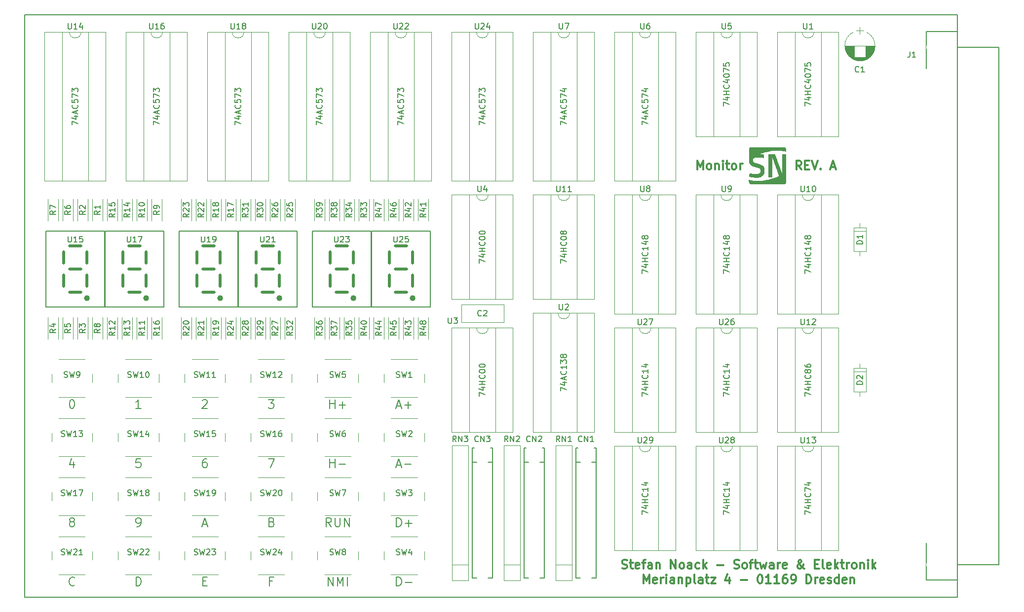
<source format=gbr>
G04 #@! TF.GenerationSoftware,KiCad,Pcbnew,5.0.0+dfsg1-2*
G04 #@! TF.CreationDate,2019-02-01T22:47:57+01:00*
G04 #@! TF.ProjectId,monitor,6D6F6E69746F722E6B696361645F7063,rev?*
G04 #@! TF.SameCoordinates,PX2e3e610PY2eebb80*
G04 #@! TF.FileFunction,Legend,Top*
G04 #@! TF.FilePolarity,Positive*
%FSLAX46Y46*%
G04 Gerber Fmt 4.6, Leading zero omitted, Abs format (unit mm)*
G04 Created by KiCad (PCBNEW 5.0.0+dfsg1-2) date Fri Feb  1 22:47:57 2019*
%MOMM*%
%LPD*%
G01*
G04 APERTURE LIST*
%ADD10C,0.300000*%
%ADD11C,0.150000*%
%ADD12C,0.120000*%
%ADD13C,0.500000*%
%ADD14C,0.010000*%
%ADD15C,0.200000*%
%ADD16O,1.702000X1.702000*%
%ADD17C,1.600000*%
%ADD18C,0.100000*%
%ADD19R,1.702000X1.702000*%
%ADD20C,2.102000*%
%ADD21R,2.502000X1.702000*%
%ADD22O,2.502000X1.702000*%
%ADD23C,5.102000*%
%ADD24C,1.603140*%
%ADD25C,1.702000*%
%ADD26O,1.502000X1.502000*%
%ADD27C,1.502000*%
G04 APERTURE END LIST*
D10*
X116864285Y-27348571D02*
X116864285Y-25848571D01*
X117364285Y-26920000D01*
X117864285Y-25848571D01*
X117864285Y-27348571D01*
X118792857Y-27348571D02*
X118650000Y-27277142D01*
X118578571Y-27205714D01*
X118507142Y-27062857D01*
X118507142Y-26634285D01*
X118578571Y-26491428D01*
X118650000Y-26420000D01*
X118792857Y-26348571D01*
X119007142Y-26348571D01*
X119150000Y-26420000D01*
X119221428Y-26491428D01*
X119292857Y-26634285D01*
X119292857Y-27062857D01*
X119221428Y-27205714D01*
X119150000Y-27277142D01*
X119007142Y-27348571D01*
X118792857Y-27348571D01*
X119935714Y-26348571D02*
X119935714Y-27348571D01*
X119935714Y-26491428D02*
X120007142Y-26420000D01*
X120150000Y-26348571D01*
X120364285Y-26348571D01*
X120507142Y-26420000D01*
X120578571Y-26562857D01*
X120578571Y-27348571D01*
X121292857Y-27348571D02*
X121292857Y-26348571D01*
X121292857Y-25848571D02*
X121221428Y-25920000D01*
X121292857Y-25991428D01*
X121364285Y-25920000D01*
X121292857Y-25848571D01*
X121292857Y-25991428D01*
X121792857Y-26348571D02*
X122364285Y-26348571D01*
X122007142Y-25848571D02*
X122007142Y-27134285D01*
X122078571Y-27277142D01*
X122221428Y-27348571D01*
X122364285Y-27348571D01*
X123078571Y-27348571D02*
X122935714Y-27277142D01*
X122864285Y-27205714D01*
X122792857Y-27062857D01*
X122792857Y-26634285D01*
X122864285Y-26491428D01*
X122935714Y-26420000D01*
X123078571Y-26348571D01*
X123292857Y-26348571D01*
X123435714Y-26420000D01*
X123507142Y-26491428D01*
X123578571Y-26634285D01*
X123578571Y-27062857D01*
X123507142Y-27205714D01*
X123435714Y-27277142D01*
X123292857Y-27348571D01*
X123078571Y-27348571D01*
X124221428Y-27348571D02*
X124221428Y-26348571D01*
X124221428Y-26634285D02*
X124292857Y-26491428D01*
X124364285Y-26420000D01*
X124507142Y-26348571D01*
X124650000Y-26348571D01*
X134731428Y-27348571D02*
X134231428Y-26634285D01*
X133874285Y-27348571D02*
X133874285Y-25848571D01*
X134445714Y-25848571D01*
X134588571Y-25920000D01*
X134660000Y-25991428D01*
X134731428Y-26134285D01*
X134731428Y-26348571D01*
X134660000Y-26491428D01*
X134588571Y-26562857D01*
X134445714Y-26634285D01*
X133874285Y-26634285D01*
X135374285Y-26562857D02*
X135874285Y-26562857D01*
X136088571Y-27348571D02*
X135374285Y-27348571D01*
X135374285Y-25848571D01*
X136088571Y-25848571D01*
X136517142Y-25848571D02*
X137017142Y-27348571D01*
X137517142Y-25848571D01*
X138017142Y-27205714D02*
X138088571Y-27277142D01*
X138017142Y-27348571D01*
X137945714Y-27277142D01*
X138017142Y-27205714D01*
X138017142Y-27348571D01*
X139802857Y-26920000D02*
X140517142Y-26920000D01*
X139660000Y-27348571D02*
X140160000Y-25848571D01*
X140660000Y-27348571D01*
X103980000Y-95852142D02*
X104194285Y-95923571D01*
X104551428Y-95923571D01*
X104694285Y-95852142D01*
X104765714Y-95780714D01*
X104837142Y-95637857D01*
X104837142Y-95495000D01*
X104765714Y-95352142D01*
X104694285Y-95280714D01*
X104551428Y-95209285D01*
X104265714Y-95137857D01*
X104122857Y-95066428D01*
X104051428Y-94995000D01*
X103980000Y-94852142D01*
X103980000Y-94709285D01*
X104051428Y-94566428D01*
X104122857Y-94495000D01*
X104265714Y-94423571D01*
X104622857Y-94423571D01*
X104837142Y-94495000D01*
X105265714Y-94923571D02*
X105837142Y-94923571D01*
X105480000Y-94423571D02*
X105480000Y-95709285D01*
X105551428Y-95852142D01*
X105694285Y-95923571D01*
X105837142Y-95923571D01*
X106908571Y-95852142D02*
X106765714Y-95923571D01*
X106480000Y-95923571D01*
X106337142Y-95852142D01*
X106265714Y-95709285D01*
X106265714Y-95137857D01*
X106337142Y-94995000D01*
X106480000Y-94923571D01*
X106765714Y-94923571D01*
X106908571Y-94995000D01*
X106980000Y-95137857D01*
X106980000Y-95280714D01*
X106265714Y-95423571D01*
X107408571Y-94923571D02*
X107980000Y-94923571D01*
X107622857Y-95923571D02*
X107622857Y-94637857D01*
X107694285Y-94495000D01*
X107837142Y-94423571D01*
X107980000Y-94423571D01*
X109122857Y-95923571D02*
X109122857Y-95137857D01*
X109051428Y-94995000D01*
X108908571Y-94923571D01*
X108622857Y-94923571D01*
X108480000Y-94995000D01*
X109122857Y-95852142D02*
X108980000Y-95923571D01*
X108622857Y-95923571D01*
X108480000Y-95852142D01*
X108408571Y-95709285D01*
X108408571Y-95566428D01*
X108480000Y-95423571D01*
X108622857Y-95352142D01*
X108980000Y-95352142D01*
X109122857Y-95280714D01*
X109837142Y-94923571D02*
X109837142Y-95923571D01*
X109837142Y-95066428D02*
X109908571Y-94995000D01*
X110051428Y-94923571D01*
X110265714Y-94923571D01*
X110408571Y-94995000D01*
X110480000Y-95137857D01*
X110480000Y-95923571D01*
X112337142Y-95923571D02*
X112337142Y-94423571D01*
X113194285Y-95923571D01*
X113194285Y-94423571D01*
X114122857Y-95923571D02*
X113980000Y-95852142D01*
X113908571Y-95780714D01*
X113837142Y-95637857D01*
X113837142Y-95209285D01*
X113908571Y-95066428D01*
X113980000Y-94995000D01*
X114122857Y-94923571D01*
X114337142Y-94923571D01*
X114480000Y-94995000D01*
X114551428Y-95066428D01*
X114622857Y-95209285D01*
X114622857Y-95637857D01*
X114551428Y-95780714D01*
X114480000Y-95852142D01*
X114337142Y-95923571D01*
X114122857Y-95923571D01*
X115908571Y-95923571D02*
X115908571Y-95137857D01*
X115837142Y-94995000D01*
X115694285Y-94923571D01*
X115408571Y-94923571D01*
X115265714Y-94995000D01*
X115908571Y-95852142D02*
X115765714Y-95923571D01*
X115408571Y-95923571D01*
X115265714Y-95852142D01*
X115194285Y-95709285D01*
X115194285Y-95566428D01*
X115265714Y-95423571D01*
X115408571Y-95352142D01*
X115765714Y-95352142D01*
X115908571Y-95280714D01*
X117265714Y-95852142D02*
X117122857Y-95923571D01*
X116837142Y-95923571D01*
X116694285Y-95852142D01*
X116622857Y-95780714D01*
X116551428Y-95637857D01*
X116551428Y-95209285D01*
X116622857Y-95066428D01*
X116694285Y-94995000D01*
X116837142Y-94923571D01*
X117122857Y-94923571D01*
X117265714Y-94995000D01*
X117908571Y-95923571D02*
X117908571Y-94423571D01*
X118051428Y-95352142D02*
X118480000Y-95923571D01*
X118480000Y-94923571D02*
X117908571Y-95495000D01*
X120265714Y-95352142D02*
X121408571Y-95352142D01*
X123194285Y-95852142D02*
X123408571Y-95923571D01*
X123765714Y-95923571D01*
X123908571Y-95852142D01*
X123980000Y-95780714D01*
X124051428Y-95637857D01*
X124051428Y-95495000D01*
X123980000Y-95352142D01*
X123908571Y-95280714D01*
X123765714Y-95209285D01*
X123480000Y-95137857D01*
X123337142Y-95066428D01*
X123265714Y-94995000D01*
X123194285Y-94852142D01*
X123194285Y-94709285D01*
X123265714Y-94566428D01*
X123337142Y-94495000D01*
X123480000Y-94423571D01*
X123837142Y-94423571D01*
X124051428Y-94495000D01*
X124908571Y-95923571D02*
X124765714Y-95852142D01*
X124694285Y-95780714D01*
X124622857Y-95637857D01*
X124622857Y-95209285D01*
X124694285Y-95066428D01*
X124765714Y-94995000D01*
X124908571Y-94923571D01*
X125122857Y-94923571D01*
X125265714Y-94995000D01*
X125337142Y-95066428D01*
X125408571Y-95209285D01*
X125408571Y-95637857D01*
X125337142Y-95780714D01*
X125265714Y-95852142D01*
X125122857Y-95923571D01*
X124908571Y-95923571D01*
X125837142Y-94923571D02*
X126408571Y-94923571D01*
X126051428Y-95923571D02*
X126051428Y-94637857D01*
X126122857Y-94495000D01*
X126265714Y-94423571D01*
X126408571Y-94423571D01*
X126694285Y-94923571D02*
X127265714Y-94923571D01*
X126908571Y-94423571D02*
X126908571Y-95709285D01*
X126980000Y-95852142D01*
X127122857Y-95923571D01*
X127265714Y-95923571D01*
X127622857Y-94923571D02*
X127908571Y-95923571D01*
X128194285Y-95209285D01*
X128480000Y-95923571D01*
X128765714Y-94923571D01*
X129980000Y-95923571D02*
X129980000Y-95137857D01*
X129908571Y-94995000D01*
X129765714Y-94923571D01*
X129480000Y-94923571D01*
X129337142Y-94995000D01*
X129980000Y-95852142D02*
X129837142Y-95923571D01*
X129480000Y-95923571D01*
X129337142Y-95852142D01*
X129265714Y-95709285D01*
X129265714Y-95566428D01*
X129337142Y-95423571D01*
X129480000Y-95352142D01*
X129837142Y-95352142D01*
X129980000Y-95280714D01*
X130694285Y-95923571D02*
X130694285Y-94923571D01*
X130694285Y-95209285D02*
X130765714Y-95066428D01*
X130837142Y-94995000D01*
X130980000Y-94923571D01*
X131122857Y-94923571D01*
X132194285Y-95852142D02*
X132051428Y-95923571D01*
X131765714Y-95923571D01*
X131622857Y-95852142D01*
X131551428Y-95709285D01*
X131551428Y-95137857D01*
X131622857Y-94995000D01*
X131765714Y-94923571D01*
X132051428Y-94923571D01*
X132194285Y-94995000D01*
X132265714Y-95137857D01*
X132265714Y-95280714D01*
X131551428Y-95423571D01*
X135265714Y-95923571D02*
X135194285Y-95923571D01*
X135051428Y-95852142D01*
X134837142Y-95637857D01*
X134480000Y-95209285D01*
X134337142Y-94995000D01*
X134265714Y-94780714D01*
X134265714Y-94637857D01*
X134337142Y-94495000D01*
X134480000Y-94423571D01*
X134551428Y-94423571D01*
X134694285Y-94495000D01*
X134765714Y-94637857D01*
X134765714Y-94709285D01*
X134694285Y-94852142D01*
X134622857Y-94923571D01*
X134194285Y-95209285D01*
X134122857Y-95280714D01*
X134051428Y-95423571D01*
X134051428Y-95637857D01*
X134122857Y-95780714D01*
X134194285Y-95852142D01*
X134337142Y-95923571D01*
X134551428Y-95923571D01*
X134694285Y-95852142D01*
X134765714Y-95780714D01*
X134980000Y-95495000D01*
X135051428Y-95280714D01*
X135051428Y-95137857D01*
X137051428Y-95137857D02*
X137551428Y-95137857D01*
X137765714Y-95923571D02*
X137051428Y-95923571D01*
X137051428Y-94423571D01*
X137765714Y-94423571D01*
X138622857Y-95923571D02*
X138480000Y-95852142D01*
X138408571Y-95709285D01*
X138408571Y-94423571D01*
X139765714Y-95852142D02*
X139622857Y-95923571D01*
X139337142Y-95923571D01*
X139194285Y-95852142D01*
X139122857Y-95709285D01*
X139122857Y-95137857D01*
X139194285Y-94995000D01*
X139337142Y-94923571D01*
X139622857Y-94923571D01*
X139765714Y-94995000D01*
X139837142Y-95137857D01*
X139837142Y-95280714D01*
X139122857Y-95423571D01*
X140480000Y-95923571D02*
X140480000Y-94423571D01*
X140622857Y-95352142D02*
X141051428Y-95923571D01*
X141051428Y-94923571D02*
X140480000Y-95495000D01*
X141480000Y-94923571D02*
X142051428Y-94923571D01*
X141694285Y-94423571D02*
X141694285Y-95709285D01*
X141765714Y-95852142D01*
X141908571Y-95923571D01*
X142051428Y-95923571D01*
X142551428Y-95923571D02*
X142551428Y-94923571D01*
X142551428Y-95209285D02*
X142622857Y-95066428D01*
X142694285Y-94995000D01*
X142837142Y-94923571D01*
X142980000Y-94923571D01*
X143694285Y-95923571D02*
X143551428Y-95852142D01*
X143480000Y-95780714D01*
X143408571Y-95637857D01*
X143408571Y-95209285D01*
X143480000Y-95066428D01*
X143551428Y-94995000D01*
X143694285Y-94923571D01*
X143908571Y-94923571D01*
X144051428Y-94995000D01*
X144122857Y-95066428D01*
X144194285Y-95209285D01*
X144194285Y-95637857D01*
X144122857Y-95780714D01*
X144051428Y-95852142D01*
X143908571Y-95923571D01*
X143694285Y-95923571D01*
X144837142Y-94923571D02*
X144837142Y-95923571D01*
X144837142Y-95066428D02*
X144908571Y-94995000D01*
X145051428Y-94923571D01*
X145265714Y-94923571D01*
X145408571Y-94995000D01*
X145480000Y-95137857D01*
X145480000Y-95923571D01*
X146194285Y-95923571D02*
X146194285Y-94923571D01*
X146194285Y-94423571D02*
X146122857Y-94495000D01*
X146194285Y-94566428D01*
X146265714Y-94495000D01*
X146194285Y-94423571D01*
X146194285Y-94566428D01*
X146908571Y-95923571D02*
X146908571Y-94423571D01*
X147051428Y-95352142D02*
X147480000Y-95923571D01*
X147480000Y-94923571D02*
X146908571Y-95495000D01*
X107658571Y-98473571D02*
X107658571Y-96973571D01*
X108158571Y-98045000D01*
X108658571Y-96973571D01*
X108658571Y-98473571D01*
X109944285Y-98402142D02*
X109801428Y-98473571D01*
X109515714Y-98473571D01*
X109372857Y-98402142D01*
X109301428Y-98259285D01*
X109301428Y-97687857D01*
X109372857Y-97545000D01*
X109515714Y-97473571D01*
X109801428Y-97473571D01*
X109944285Y-97545000D01*
X110015714Y-97687857D01*
X110015714Y-97830714D01*
X109301428Y-97973571D01*
X110658571Y-98473571D02*
X110658571Y-97473571D01*
X110658571Y-97759285D02*
X110730000Y-97616428D01*
X110801428Y-97545000D01*
X110944285Y-97473571D01*
X111087142Y-97473571D01*
X111587142Y-98473571D02*
X111587142Y-97473571D01*
X111587142Y-96973571D02*
X111515714Y-97045000D01*
X111587142Y-97116428D01*
X111658571Y-97045000D01*
X111587142Y-96973571D01*
X111587142Y-97116428D01*
X112944285Y-98473571D02*
X112944285Y-97687857D01*
X112872857Y-97545000D01*
X112730000Y-97473571D01*
X112444285Y-97473571D01*
X112301428Y-97545000D01*
X112944285Y-98402142D02*
X112801428Y-98473571D01*
X112444285Y-98473571D01*
X112301428Y-98402142D01*
X112230000Y-98259285D01*
X112230000Y-98116428D01*
X112301428Y-97973571D01*
X112444285Y-97902142D01*
X112801428Y-97902142D01*
X112944285Y-97830714D01*
X113658571Y-97473571D02*
X113658571Y-98473571D01*
X113658571Y-97616428D02*
X113730000Y-97545000D01*
X113872857Y-97473571D01*
X114087142Y-97473571D01*
X114230000Y-97545000D01*
X114301428Y-97687857D01*
X114301428Y-98473571D01*
X115015714Y-97473571D02*
X115015714Y-98973571D01*
X115015714Y-97545000D02*
X115158571Y-97473571D01*
X115444285Y-97473571D01*
X115587142Y-97545000D01*
X115658571Y-97616428D01*
X115730000Y-97759285D01*
X115730000Y-98187857D01*
X115658571Y-98330714D01*
X115587142Y-98402142D01*
X115444285Y-98473571D01*
X115158571Y-98473571D01*
X115015714Y-98402142D01*
X116587142Y-98473571D02*
X116444285Y-98402142D01*
X116372857Y-98259285D01*
X116372857Y-96973571D01*
X117801428Y-98473571D02*
X117801428Y-97687857D01*
X117730000Y-97545000D01*
X117587142Y-97473571D01*
X117301428Y-97473571D01*
X117158571Y-97545000D01*
X117801428Y-98402142D02*
X117658571Y-98473571D01*
X117301428Y-98473571D01*
X117158571Y-98402142D01*
X117087142Y-98259285D01*
X117087142Y-98116428D01*
X117158571Y-97973571D01*
X117301428Y-97902142D01*
X117658571Y-97902142D01*
X117801428Y-97830714D01*
X118301428Y-97473571D02*
X118872857Y-97473571D01*
X118515714Y-96973571D02*
X118515714Y-98259285D01*
X118587142Y-98402142D01*
X118730000Y-98473571D01*
X118872857Y-98473571D01*
X119230000Y-97473571D02*
X120015714Y-97473571D01*
X119230000Y-98473571D01*
X120015714Y-98473571D01*
X122372857Y-97473571D02*
X122372857Y-98473571D01*
X122015714Y-96902142D02*
X121658571Y-97973571D01*
X122587142Y-97973571D01*
X124301428Y-97902142D02*
X125444285Y-97902142D01*
X127587142Y-96973571D02*
X127730000Y-96973571D01*
X127872857Y-97045000D01*
X127944285Y-97116428D01*
X128015714Y-97259285D01*
X128087142Y-97545000D01*
X128087142Y-97902142D01*
X128015714Y-98187857D01*
X127944285Y-98330714D01*
X127872857Y-98402142D01*
X127730000Y-98473571D01*
X127587142Y-98473571D01*
X127444285Y-98402142D01*
X127372857Y-98330714D01*
X127301428Y-98187857D01*
X127230000Y-97902142D01*
X127230000Y-97545000D01*
X127301428Y-97259285D01*
X127372857Y-97116428D01*
X127444285Y-97045000D01*
X127587142Y-96973571D01*
X129515714Y-98473571D02*
X128658571Y-98473571D01*
X129087142Y-98473571D02*
X129087142Y-96973571D01*
X128944285Y-97187857D01*
X128801428Y-97330714D01*
X128658571Y-97402142D01*
X130944285Y-98473571D02*
X130087142Y-98473571D01*
X130515714Y-98473571D02*
X130515714Y-96973571D01*
X130372857Y-97187857D01*
X130230000Y-97330714D01*
X130087142Y-97402142D01*
X132230000Y-96973571D02*
X131944285Y-96973571D01*
X131801428Y-97045000D01*
X131730000Y-97116428D01*
X131587142Y-97330714D01*
X131515714Y-97616428D01*
X131515714Y-98187857D01*
X131587142Y-98330714D01*
X131658571Y-98402142D01*
X131801428Y-98473571D01*
X132087142Y-98473571D01*
X132230000Y-98402142D01*
X132301428Y-98330714D01*
X132372857Y-98187857D01*
X132372857Y-97830714D01*
X132301428Y-97687857D01*
X132230000Y-97616428D01*
X132087142Y-97545000D01*
X131801428Y-97545000D01*
X131658571Y-97616428D01*
X131587142Y-97687857D01*
X131515714Y-97830714D01*
X133087142Y-98473571D02*
X133372857Y-98473571D01*
X133515714Y-98402142D01*
X133587142Y-98330714D01*
X133730000Y-98116428D01*
X133801428Y-97830714D01*
X133801428Y-97259285D01*
X133730000Y-97116428D01*
X133658571Y-97045000D01*
X133515714Y-96973571D01*
X133230000Y-96973571D01*
X133087142Y-97045000D01*
X133015714Y-97116428D01*
X132944285Y-97259285D01*
X132944285Y-97616428D01*
X133015714Y-97759285D01*
X133087142Y-97830714D01*
X133230000Y-97902142D01*
X133515714Y-97902142D01*
X133658571Y-97830714D01*
X133730000Y-97759285D01*
X133801428Y-97616428D01*
X135587142Y-98473571D02*
X135587142Y-96973571D01*
X135944285Y-96973571D01*
X136158571Y-97045000D01*
X136301428Y-97187857D01*
X136372857Y-97330714D01*
X136444285Y-97616428D01*
X136444285Y-97830714D01*
X136372857Y-98116428D01*
X136301428Y-98259285D01*
X136158571Y-98402142D01*
X135944285Y-98473571D01*
X135587142Y-98473571D01*
X137087142Y-98473571D02*
X137087142Y-97473571D01*
X137087142Y-97759285D02*
X137158571Y-97616428D01*
X137230000Y-97545000D01*
X137372857Y-97473571D01*
X137515714Y-97473571D01*
X138587142Y-98402142D02*
X138444285Y-98473571D01*
X138158571Y-98473571D01*
X138015714Y-98402142D01*
X137944285Y-98259285D01*
X137944285Y-97687857D01*
X138015714Y-97545000D01*
X138158571Y-97473571D01*
X138444285Y-97473571D01*
X138587142Y-97545000D01*
X138658571Y-97687857D01*
X138658571Y-97830714D01*
X137944285Y-97973571D01*
X139230000Y-98402142D02*
X139372857Y-98473571D01*
X139658571Y-98473571D01*
X139801428Y-98402142D01*
X139872857Y-98259285D01*
X139872857Y-98187857D01*
X139801428Y-98045000D01*
X139658571Y-97973571D01*
X139444285Y-97973571D01*
X139301428Y-97902142D01*
X139230000Y-97759285D01*
X139230000Y-97687857D01*
X139301428Y-97545000D01*
X139444285Y-97473571D01*
X139658571Y-97473571D01*
X139801428Y-97545000D01*
X141158571Y-98473571D02*
X141158571Y-96973571D01*
X141158571Y-98402142D02*
X141015714Y-98473571D01*
X140730000Y-98473571D01*
X140587142Y-98402142D01*
X140515714Y-98330714D01*
X140444285Y-98187857D01*
X140444285Y-97759285D01*
X140515714Y-97616428D01*
X140587142Y-97545000D01*
X140730000Y-97473571D01*
X141015714Y-97473571D01*
X141158571Y-97545000D01*
X142444285Y-98402142D02*
X142301428Y-98473571D01*
X142015714Y-98473571D01*
X141872857Y-98402142D01*
X141801428Y-98259285D01*
X141801428Y-97687857D01*
X141872857Y-97545000D01*
X142015714Y-97473571D01*
X142301428Y-97473571D01*
X142444285Y-97545000D01*
X142515714Y-97687857D01*
X142515714Y-97830714D01*
X141801428Y-97973571D01*
X143158571Y-97473571D02*
X143158571Y-98473571D01*
X143158571Y-97616428D02*
X143230000Y-97545000D01*
X143372857Y-97473571D01*
X143587142Y-97473571D01*
X143730000Y-97545000D01*
X143801428Y-97687857D01*
X143801428Y-98473571D01*
D11*
X1510000Y-100800000D02*
X1510000Y-800000D01*
X161510000Y-100800000D02*
X1510000Y-100800000D01*
X161510000Y-800000D02*
X161510000Y-100800000D01*
X1510000Y-800000D02*
X161510000Y-800000D01*
D12*
G04 #@! TO.C,RN1*
X92580000Y-95250000D02*
X95380000Y-95250000D01*
X92580000Y-74760000D02*
X92580000Y-97960000D01*
X95380000Y-74760000D02*
X92580000Y-74760000D01*
X95380000Y-97960000D02*
X95380000Y-74760000D01*
X92580000Y-97960000D02*
X95380000Y-97960000D01*
G04 #@! TO.C,RN2*
X83690000Y-97960000D02*
X86490000Y-97960000D01*
X86490000Y-97960000D02*
X86490000Y-74760000D01*
X86490000Y-74760000D02*
X83690000Y-74760000D01*
X83690000Y-74760000D02*
X83690000Y-97960000D01*
X83690000Y-95250000D02*
X86490000Y-95250000D01*
G04 #@! TO.C,RN3*
X74800000Y-95250000D02*
X77600000Y-95250000D01*
X74800000Y-74760000D02*
X74800000Y-97960000D01*
X77600000Y-74760000D02*
X74800000Y-74760000D01*
X77600000Y-97960000D02*
X77600000Y-74760000D01*
X74800000Y-97960000D02*
X77600000Y-97960000D01*
G04 #@! TO.C,SW1*
X64350000Y-66460000D02*
X68850000Y-66460000D01*
X63100000Y-62460000D02*
X63100000Y-63960000D01*
X68850000Y-59960000D02*
X64350000Y-59960000D01*
X70100000Y-63960000D02*
X70100000Y-62460000D01*
G04 #@! TO.C,SW2*
X70100000Y-74120000D02*
X70100000Y-72620000D01*
X68850000Y-70120000D02*
X64350000Y-70120000D01*
X63100000Y-72620000D02*
X63100000Y-74120000D01*
X64350000Y-76620000D02*
X68850000Y-76620000D01*
G04 #@! TO.C,SW3*
X70100000Y-84280000D02*
X70100000Y-82780000D01*
X68850000Y-80280000D02*
X64350000Y-80280000D01*
X63100000Y-82780000D02*
X63100000Y-84280000D01*
X64350000Y-86780000D02*
X68850000Y-86780000D01*
G04 #@! TO.C,SW4*
X64350000Y-96940000D02*
X68850000Y-96940000D01*
X63100000Y-92940000D02*
X63100000Y-94440000D01*
X68850000Y-90440000D02*
X64350000Y-90440000D01*
X70100000Y-94440000D02*
X70100000Y-92940000D01*
G04 #@! TO.C,SW5*
X52950000Y-66460000D02*
X57450000Y-66460000D01*
X51700000Y-62460000D02*
X51700000Y-63960000D01*
X57450000Y-59960000D02*
X52950000Y-59960000D01*
X58700000Y-63960000D02*
X58700000Y-62460000D01*
G04 #@! TO.C,SW6*
X58700000Y-74120000D02*
X58700000Y-72620000D01*
X57450000Y-70120000D02*
X52950000Y-70120000D01*
X51700000Y-72620000D02*
X51700000Y-74120000D01*
X52950000Y-76620000D02*
X57450000Y-76620000D01*
G04 #@! TO.C,SW7*
X52950000Y-86780000D02*
X57450000Y-86780000D01*
X51700000Y-82780000D02*
X51700000Y-84280000D01*
X57450000Y-80280000D02*
X52950000Y-80280000D01*
X58700000Y-84280000D02*
X58700000Y-82780000D01*
G04 #@! TO.C,SW8*
X58700000Y-94440000D02*
X58700000Y-92940000D01*
X57450000Y-90440000D02*
X52950000Y-90440000D01*
X51700000Y-92940000D02*
X51700000Y-94440000D01*
X52950000Y-96940000D02*
X57450000Y-96940000D01*
G04 #@! TO.C,SW9*
X13100000Y-63960000D02*
X13100000Y-62460000D01*
X11850000Y-59960000D02*
X7350000Y-59960000D01*
X6100000Y-62460000D02*
X6100000Y-63960000D01*
X7350000Y-66460000D02*
X11850000Y-66460000D01*
G04 #@! TO.C,SW10*
X18750000Y-66460000D02*
X23250000Y-66460000D01*
X17500000Y-62460000D02*
X17500000Y-63960000D01*
X23250000Y-59960000D02*
X18750000Y-59960000D01*
X24500000Y-63960000D02*
X24500000Y-62460000D01*
G04 #@! TO.C,SW11*
X35900000Y-63960000D02*
X35900000Y-62460000D01*
X34650000Y-59960000D02*
X30150000Y-59960000D01*
X28900000Y-62460000D02*
X28900000Y-63960000D01*
X30150000Y-66460000D02*
X34650000Y-66460000D01*
G04 #@! TO.C,SW12*
X41550000Y-66460000D02*
X46050000Y-66460000D01*
X40300000Y-62460000D02*
X40300000Y-63960000D01*
X46050000Y-59960000D02*
X41550000Y-59960000D01*
X47300000Y-63960000D02*
X47300000Y-62460000D01*
G04 #@! TO.C,SW13*
X13100000Y-74120000D02*
X13100000Y-72620000D01*
X11850000Y-70120000D02*
X7350000Y-70120000D01*
X6100000Y-72620000D02*
X6100000Y-74120000D01*
X7350000Y-76620000D02*
X11850000Y-76620000D01*
G04 #@! TO.C,SW14*
X18750000Y-76620000D02*
X23250000Y-76620000D01*
X17500000Y-72620000D02*
X17500000Y-74120000D01*
X23250000Y-70120000D02*
X18750000Y-70120000D01*
X24500000Y-74120000D02*
X24500000Y-72620000D01*
G04 #@! TO.C,SW15*
X35900000Y-74120000D02*
X35900000Y-72620000D01*
X34650000Y-70120000D02*
X30150000Y-70120000D01*
X28900000Y-72620000D02*
X28900000Y-74120000D01*
X30150000Y-76620000D02*
X34650000Y-76620000D01*
G04 #@! TO.C,SW16*
X41550000Y-76620000D02*
X46050000Y-76620000D01*
X40300000Y-72620000D02*
X40300000Y-74120000D01*
X46050000Y-70120000D02*
X41550000Y-70120000D01*
X47300000Y-74120000D02*
X47300000Y-72620000D01*
G04 #@! TO.C,SW17*
X7350000Y-86780000D02*
X11850000Y-86780000D01*
X6100000Y-82780000D02*
X6100000Y-84280000D01*
X11850000Y-80280000D02*
X7350000Y-80280000D01*
X13100000Y-84280000D02*
X13100000Y-82780000D01*
G04 #@! TO.C,SW18*
X24500000Y-84280000D02*
X24500000Y-82780000D01*
X23250000Y-80280000D02*
X18750000Y-80280000D01*
X17500000Y-82780000D02*
X17500000Y-84280000D01*
X18750000Y-86780000D02*
X23250000Y-86780000D01*
G04 #@! TO.C,SW19*
X30150000Y-86780000D02*
X34650000Y-86780000D01*
X28900000Y-82780000D02*
X28900000Y-84280000D01*
X34650000Y-80280000D02*
X30150000Y-80280000D01*
X35900000Y-84280000D02*
X35900000Y-82780000D01*
G04 #@! TO.C,SW20*
X47300000Y-84280000D02*
X47300000Y-82780000D01*
X46050000Y-80280000D02*
X41550000Y-80280000D01*
X40300000Y-82780000D02*
X40300000Y-84280000D01*
X41550000Y-86780000D02*
X46050000Y-86780000D01*
G04 #@! TO.C,SW21*
X7350000Y-96940000D02*
X11850000Y-96940000D01*
X6100000Y-92940000D02*
X6100000Y-94440000D01*
X11850000Y-90440000D02*
X7350000Y-90440000D01*
X13100000Y-94440000D02*
X13100000Y-92940000D01*
G04 #@! TO.C,SW22*
X24500000Y-94440000D02*
X24500000Y-92940000D01*
X23250000Y-90440000D02*
X18750000Y-90440000D01*
X17500000Y-92940000D02*
X17500000Y-94440000D01*
X18750000Y-96940000D02*
X23250000Y-96940000D01*
G04 #@! TO.C,SW23*
X30150000Y-96940000D02*
X34650000Y-96940000D01*
X28900000Y-92940000D02*
X28900000Y-94440000D01*
X34650000Y-90440000D02*
X30150000Y-90440000D01*
X35900000Y-94440000D02*
X35900000Y-92940000D01*
G04 #@! TO.C,SW24*
X41550000Y-96940000D02*
X46050000Y-96940000D01*
X40300000Y-92940000D02*
X40300000Y-94440000D01*
X46050000Y-90440000D02*
X41550000Y-90440000D01*
X47300000Y-94440000D02*
X47300000Y-92940000D01*
G04 #@! TO.C,U1*
X136890000Y-3750000D02*
G75*
G02X134890000Y-3750000I-1000000J0D01*
G01*
X134890000Y-3750000D02*
X133640000Y-3750000D01*
X133640000Y-3750000D02*
X133640000Y-21650000D01*
X133640000Y-21650000D02*
X138140000Y-21650000D01*
X138140000Y-21650000D02*
X138140000Y-3750000D01*
X138140000Y-3750000D02*
X136890000Y-3750000D01*
X130640000Y-3690000D02*
X130640000Y-21710000D01*
X130640000Y-21710000D02*
X141140000Y-21710000D01*
X141140000Y-21710000D02*
X141140000Y-3690000D01*
X141140000Y-3690000D02*
X130640000Y-3690000D01*
G04 #@! TO.C,U2*
X94980000Y-52010000D02*
G75*
G02X92980000Y-52010000I-1000000J0D01*
G01*
X92980000Y-52010000D02*
X91730000Y-52010000D01*
X91730000Y-52010000D02*
X91730000Y-72450000D01*
X91730000Y-72450000D02*
X96230000Y-72450000D01*
X96230000Y-72450000D02*
X96230000Y-52010000D01*
X96230000Y-52010000D02*
X94980000Y-52010000D01*
X88730000Y-51950000D02*
X88730000Y-72510000D01*
X88730000Y-72510000D02*
X99230000Y-72510000D01*
X99230000Y-72510000D02*
X99230000Y-51950000D01*
X99230000Y-51950000D02*
X88730000Y-51950000D01*
G04 #@! TO.C,U3*
X85260000Y-54490000D02*
X74760000Y-54490000D01*
X85260000Y-72510000D02*
X85260000Y-54490000D01*
X74760000Y-72510000D02*
X85260000Y-72510000D01*
X74760000Y-54490000D02*
X74760000Y-72510000D01*
X82260000Y-54550000D02*
X81010000Y-54550000D01*
X82260000Y-72450000D02*
X82260000Y-54550000D01*
X77760000Y-72450000D02*
X82260000Y-72450000D01*
X77760000Y-54550000D02*
X77760000Y-72450000D01*
X79010000Y-54550000D02*
X77760000Y-54550000D01*
X81010000Y-54550000D02*
G75*
G02X79010000Y-54550000I-1000000J0D01*
G01*
G04 #@! TO.C,U4*
X81010000Y-31690000D02*
G75*
G02X79010000Y-31690000I-1000000J0D01*
G01*
X79010000Y-31690000D02*
X77760000Y-31690000D01*
X77760000Y-31690000D02*
X77760000Y-49590000D01*
X77760000Y-49590000D02*
X82260000Y-49590000D01*
X82260000Y-49590000D02*
X82260000Y-31690000D01*
X82260000Y-31690000D02*
X81010000Y-31690000D01*
X74760000Y-31630000D02*
X74760000Y-49650000D01*
X74760000Y-49650000D02*
X85260000Y-49650000D01*
X85260000Y-49650000D02*
X85260000Y-31630000D01*
X85260000Y-31630000D02*
X74760000Y-31630000D01*
G04 #@! TO.C,U5*
X127170000Y-3690000D02*
X116670000Y-3690000D01*
X127170000Y-21710000D02*
X127170000Y-3690000D01*
X116670000Y-21710000D02*
X127170000Y-21710000D01*
X116670000Y-3690000D02*
X116670000Y-21710000D01*
X124170000Y-3750000D02*
X122920000Y-3750000D01*
X124170000Y-21650000D02*
X124170000Y-3750000D01*
X119670000Y-21650000D02*
X124170000Y-21650000D01*
X119670000Y-3750000D02*
X119670000Y-21650000D01*
X120920000Y-3750000D02*
X119670000Y-3750000D01*
X122920000Y-3750000D02*
G75*
G02X120920000Y-3750000I-1000000J0D01*
G01*
G04 #@! TO.C,U6*
X108950000Y-3750000D02*
G75*
G02X106950000Y-3750000I-1000000J0D01*
G01*
X106950000Y-3750000D02*
X105700000Y-3750000D01*
X105700000Y-3750000D02*
X105700000Y-29270000D01*
X105700000Y-29270000D02*
X110200000Y-29270000D01*
X110200000Y-29270000D02*
X110200000Y-3750000D01*
X110200000Y-3750000D02*
X108950000Y-3750000D01*
X102700000Y-3690000D02*
X102700000Y-29330000D01*
X102700000Y-29330000D02*
X113200000Y-29330000D01*
X113200000Y-29330000D02*
X113200000Y-3690000D01*
X113200000Y-3690000D02*
X102700000Y-3690000D01*
G04 #@! TO.C,U7*
X99230000Y-3690000D02*
X88730000Y-3690000D01*
X99230000Y-29330000D02*
X99230000Y-3690000D01*
X88730000Y-29330000D02*
X99230000Y-29330000D01*
X88730000Y-3690000D02*
X88730000Y-29330000D01*
X96230000Y-3750000D02*
X94980000Y-3750000D01*
X96230000Y-29270000D02*
X96230000Y-3750000D01*
X91730000Y-29270000D02*
X96230000Y-29270000D01*
X91730000Y-3750000D02*
X91730000Y-29270000D01*
X92980000Y-3750000D02*
X91730000Y-3750000D01*
X94980000Y-3750000D02*
G75*
G02X92980000Y-3750000I-1000000J0D01*
G01*
G04 #@! TO.C,U8*
X108950000Y-31690000D02*
G75*
G02X106950000Y-31690000I-1000000J0D01*
G01*
X106950000Y-31690000D02*
X105700000Y-31690000D01*
X105700000Y-31690000D02*
X105700000Y-52130000D01*
X105700000Y-52130000D02*
X110200000Y-52130000D01*
X110200000Y-52130000D02*
X110200000Y-31690000D01*
X110200000Y-31690000D02*
X108950000Y-31690000D01*
X102700000Y-31630000D02*
X102700000Y-52190000D01*
X102700000Y-52190000D02*
X113200000Y-52190000D01*
X113200000Y-52190000D02*
X113200000Y-31630000D01*
X113200000Y-31630000D02*
X102700000Y-31630000D01*
G04 #@! TO.C,U9*
X127170000Y-31630000D02*
X116670000Y-31630000D01*
X127170000Y-52190000D02*
X127170000Y-31630000D01*
X116670000Y-52190000D02*
X127170000Y-52190000D01*
X116670000Y-31630000D02*
X116670000Y-52190000D01*
X124170000Y-31690000D02*
X122920000Y-31690000D01*
X124170000Y-52130000D02*
X124170000Y-31690000D01*
X119670000Y-52130000D02*
X124170000Y-52130000D01*
X119670000Y-31690000D02*
X119670000Y-52130000D01*
X120920000Y-31690000D02*
X119670000Y-31690000D01*
X122920000Y-31690000D02*
G75*
G02X120920000Y-31690000I-1000000J0D01*
G01*
G04 #@! TO.C,U10*
X141140000Y-31630000D02*
X130640000Y-31630000D01*
X141140000Y-52190000D02*
X141140000Y-31630000D01*
X130640000Y-52190000D02*
X141140000Y-52190000D01*
X130640000Y-31630000D02*
X130640000Y-52190000D01*
X138140000Y-31690000D02*
X136890000Y-31690000D01*
X138140000Y-52130000D02*
X138140000Y-31690000D01*
X133640000Y-52130000D02*
X138140000Y-52130000D01*
X133640000Y-31690000D02*
X133640000Y-52130000D01*
X134890000Y-31690000D02*
X133640000Y-31690000D01*
X136890000Y-31690000D02*
G75*
G02X134890000Y-31690000I-1000000J0D01*
G01*
G04 #@! TO.C,U11*
X99230000Y-31630000D02*
X88730000Y-31630000D01*
X99230000Y-49650000D02*
X99230000Y-31630000D01*
X88730000Y-49650000D02*
X99230000Y-49650000D01*
X88730000Y-31630000D02*
X88730000Y-49650000D01*
X96230000Y-31690000D02*
X94980000Y-31690000D01*
X96230000Y-49590000D02*
X96230000Y-31690000D01*
X91730000Y-49590000D02*
X96230000Y-49590000D01*
X91730000Y-31690000D02*
X91730000Y-49590000D01*
X92980000Y-31690000D02*
X91730000Y-31690000D01*
X94980000Y-31690000D02*
G75*
G02X92980000Y-31690000I-1000000J0D01*
G01*
G04 #@! TO.C,U12*
X141140000Y-54490000D02*
X130640000Y-54490000D01*
X141140000Y-72510000D02*
X141140000Y-54490000D01*
X130640000Y-72510000D02*
X141140000Y-72510000D01*
X130640000Y-54490000D02*
X130640000Y-72510000D01*
X138140000Y-54550000D02*
X136890000Y-54550000D01*
X138140000Y-72450000D02*
X138140000Y-54550000D01*
X133640000Y-72450000D02*
X138140000Y-72450000D01*
X133640000Y-54550000D02*
X133640000Y-72450000D01*
X134890000Y-54550000D02*
X133640000Y-54550000D01*
X136890000Y-54550000D02*
G75*
G02X134890000Y-54550000I-1000000J0D01*
G01*
G04 #@! TO.C,U13*
X141140000Y-74810000D02*
X130640000Y-74810000D01*
X141140000Y-92830000D02*
X141140000Y-74810000D01*
X130640000Y-92830000D02*
X141140000Y-92830000D01*
X130640000Y-74810000D02*
X130640000Y-92830000D01*
X138140000Y-74870000D02*
X136890000Y-74870000D01*
X138140000Y-92770000D02*
X138140000Y-74870000D01*
X133640000Y-92770000D02*
X138140000Y-92770000D01*
X133640000Y-74870000D02*
X133640000Y-92770000D01*
X134890000Y-74870000D02*
X133640000Y-74870000D01*
X136890000Y-74870000D02*
G75*
G02X134890000Y-74870000I-1000000J0D01*
G01*
G04 #@! TO.C,U14*
X11160000Y-3750000D02*
G75*
G02X9160000Y-3750000I-1000000J0D01*
G01*
X9160000Y-3750000D02*
X7910000Y-3750000D01*
X7910000Y-3750000D02*
X7910000Y-29270000D01*
X7910000Y-29270000D02*
X12410000Y-29270000D01*
X12410000Y-29270000D02*
X12410000Y-3750000D01*
X12410000Y-3750000D02*
X11160000Y-3750000D01*
X4910000Y-3690000D02*
X4910000Y-29330000D01*
X4910000Y-29330000D02*
X15410000Y-29330000D01*
X15410000Y-29330000D02*
X15410000Y-3690000D01*
X15410000Y-3690000D02*
X4910000Y-3690000D01*
G04 #@! TO.C,U16*
X29380000Y-3690000D02*
X18880000Y-3690000D01*
X29380000Y-29330000D02*
X29380000Y-3690000D01*
X18880000Y-29330000D02*
X29380000Y-29330000D01*
X18880000Y-3690000D02*
X18880000Y-29330000D01*
X26380000Y-3750000D02*
X25130000Y-3750000D01*
X26380000Y-29270000D02*
X26380000Y-3750000D01*
X21880000Y-29270000D02*
X26380000Y-29270000D01*
X21880000Y-3750000D02*
X21880000Y-29270000D01*
X23130000Y-3750000D02*
X21880000Y-3750000D01*
X25130000Y-3750000D02*
G75*
G02X23130000Y-3750000I-1000000J0D01*
G01*
G04 #@! TO.C,U18*
X39100000Y-3750000D02*
G75*
G02X37100000Y-3750000I-1000000J0D01*
G01*
X37100000Y-3750000D02*
X35850000Y-3750000D01*
X35850000Y-3750000D02*
X35850000Y-29270000D01*
X35850000Y-29270000D02*
X40350000Y-29270000D01*
X40350000Y-29270000D02*
X40350000Y-3750000D01*
X40350000Y-3750000D02*
X39100000Y-3750000D01*
X32850000Y-3690000D02*
X32850000Y-29330000D01*
X32850000Y-29330000D02*
X43350000Y-29330000D01*
X43350000Y-29330000D02*
X43350000Y-3690000D01*
X43350000Y-3690000D02*
X32850000Y-3690000D01*
G04 #@! TO.C,U20*
X57320000Y-3690000D02*
X46820000Y-3690000D01*
X57320000Y-29330000D02*
X57320000Y-3690000D01*
X46820000Y-29330000D02*
X57320000Y-29330000D01*
X46820000Y-3690000D02*
X46820000Y-29330000D01*
X54320000Y-3750000D02*
X53070000Y-3750000D01*
X54320000Y-29270000D02*
X54320000Y-3750000D01*
X49820000Y-29270000D02*
X54320000Y-29270000D01*
X49820000Y-3750000D02*
X49820000Y-29270000D01*
X51070000Y-3750000D02*
X49820000Y-3750000D01*
X53070000Y-3750000D02*
G75*
G02X51070000Y-3750000I-1000000J0D01*
G01*
G04 #@! TO.C,U22*
X71290000Y-3690000D02*
X60790000Y-3690000D01*
X71290000Y-29330000D02*
X71290000Y-3690000D01*
X60790000Y-29330000D02*
X71290000Y-29330000D01*
X60790000Y-3690000D02*
X60790000Y-29330000D01*
X68290000Y-3750000D02*
X67040000Y-3750000D01*
X68290000Y-29270000D02*
X68290000Y-3750000D01*
X63790000Y-29270000D02*
X68290000Y-29270000D01*
X63790000Y-3750000D02*
X63790000Y-29270000D01*
X65040000Y-3750000D02*
X63790000Y-3750000D01*
X67040000Y-3750000D02*
G75*
G02X65040000Y-3750000I-1000000J0D01*
G01*
G04 #@! TO.C,U24*
X81010000Y-3750000D02*
G75*
G02X79010000Y-3750000I-1000000J0D01*
G01*
X79010000Y-3750000D02*
X77760000Y-3750000D01*
X77760000Y-3750000D02*
X77760000Y-29270000D01*
X77760000Y-29270000D02*
X82260000Y-29270000D01*
X82260000Y-29270000D02*
X82260000Y-3750000D01*
X82260000Y-3750000D02*
X81010000Y-3750000D01*
X74760000Y-3690000D02*
X74760000Y-29330000D01*
X74760000Y-29330000D02*
X85260000Y-29330000D01*
X85260000Y-29330000D02*
X85260000Y-3690000D01*
X85260000Y-3690000D02*
X74760000Y-3690000D01*
G04 #@! TO.C,U26*
X122920000Y-54550000D02*
G75*
G02X120920000Y-54550000I-1000000J0D01*
G01*
X120920000Y-54550000D02*
X119670000Y-54550000D01*
X119670000Y-54550000D02*
X119670000Y-72450000D01*
X119670000Y-72450000D02*
X124170000Y-72450000D01*
X124170000Y-72450000D02*
X124170000Y-54550000D01*
X124170000Y-54550000D02*
X122920000Y-54550000D01*
X116670000Y-54490000D02*
X116670000Y-72510000D01*
X116670000Y-72510000D02*
X127170000Y-72510000D01*
X127170000Y-72510000D02*
X127170000Y-54490000D01*
X127170000Y-54490000D02*
X116670000Y-54490000D01*
G04 #@! TO.C,U27*
X108950000Y-54550000D02*
G75*
G02X106950000Y-54550000I-1000000J0D01*
G01*
X106950000Y-54550000D02*
X105700000Y-54550000D01*
X105700000Y-54550000D02*
X105700000Y-72450000D01*
X105700000Y-72450000D02*
X110200000Y-72450000D01*
X110200000Y-72450000D02*
X110200000Y-54550000D01*
X110200000Y-54550000D02*
X108950000Y-54550000D01*
X102700000Y-54490000D02*
X102700000Y-72510000D01*
X102700000Y-72510000D02*
X113200000Y-72510000D01*
X113200000Y-72510000D02*
X113200000Y-54490000D01*
X113200000Y-54490000D02*
X102700000Y-54490000D01*
G04 #@! TO.C,U28*
X127170000Y-74810000D02*
X116670000Y-74810000D01*
X127170000Y-92830000D02*
X127170000Y-74810000D01*
X116670000Y-92830000D02*
X127170000Y-92830000D01*
X116670000Y-74810000D02*
X116670000Y-92830000D01*
X124170000Y-74870000D02*
X122920000Y-74870000D01*
X124170000Y-92770000D02*
X124170000Y-74870000D01*
X119670000Y-92770000D02*
X124170000Y-92770000D01*
X119670000Y-74870000D02*
X119670000Y-92770000D01*
X120920000Y-74870000D02*
X119670000Y-74870000D01*
X122920000Y-74870000D02*
G75*
G02X120920000Y-74870000I-1000000J0D01*
G01*
G04 #@! TO.C,U29*
X108950000Y-74870000D02*
G75*
G02X106950000Y-74870000I-1000000J0D01*
G01*
X106950000Y-74870000D02*
X105700000Y-74870000D01*
X105700000Y-74870000D02*
X105700000Y-92770000D01*
X105700000Y-92770000D02*
X110200000Y-92770000D01*
X110200000Y-92770000D02*
X110200000Y-74870000D01*
X110200000Y-74870000D02*
X108950000Y-74870000D01*
X102700000Y-74810000D02*
X102700000Y-92830000D01*
X102700000Y-92830000D02*
X113200000Y-92830000D01*
X113200000Y-92830000D02*
X113200000Y-74810000D01*
X113200000Y-74810000D02*
X102700000Y-74810000D01*
D11*
G04 #@! TO.C,J1*
X156210000Y-97917000D02*
X156210000Y-91567000D01*
X161544000Y-97917000D02*
X156210000Y-97917000D01*
X161544000Y-3683000D02*
X161544000Y-97917000D01*
X156210000Y-3683000D02*
X161544000Y-3683000D01*
X156210000Y-3683000D02*
X156210000Y-10033000D01*
X168656000Y-95250000D02*
X161544000Y-95250000D01*
X168656000Y-6350000D02*
X168656000Y-95250000D01*
X161544000Y-6350000D02*
X168656000Y-6350000D01*
G04 #@! TO.C,U15*
X5160000Y-37950000D02*
X15160000Y-37950000D01*
X15160000Y-37950000D02*
X15160000Y-50950000D01*
X15160000Y-50950000D02*
X5160000Y-50950000D01*
X5160000Y-50950000D02*
X5160000Y-37950000D01*
D13*
X8160000Y-47450000D02*
X8160000Y-45450000D01*
X9160000Y-44450000D02*
X11160000Y-44450000D01*
X8160000Y-43450000D02*
X8160000Y-41450000D01*
X9160000Y-40450000D02*
X11160000Y-40450000D01*
X12160000Y-41450000D02*
X12160000Y-43450000D01*
X12160000Y-45450000D02*
X12160000Y-47450000D01*
X11160000Y-48450000D02*
X9160000Y-48450000D01*
X12410000Y-49450000D02*
G75*
G03X12410000Y-49450000I-250000J0D01*
G01*
G04 #@! TO.C,U17*
X22570000Y-49450000D02*
G75*
G03X22570000Y-49450000I-250000J0D01*
G01*
X21320000Y-48450000D02*
X19320000Y-48450000D01*
X22320000Y-45450000D02*
X22320000Y-47450000D01*
X22320000Y-41450000D02*
X22320000Y-43450000D01*
X19320000Y-40450000D02*
X21320000Y-40450000D01*
X18320000Y-43450000D02*
X18320000Y-41450000D01*
X19320000Y-44450000D02*
X21320000Y-44450000D01*
X18320000Y-47450000D02*
X18320000Y-45450000D01*
D11*
X15320000Y-50950000D02*
X15320000Y-37950000D01*
X25320000Y-50950000D02*
X15320000Y-50950000D01*
X25320000Y-37950000D02*
X25320000Y-50950000D01*
X15320000Y-37950000D02*
X25320000Y-37950000D01*
D13*
G04 #@! TO.C,U19*
X35270000Y-49450000D02*
G75*
G03X35270000Y-49450000I-250000J0D01*
G01*
X34020000Y-48450000D02*
X32020000Y-48450000D01*
X35020000Y-45450000D02*
X35020000Y-47450000D01*
X35020000Y-41450000D02*
X35020000Y-43450000D01*
X32020000Y-40450000D02*
X34020000Y-40450000D01*
X31020000Y-43450000D02*
X31020000Y-41450000D01*
X32020000Y-44450000D02*
X34020000Y-44450000D01*
X31020000Y-47450000D02*
X31020000Y-45450000D01*
D11*
X28020000Y-50950000D02*
X28020000Y-37950000D01*
X38020000Y-50950000D02*
X28020000Y-50950000D01*
X38020000Y-37950000D02*
X38020000Y-50950000D01*
X28020000Y-37950000D02*
X38020000Y-37950000D01*
D13*
G04 #@! TO.C,U21*
X45430000Y-49450000D02*
G75*
G03X45430000Y-49450000I-250000J0D01*
G01*
X44180000Y-48450000D02*
X42180000Y-48450000D01*
X45180000Y-45450000D02*
X45180000Y-47450000D01*
X45180000Y-41450000D02*
X45180000Y-43450000D01*
X42180000Y-40450000D02*
X44180000Y-40450000D01*
X41180000Y-43450000D02*
X41180000Y-41450000D01*
X42180000Y-44450000D02*
X44180000Y-44450000D01*
X41180000Y-47450000D02*
X41180000Y-45450000D01*
D11*
X38180000Y-50950000D02*
X38180000Y-37950000D01*
X48180000Y-50950000D02*
X38180000Y-50950000D01*
X48180000Y-37950000D02*
X48180000Y-50950000D01*
X38180000Y-37950000D02*
X48180000Y-37950000D01*
G04 #@! TO.C,U23*
X50880000Y-37950000D02*
X60880000Y-37950000D01*
X60880000Y-37950000D02*
X60880000Y-50950000D01*
X60880000Y-50950000D02*
X50880000Y-50950000D01*
X50880000Y-50950000D02*
X50880000Y-37950000D01*
D13*
X53880000Y-47450000D02*
X53880000Y-45450000D01*
X54880000Y-44450000D02*
X56880000Y-44450000D01*
X53880000Y-43450000D02*
X53880000Y-41450000D01*
X54880000Y-40450000D02*
X56880000Y-40450000D01*
X57880000Y-41450000D02*
X57880000Y-43450000D01*
X57880000Y-45450000D02*
X57880000Y-47450000D01*
X56880000Y-48450000D02*
X54880000Y-48450000D01*
X58130000Y-49450000D02*
G75*
G03X58130000Y-49450000I-250000J0D01*
G01*
D11*
G04 #@! TO.C,U25*
X61040000Y-37950000D02*
X71040000Y-37950000D01*
X71040000Y-37950000D02*
X71040000Y-50950000D01*
X71040000Y-50950000D02*
X61040000Y-50950000D01*
X61040000Y-50950000D02*
X61040000Y-37950000D01*
D13*
X64040000Y-47450000D02*
X64040000Y-45450000D01*
X65040000Y-44450000D02*
X67040000Y-44450000D01*
X64040000Y-43450000D02*
X64040000Y-41450000D01*
X65040000Y-40450000D02*
X67040000Y-40450000D01*
X68040000Y-41450000D02*
X68040000Y-43450000D01*
X68040000Y-45450000D02*
X68040000Y-47450000D01*
X67040000Y-48450000D02*
X65040000Y-48450000D01*
X68290000Y-49450000D02*
G75*
G03X68290000Y-49450000I-250000J0D01*
G01*
D11*
G04 #@! TO.C,CN1*
X99490000Y-97560000D02*
X98890000Y-97560000D01*
X99490000Y-86360000D02*
X99490000Y-97560000D01*
X99490000Y-75160000D02*
X99190000Y-75160000D01*
X99490000Y-86460000D02*
X99490000Y-75160000D01*
X96090000Y-97560000D02*
X96790000Y-97560000D01*
X96090000Y-86360000D02*
X96090000Y-97560000D01*
X98990000Y-97560000D02*
X98790000Y-97560000D01*
X96090000Y-75160000D02*
X96390000Y-75160000D01*
X96090000Y-86360000D02*
X96090000Y-75160000D01*
X99490000Y-77660000D02*
X98790000Y-77660000D01*
X96090000Y-77660000D02*
X96790000Y-77660000D01*
G04 #@! TO.C,CN2*
X87200000Y-77660000D02*
X87900000Y-77660000D01*
X90600000Y-77660000D02*
X89900000Y-77660000D01*
X87200000Y-86360000D02*
X87200000Y-75160000D01*
X87200000Y-75160000D02*
X87500000Y-75160000D01*
X90100000Y-97560000D02*
X89900000Y-97560000D01*
X87200000Y-86360000D02*
X87200000Y-97560000D01*
X87200000Y-97560000D02*
X87900000Y-97560000D01*
X90600000Y-86460000D02*
X90600000Y-75160000D01*
X90600000Y-75160000D02*
X90300000Y-75160000D01*
X90600000Y-86360000D02*
X90600000Y-97560000D01*
X90600000Y-97560000D02*
X90000000Y-97560000D01*
G04 #@! TO.C,CN3*
X81710000Y-97560000D02*
X81110000Y-97560000D01*
X81710000Y-86360000D02*
X81710000Y-97560000D01*
X81710000Y-75160000D02*
X81410000Y-75160000D01*
X81710000Y-86460000D02*
X81710000Y-75160000D01*
X78310000Y-97560000D02*
X79010000Y-97560000D01*
X78310000Y-86360000D02*
X78310000Y-97560000D01*
X81210000Y-97560000D02*
X81010000Y-97560000D01*
X78310000Y-75160000D02*
X78610000Y-75160000D01*
X78310000Y-86360000D02*
X78310000Y-75160000D01*
X81710000Y-77660000D02*
X81010000Y-77660000D01*
X78310000Y-77660000D02*
X79010000Y-77660000D01*
D12*
G04 #@! TO.C,D1*
X145840000Y-37970000D02*
X143720000Y-37970000D01*
X144780000Y-42200000D02*
X144780000Y-41430000D01*
X144780000Y-36540000D02*
X144780000Y-37310000D01*
X145840000Y-41430000D02*
X145840000Y-37310000D01*
X143720000Y-41430000D02*
X145840000Y-41430000D01*
X143720000Y-37310000D02*
X143720000Y-41430000D01*
X145840000Y-37310000D02*
X143720000Y-37310000D01*
G04 #@! TO.C,D2*
X145840000Y-61440000D02*
X143720000Y-61440000D01*
X143720000Y-61440000D02*
X143720000Y-65560000D01*
X143720000Y-65560000D02*
X145840000Y-65560000D01*
X145840000Y-65560000D02*
X145840000Y-61440000D01*
X144780000Y-60670000D02*
X144780000Y-61440000D01*
X144780000Y-66330000D02*
X144780000Y-65560000D01*
X145840000Y-62100000D02*
X143720000Y-62100000D01*
G04 #@! TO.C,R1*
X14830000Y-36150000D02*
X14830000Y-32430000D01*
X13110000Y-36150000D02*
X13110000Y-32430000D01*
G04 #@! TO.C,R2*
X10570000Y-36150000D02*
X10570000Y-32430000D01*
X12290000Y-36150000D02*
X12290000Y-32430000D01*
G04 #@! TO.C,R3*
X10570000Y-52750000D02*
X10570000Y-56470000D01*
X12290000Y-52750000D02*
X12290000Y-56470000D01*
G04 #@! TO.C,R4*
X7210000Y-52750000D02*
X7210000Y-56470000D01*
X5490000Y-52750000D02*
X5490000Y-56470000D01*
G04 #@! TO.C,R5*
X8030000Y-52750000D02*
X8030000Y-56470000D01*
X9750000Y-52750000D02*
X9750000Y-56470000D01*
G04 #@! TO.C,R6*
X8030000Y-36150000D02*
X8030000Y-32430000D01*
X9750000Y-36150000D02*
X9750000Y-32430000D01*
G04 #@! TO.C,R7*
X7210000Y-36150000D02*
X7210000Y-32430000D01*
X5490000Y-36150000D02*
X5490000Y-32430000D01*
G04 #@! TO.C,R8*
X14830000Y-52750000D02*
X14830000Y-56470000D01*
X13110000Y-52750000D02*
X13110000Y-56470000D01*
G04 #@! TO.C,R9*
X24990000Y-36150000D02*
X24990000Y-32430000D01*
X23270000Y-36150000D02*
X23270000Y-32430000D01*
G04 #@! TO.C,R10*
X20730000Y-36150000D02*
X20730000Y-32430000D01*
X22450000Y-36150000D02*
X22450000Y-32430000D01*
G04 #@! TO.C,R11*
X20730000Y-52750000D02*
X20730000Y-56470000D01*
X22450000Y-52750000D02*
X22450000Y-56470000D01*
G04 #@! TO.C,R12*
X17370000Y-52750000D02*
X17370000Y-56470000D01*
X15650000Y-52750000D02*
X15650000Y-56470000D01*
G04 #@! TO.C,R13*
X18190000Y-52750000D02*
X18190000Y-56470000D01*
X19910000Y-52750000D02*
X19910000Y-56470000D01*
G04 #@! TO.C,R14*
X18190000Y-36150000D02*
X18190000Y-32430000D01*
X19910000Y-36150000D02*
X19910000Y-32430000D01*
G04 #@! TO.C,R15*
X17370000Y-36150000D02*
X17370000Y-32430000D01*
X15650000Y-36150000D02*
X15650000Y-32430000D01*
G04 #@! TO.C,R16*
X24990000Y-52750000D02*
X24990000Y-56470000D01*
X23270000Y-52750000D02*
X23270000Y-56470000D01*
G04 #@! TO.C,R17*
X37690000Y-36150000D02*
X37690000Y-32430000D01*
X35970000Y-36150000D02*
X35970000Y-32430000D01*
G04 #@! TO.C,R18*
X33430000Y-36150000D02*
X33430000Y-32430000D01*
X35150000Y-36150000D02*
X35150000Y-32430000D01*
G04 #@! TO.C,R19*
X33430000Y-52750000D02*
X33430000Y-56470000D01*
X35150000Y-52750000D02*
X35150000Y-56470000D01*
G04 #@! TO.C,R20*
X30070000Y-52750000D02*
X30070000Y-56470000D01*
X28350000Y-52750000D02*
X28350000Y-56470000D01*
G04 #@! TO.C,R21*
X32610000Y-52750000D02*
X32610000Y-56470000D01*
X30890000Y-52750000D02*
X30890000Y-56470000D01*
G04 #@! TO.C,R22*
X30890000Y-36150000D02*
X30890000Y-32430000D01*
X32610000Y-36150000D02*
X32610000Y-32430000D01*
G04 #@! TO.C,R23*
X28350000Y-36150000D02*
X28350000Y-32430000D01*
X30070000Y-36150000D02*
X30070000Y-32430000D01*
G04 #@! TO.C,R24*
X35970000Y-52750000D02*
X35970000Y-56470000D01*
X37690000Y-52750000D02*
X37690000Y-56470000D01*
G04 #@! TO.C,R25*
X46130000Y-36150000D02*
X46130000Y-32430000D01*
X47850000Y-36150000D02*
X47850000Y-32430000D01*
G04 #@! TO.C,R26*
X45310000Y-36150000D02*
X45310000Y-32430000D01*
X43590000Y-36150000D02*
X43590000Y-32430000D01*
G04 #@! TO.C,R27*
X45310000Y-52750000D02*
X45310000Y-56470000D01*
X43590000Y-52750000D02*
X43590000Y-56470000D01*
G04 #@! TO.C,R28*
X38510000Y-52750000D02*
X38510000Y-56470000D01*
X40230000Y-52750000D02*
X40230000Y-56470000D01*
G04 #@! TO.C,R29*
X42770000Y-52750000D02*
X42770000Y-56470000D01*
X41050000Y-52750000D02*
X41050000Y-56470000D01*
G04 #@! TO.C,R30*
X42770000Y-36150000D02*
X42770000Y-32430000D01*
X41050000Y-36150000D02*
X41050000Y-32430000D01*
G04 #@! TO.C,R31*
X38510000Y-36150000D02*
X38510000Y-32430000D01*
X40230000Y-36150000D02*
X40230000Y-32430000D01*
G04 #@! TO.C,R32*
X46130000Y-52750000D02*
X46130000Y-56470000D01*
X47850000Y-52750000D02*
X47850000Y-56470000D01*
G04 #@! TO.C,R33*
X60550000Y-36150000D02*
X60550000Y-32430000D01*
X58830000Y-36150000D02*
X58830000Y-32430000D01*
G04 #@! TO.C,R34*
X58010000Y-36150000D02*
X58010000Y-32430000D01*
X56290000Y-36150000D02*
X56290000Y-32430000D01*
G04 #@! TO.C,R35*
X58010000Y-52750000D02*
X58010000Y-56470000D01*
X56290000Y-52750000D02*
X56290000Y-56470000D01*
G04 #@! TO.C,R36*
X51210000Y-52750000D02*
X51210000Y-56470000D01*
X52930000Y-52750000D02*
X52930000Y-56470000D01*
G04 #@! TO.C,R37*
X55470000Y-52750000D02*
X55470000Y-56470000D01*
X53750000Y-52750000D02*
X53750000Y-56470000D01*
G04 #@! TO.C,R38*
X55470000Y-36150000D02*
X55470000Y-32430000D01*
X53750000Y-36150000D02*
X53750000Y-32430000D01*
G04 #@! TO.C,R39*
X51210000Y-36150000D02*
X51210000Y-32430000D01*
X52930000Y-36150000D02*
X52930000Y-32430000D01*
G04 #@! TO.C,R40*
X58830000Y-52750000D02*
X58830000Y-56470000D01*
X60550000Y-52750000D02*
X60550000Y-56470000D01*
G04 #@! TO.C,R41*
X70710000Y-36150000D02*
X70710000Y-32430000D01*
X68990000Y-36150000D02*
X68990000Y-32430000D01*
G04 #@! TO.C,R42*
X66450000Y-36150000D02*
X66450000Y-32430000D01*
X68170000Y-36150000D02*
X68170000Y-32430000D01*
G04 #@! TO.C,R43*
X66450000Y-52750000D02*
X66450000Y-56470000D01*
X68170000Y-52750000D02*
X68170000Y-56470000D01*
G04 #@! TO.C,R44*
X63090000Y-52750000D02*
X63090000Y-56470000D01*
X61370000Y-52750000D02*
X61370000Y-56470000D01*
G04 #@! TO.C,R45*
X63910000Y-52750000D02*
X63910000Y-56470000D01*
X65630000Y-52750000D02*
X65630000Y-56470000D01*
G04 #@! TO.C,R46*
X63910000Y-36150000D02*
X63910000Y-32430000D01*
X65630000Y-36150000D02*
X65630000Y-32430000D01*
G04 #@! TO.C,R47*
X63090000Y-36150000D02*
X63090000Y-32430000D01*
X61370000Y-36150000D02*
X61370000Y-32430000D01*
G04 #@! TO.C,R48*
X70710000Y-52750000D02*
X70710000Y-56470000D01*
X68990000Y-52750000D02*
X68990000Y-56470000D01*
G04 #@! TO.C,C1*
X145430000Y-3480000D02*
X144130000Y-3480000D01*
X144780000Y-2880000D02*
X144780000Y-4080000D01*
X145134000Y-8641000D02*
X144426000Y-8641000D01*
X145339000Y-8601000D02*
X144221000Y-8601000D01*
X145487000Y-8561000D02*
X144073000Y-8561000D01*
X145609000Y-8521000D02*
X143951000Y-8521000D01*
X145714000Y-8481000D02*
X143846000Y-8481000D01*
X145808000Y-8441000D02*
X143752000Y-8441000D01*
X145892000Y-8401000D02*
X143668000Y-8401000D01*
X145969000Y-8361000D02*
X143591000Y-8361000D01*
X146041000Y-8321000D02*
X143519000Y-8321000D01*
X146107000Y-8281000D02*
X143453000Y-8281000D01*
X146170000Y-8241000D02*
X143390000Y-8241000D01*
X146228000Y-8201000D02*
X143332000Y-8201000D01*
X146284000Y-8161000D02*
X143276000Y-8161000D01*
X146336000Y-8121000D02*
X143224000Y-8121000D01*
X146386000Y-8081000D02*
X143174000Y-8081000D01*
X143800000Y-8041000D02*
X143126000Y-8041000D01*
X146434000Y-8041000D02*
X145760000Y-8041000D01*
X143800000Y-8001000D02*
X143081000Y-8001000D01*
X146479000Y-8001000D02*
X145760000Y-8001000D01*
X143800000Y-7961000D02*
X143038000Y-7961000D01*
X146522000Y-7961000D02*
X145760000Y-7961000D01*
X143800000Y-7921000D02*
X142997000Y-7921000D01*
X146563000Y-7921000D02*
X145760000Y-7921000D01*
X143800000Y-7881000D02*
X142957000Y-7881000D01*
X146603000Y-7881000D02*
X145760000Y-7881000D01*
X143800000Y-7841000D02*
X142919000Y-7841000D01*
X146641000Y-7841000D02*
X145760000Y-7841000D01*
X143800000Y-7801000D02*
X142883000Y-7801000D01*
X146677000Y-7801000D02*
X145760000Y-7801000D01*
X143800000Y-7761000D02*
X142848000Y-7761000D01*
X146712000Y-7761000D02*
X145760000Y-7761000D01*
X143800000Y-7721000D02*
X142815000Y-7721000D01*
X146745000Y-7721000D02*
X145760000Y-7721000D01*
X143800000Y-7681000D02*
X142783000Y-7681000D01*
X146777000Y-7681000D02*
X145760000Y-7681000D01*
X143800000Y-7641000D02*
X142752000Y-7641000D01*
X146808000Y-7641000D02*
X145760000Y-7641000D01*
X143800000Y-7601000D02*
X142722000Y-7601000D01*
X146838000Y-7601000D02*
X145760000Y-7601000D01*
X143800000Y-7561000D02*
X142694000Y-7561000D01*
X146866000Y-7561000D02*
X145760000Y-7561000D01*
X143800000Y-7521000D02*
X142667000Y-7521000D01*
X146893000Y-7521000D02*
X145760000Y-7521000D01*
X143800000Y-7481000D02*
X142640000Y-7481000D01*
X146920000Y-7481000D02*
X145760000Y-7481000D01*
X143800000Y-7441000D02*
X142615000Y-7441000D01*
X146945000Y-7441000D02*
X145760000Y-7441000D01*
X143800000Y-7401000D02*
X142591000Y-7401000D01*
X146969000Y-7401000D02*
X145760000Y-7401000D01*
X143800000Y-7361000D02*
X142568000Y-7361000D01*
X146992000Y-7361000D02*
X145760000Y-7361000D01*
X143800000Y-7321000D02*
X142546000Y-7321000D01*
X147014000Y-7321000D02*
X145760000Y-7321000D01*
X143800000Y-7281000D02*
X142524000Y-7281000D01*
X147036000Y-7281000D02*
X145760000Y-7281000D01*
X143800000Y-7241000D02*
X142504000Y-7241000D01*
X147056000Y-7241000D02*
X145760000Y-7241000D01*
X143800000Y-7201000D02*
X142484000Y-7201000D01*
X147076000Y-7201000D02*
X145760000Y-7201000D01*
X143800000Y-7161000D02*
X142465000Y-7161000D01*
X147095000Y-7161000D02*
X145760000Y-7161000D01*
X143800000Y-7121000D02*
X142447000Y-7121000D01*
X147113000Y-7121000D02*
X145760000Y-7121000D01*
X143800000Y-7081000D02*
X142430000Y-7081000D01*
X147130000Y-7081000D02*
X145760000Y-7081000D01*
X143800000Y-7041000D02*
X142414000Y-7041000D01*
X147146000Y-7041000D02*
X145760000Y-7041000D01*
X143800000Y-7001000D02*
X142398000Y-7001000D01*
X147162000Y-7001000D02*
X145760000Y-7001000D01*
X143800000Y-6961000D02*
X142384000Y-6961000D01*
X147176000Y-6961000D02*
X145760000Y-6961000D01*
X143800000Y-6921000D02*
X142370000Y-6921000D01*
X147190000Y-6921000D02*
X145760000Y-6921000D01*
X143800000Y-6881000D02*
X142356000Y-6881000D01*
X147204000Y-6881000D02*
X145760000Y-6881000D01*
X143800000Y-6841000D02*
X142344000Y-6841000D01*
X147216000Y-6841000D02*
X145760000Y-6841000D01*
X143800000Y-6801000D02*
X142332000Y-6801000D01*
X147228000Y-6801000D02*
X145760000Y-6801000D01*
X143800000Y-6760000D02*
X142320000Y-6760000D01*
X147240000Y-6760000D02*
X145760000Y-6760000D01*
X143800000Y-6720000D02*
X142310000Y-6720000D01*
X147250000Y-6720000D02*
X145760000Y-6720000D01*
X143800000Y-6680000D02*
X142300000Y-6680000D01*
X147260000Y-6680000D02*
X145760000Y-6680000D01*
X143800000Y-6640000D02*
X142291000Y-6640000D01*
X147269000Y-6640000D02*
X145760000Y-6640000D01*
X143800000Y-6600000D02*
X142282000Y-6600000D01*
X147278000Y-6600000D02*
X145760000Y-6600000D01*
X143800000Y-6560000D02*
X142274000Y-6560000D01*
X147286000Y-6560000D02*
X145760000Y-6560000D01*
X143800000Y-6520000D02*
X142267000Y-6520000D01*
X147293000Y-6520000D02*
X145760000Y-6520000D01*
X143800000Y-6480000D02*
X142261000Y-6480000D01*
X147299000Y-6480000D02*
X145760000Y-6480000D01*
X143800000Y-6440000D02*
X142255000Y-6440000D01*
X147305000Y-6440000D02*
X145760000Y-6440000D01*
X143800000Y-6400000D02*
X142249000Y-6400000D01*
X147311000Y-6400000D02*
X145760000Y-6400000D01*
X143800000Y-6360000D02*
X142245000Y-6360000D01*
X147315000Y-6360000D02*
X145760000Y-6360000D01*
X143800000Y-6320000D02*
X142241000Y-6320000D01*
X147319000Y-6320000D02*
X145760000Y-6320000D01*
X143800000Y-6280000D02*
X142237000Y-6280000D01*
X147323000Y-6280000D02*
X145760000Y-6280000D01*
X143800000Y-6240000D02*
X142234000Y-6240000D01*
X147326000Y-6240000D02*
X145760000Y-6240000D01*
X143800000Y-6200000D02*
X142232000Y-6200000D01*
X147328000Y-6200000D02*
X145760000Y-6200000D01*
X143800000Y-6160000D02*
X142231000Y-6160000D01*
X147329000Y-6160000D02*
X145760000Y-6160000D01*
X143800000Y-6120000D02*
X142230000Y-6120000D01*
X147330000Y-6120000D02*
X145760000Y-6120000D01*
X147330000Y-6080000D02*
X142230000Y-6080000D01*
X143600277Y-8385722D02*
G75*
G03X145960000Y-8385580I1179723J2305722D01*
G01*
X143600277Y-8385722D02*
G75*
G02X143600000Y-3774420I1179723J2305722D01*
G01*
X145959723Y-8385722D02*
G75*
G03X145960000Y-3774420I-1179723J2305722D01*
G01*
G04 #@! TO.C,C2*
X76390000Y-53630000D02*
X76390000Y-50510000D01*
X83710000Y-53630000D02*
X83710000Y-50510000D01*
X83710000Y-50510000D02*
X76390000Y-50510000D01*
X83710000Y-53630000D02*
X76390000Y-53630000D01*
D14*
G04 #@! TO.C,G\002A\002A\002A*
G36*
X131833025Y-23533693D02*
X131918077Y-23586698D01*
X131986043Y-23657592D01*
X132028904Y-23729571D01*
X132040977Y-23756837D01*
X132049761Y-23782425D01*
X132055888Y-23811128D01*
X132059987Y-23847734D01*
X132062691Y-23897034D01*
X132064630Y-23963818D01*
X132065561Y-24007770D01*
X132066942Y-24084134D01*
X132067361Y-24139051D01*
X132066513Y-24175872D01*
X132064087Y-24197945D01*
X132059775Y-24208621D01*
X132053271Y-24211249D01*
X132046957Y-24210010D01*
X131808153Y-24149092D01*
X131550440Y-24100421D01*
X131276654Y-24064312D01*
X130989632Y-24041080D01*
X130692211Y-24031040D01*
X130449091Y-24032707D01*
X130083230Y-24049115D01*
X129725787Y-24080581D01*
X129370769Y-24127926D01*
X129012182Y-24191973D01*
X128644033Y-24273544D01*
X128581958Y-24288743D01*
X128411198Y-24333183D01*
X128232352Y-24383541D01*
X128051547Y-24437901D01*
X127874907Y-24494345D01*
X127708558Y-24550958D01*
X127558624Y-24605822D01*
X127516506Y-24622148D01*
X127424057Y-24658541D01*
X127479299Y-24665839D01*
X127510515Y-24669854D01*
X127560719Y-24676186D01*
X127624278Y-24684130D01*
X127695559Y-24692980D01*
X127739179Y-24698368D01*
X127812370Y-24707718D01*
X127891036Y-24718324D01*
X127971306Y-24729603D01*
X128049307Y-24740971D01*
X128121166Y-24751846D01*
X128183011Y-24761644D01*
X128230969Y-24769781D01*
X128261168Y-24775675D01*
X128269868Y-24778303D01*
X128269632Y-24790847D01*
X128267186Y-24823577D01*
X128262976Y-24872017D01*
X128257446Y-24931692D01*
X128251043Y-24998124D01*
X128244211Y-25066840D01*
X128237395Y-25133361D01*
X128231041Y-25193213D01*
X128225593Y-25241920D01*
X128221498Y-25275005D01*
X128219200Y-25287992D01*
X128219169Y-25288021D01*
X128206658Y-25287318D01*
X128173611Y-25284266D01*
X128124146Y-25279276D01*
X128062379Y-25272760D01*
X128012031Y-25267292D01*
X127776452Y-25243012D01*
X127563413Y-25224388D01*
X127373157Y-25211428D01*
X127205931Y-25204142D01*
X127061977Y-25202537D01*
X126941540Y-25206623D01*
X126844866Y-25216409D01*
X126802802Y-25224027D01*
X126683824Y-25259120D01*
X126581861Y-25308093D01*
X126498424Y-25369867D01*
X126435026Y-25443361D01*
X126398505Y-25513001D01*
X126383967Y-25556214D01*
X126375154Y-25600684D01*
X126370825Y-25654861D01*
X126369765Y-25708818D01*
X126372076Y-25794679D01*
X126380925Y-25862338D01*
X126397846Y-25917890D01*
X126424372Y-25967427D01*
X126440658Y-25990450D01*
X126477288Y-26032536D01*
X126522238Y-26071673D01*
X126577707Y-26108888D01*
X126645891Y-26145207D01*
X126728989Y-26181656D01*
X126829197Y-26219262D01*
X126948713Y-26259050D01*
X127089735Y-26302046D01*
X127138116Y-26316174D01*
X127271157Y-26355046D01*
X127383586Y-26388804D01*
X127478782Y-26418626D01*
X127560127Y-26445695D01*
X127630999Y-26471191D01*
X127694780Y-26496295D01*
X127754850Y-26522186D01*
X127814588Y-26550046D01*
X127832197Y-26558596D01*
X127963791Y-26630930D01*
X128073697Y-26709616D01*
X128163337Y-26796927D01*
X128234132Y-26895135D01*
X128287505Y-27006512D01*
X128324879Y-27133332D01*
X128347674Y-27277866D01*
X128355913Y-27395537D01*
X128354144Y-27585014D01*
X128332764Y-27761002D01*
X128291323Y-27925762D01*
X128229371Y-28081556D01*
X128212935Y-28114873D01*
X128183148Y-28169493D01*
X128152357Y-28216525D01*
X128115424Y-28262706D01*
X128067209Y-28314775D01*
X128037454Y-28344934D01*
X127979990Y-28400636D01*
X127931772Y-28442501D01*
X127886066Y-28475666D01*
X127836137Y-28505266D01*
X127807392Y-28520382D01*
X127643063Y-28590719D01*
X127463195Y-28641870D01*
X127268011Y-28673797D01*
X127057736Y-28686464D01*
X126832594Y-28679837D01*
X126821406Y-28679032D01*
X126743493Y-28672406D01*
X126654091Y-28663329D01*
X126556255Y-28652242D01*
X126453036Y-28639589D01*
X126347490Y-28625811D01*
X126242670Y-28611350D01*
X126141628Y-28596650D01*
X126047420Y-28582152D01*
X125963098Y-28568298D01*
X125891717Y-28555532D01*
X125836329Y-28544294D01*
X125799988Y-28535028D01*
X125786452Y-28529126D01*
X125783581Y-28512637D01*
X125784475Y-28473440D01*
X125789011Y-28413328D01*
X125797068Y-28334092D01*
X125803779Y-28276125D01*
X125813894Y-28193190D01*
X125821941Y-28131709D01*
X125828647Y-28088488D01*
X125834742Y-28060336D01*
X125840953Y-28044058D01*
X125848010Y-28036463D01*
X125856640Y-28034357D01*
X125858948Y-28034313D01*
X125879683Y-28035744D01*
X125920283Y-28039663D01*
X125975989Y-28045571D01*
X126042041Y-28052970D01*
X126089667Y-28058506D01*
X126295403Y-28081302D01*
X126486563Y-28099506D01*
X126661810Y-28113065D01*
X126819809Y-28121927D01*
X126959226Y-28126037D01*
X127078723Y-28125343D01*
X127176966Y-28119792D01*
X127252620Y-28109330D01*
X127269587Y-28105510D01*
X127391249Y-28064593D01*
X127494131Y-28007613D01*
X127578098Y-27934701D01*
X127643019Y-27845985D01*
X127688758Y-27741594D01*
X127704121Y-27684790D01*
X127711060Y-27640684D01*
X127716357Y-27582658D01*
X127719084Y-27521585D01*
X127719256Y-27507158D01*
X127715956Y-27423400D01*
X127704249Y-27349250D01*
X127682528Y-27283467D01*
X127649183Y-27224809D01*
X127602607Y-27172034D01*
X127541191Y-27123902D01*
X127463328Y-27079170D01*
X127367409Y-27036598D01*
X127251826Y-26994943D01*
X127114970Y-26952964D01*
X126955234Y-26909419D01*
X126939783Y-26905407D01*
X126738165Y-26849586D01*
X126559904Y-26792186D01*
X126403565Y-26732366D01*
X126267712Y-26669284D01*
X126150909Y-26602098D01*
X126051719Y-26529967D01*
X125968706Y-26452049D01*
X125900435Y-26367502D01*
X125845469Y-26275484D01*
X125837485Y-26259329D01*
X125820558Y-26224265D01*
X125805629Y-26192692D01*
X125792572Y-26162896D01*
X125781261Y-26133160D01*
X125771572Y-26101769D01*
X125763379Y-26067006D01*
X125756557Y-26027156D01*
X125750981Y-25980504D01*
X125746526Y-25925333D01*
X125743066Y-25859927D01*
X125740476Y-25782572D01*
X125738631Y-25691551D01*
X125737405Y-25585148D01*
X125736674Y-25461647D01*
X125736312Y-25319334D01*
X125736194Y-25156491D01*
X125736195Y-24971404D01*
X125736201Y-24871660D01*
X125736201Y-23798857D01*
X125768693Y-23729571D01*
X125821698Y-23644520D01*
X125892592Y-23576553D01*
X125964571Y-23533693D01*
X126033857Y-23501201D01*
X131763740Y-23501201D01*
X131833025Y-23533693D01*
X131833025Y-23533693D01*
G37*
X131833025Y-23533693D02*
X131918077Y-23586698D01*
X131986043Y-23657592D01*
X132028904Y-23729571D01*
X132040977Y-23756837D01*
X132049761Y-23782425D01*
X132055888Y-23811128D01*
X132059987Y-23847734D01*
X132062691Y-23897034D01*
X132064630Y-23963818D01*
X132065561Y-24007770D01*
X132066942Y-24084134D01*
X132067361Y-24139051D01*
X132066513Y-24175872D01*
X132064087Y-24197945D01*
X132059775Y-24208621D01*
X132053271Y-24211249D01*
X132046957Y-24210010D01*
X131808153Y-24149092D01*
X131550440Y-24100421D01*
X131276654Y-24064312D01*
X130989632Y-24041080D01*
X130692211Y-24031040D01*
X130449091Y-24032707D01*
X130083230Y-24049115D01*
X129725787Y-24080581D01*
X129370769Y-24127926D01*
X129012182Y-24191973D01*
X128644033Y-24273544D01*
X128581958Y-24288743D01*
X128411198Y-24333183D01*
X128232352Y-24383541D01*
X128051547Y-24437901D01*
X127874907Y-24494345D01*
X127708558Y-24550958D01*
X127558624Y-24605822D01*
X127516506Y-24622148D01*
X127424057Y-24658541D01*
X127479299Y-24665839D01*
X127510515Y-24669854D01*
X127560719Y-24676186D01*
X127624278Y-24684130D01*
X127695559Y-24692980D01*
X127739179Y-24698368D01*
X127812370Y-24707718D01*
X127891036Y-24718324D01*
X127971306Y-24729603D01*
X128049307Y-24740971D01*
X128121166Y-24751846D01*
X128183011Y-24761644D01*
X128230969Y-24769781D01*
X128261168Y-24775675D01*
X128269868Y-24778303D01*
X128269632Y-24790847D01*
X128267186Y-24823577D01*
X128262976Y-24872017D01*
X128257446Y-24931692D01*
X128251043Y-24998124D01*
X128244211Y-25066840D01*
X128237395Y-25133361D01*
X128231041Y-25193213D01*
X128225593Y-25241920D01*
X128221498Y-25275005D01*
X128219200Y-25287992D01*
X128219169Y-25288021D01*
X128206658Y-25287318D01*
X128173611Y-25284266D01*
X128124146Y-25279276D01*
X128062379Y-25272760D01*
X128012031Y-25267292D01*
X127776452Y-25243012D01*
X127563413Y-25224388D01*
X127373157Y-25211428D01*
X127205931Y-25204142D01*
X127061977Y-25202537D01*
X126941540Y-25206623D01*
X126844866Y-25216409D01*
X126802802Y-25224027D01*
X126683824Y-25259120D01*
X126581861Y-25308093D01*
X126498424Y-25369867D01*
X126435026Y-25443361D01*
X126398505Y-25513001D01*
X126383967Y-25556214D01*
X126375154Y-25600684D01*
X126370825Y-25654861D01*
X126369765Y-25708818D01*
X126372076Y-25794679D01*
X126380925Y-25862338D01*
X126397846Y-25917890D01*
X126424372Y-25967427D01*
X126440658Y-25990450D01*
X126477288Y-26032536D01*
X126522238Y-26071673D01*
X126577707Y-26108888D01*
X126645891Y-26145207D01*
X126728989Y-26181656D01*
X126829197Y-26219262D01*
X126948713Y-26259050D01*
X127089735Y-26302046D01*
X127138116Y-26316174D01*
X127271157Y-26355046D01*
X127383586Y-26388804D01*
X127478782Y-26418626D01*
X127560127Y-26445695D01*
X127630999Y-26471191D01*
X127694780Y-26496295D01*
X127754850Y-26522186D01*
X127814588Y-26550046D01*
X127832197Y-26558596D01*
X127963791Y-26630930D01*
X128073697Y-26709616D01*
X128163337Y-26796927D01*
X128234132Y-26895135D01*
X128287505Y-27006512D01*
X128324879Y-27133332D01*
X128347674Y-27277866D01*
X128355913Y-27395537D01*
X128354144Y-27585014D01*
X128332764Y-27761002D01*
X128291323Y-27925762D01*
X128229371Y-28081556D01*
X128212935Y-28114873D01*
X128183148Y-28169493D01*
X128152357Y-28216525D01*
X128115424Y-28262706D01*
X128067209Y-28314775D01*
X128037454Y-28344934D01*
X127979990Y-28400636D01*
X127931772Y-28442501D01*
X127886066Y-28475666D01*
X127836137Y-28505266D01*
X127807392Y-28520382D01*
X127643063Y-28590719D01*
X127463195Y-28641870D01*
X127268011Y-28673797D01*
X127057736Y-28686464D01*
X126832594Y-28679837D01*
X126821406Y-28679032D01*
X126743493Y-28672406D01*
X126654091Y-28663329D01*
X126556255Y-28652242D01*
X126453036Y-28639589D01*
X126347490Y-28625811D01*
X126242670Y-28611350D01*
X126141628Y-28596650D01*
X126047420Y-28582152D01*
X125963098Y-28568298D01*
X125891717Y-28555532D01*
X125836329Y-28544294D01*
X125799988Y-28535028D01*
X125786452Y-28529126D01*
X125783581Y-28512637D01*
X125784475Y-28473440D01*
X125789011Y-28413328D01*
X125797068Y-28334092D01*
X125803779Y-28276125D01*
X125813894Y-28193190D01*
X125821941Y-28131709D01*
X125828647Y-28088488D01*
X125834742Y-28060336D01*
X125840953Y-28044058D01*
X125848010Y-28036463D01*
X125856640Y-28034357D01*
X125858948Y-28034313D01*
X125879683Y-28035744D01*
X125920283Y-28039663D01*
X125975989Y-28045571D01*
X126042041Y-28052970D01*
X126089667Y-28058506D01*
X126295403Y-28081302D01*
X126486563Y-28099506D01*
X126661810Y-28113065D01*
X126819809Y-28121927D01*
X126959226Y-28126037D01*
X127078723Y-28125343D01*
X127176966Y-28119792D01*
X127252620Y-28109330D01*
X127269587Y-28105510D01*
X127391249Y-28064593D01*
X127494131Y-28007613D01*
X127578098Y-27934701D01*
X127643019Y-27845985D01*
X127688758Y-27741594D01*
X127704121Y-27684790D01*
X127711060Y-27640684D01*
X127716357Y-27582658D01*
X127719084Y-27521585D01*
X127719256Y-27507158D01*
X127715956Y-27423400D01*
X127704249Y-27349250D01*
X127682528Y-27283467D01*
X127649183Y-27224809D01*
X127602607Y-27172034D01*
X127541191Y-27123902D01*
X127463328Y-27079170D01*
X127367409Y-27036598D01*
X127251826Y-26994943D01*
X127114970Y-26952964D01*
X126955234Y-26909419D01*
X126939783Y-26905407D01*
X126738165Y-26849586D01*
X126559904Y-26792186D01*
X126403565Y-26732366D01*
X126267712Y-26669284D01*
X126150909Y-26602098D01*
X126051719Y-26529967D01*
X125968706Y-26452049D01*
X125900435Y-26367502D01*
X125845469Y-26275484D01*
X125837485Y-26259329D01*
X125820558Y-26224265D01*
X125805629Y-26192692D01*
X125792572Y-26162896D01*
X125781261Y-26133160D01*
X125771572Y-26101769D01*
X125763379Y-26067006D01*
X125756557Y-26027156D01*
X125750981Y-25980504D01*
X125746526Y-25925333D01*
X125743066Y-25859927D01*
X125740476Y-25782572D01*
X125738631Y-25691551D01*
X125737405Y-25585148D01*
X125736674Y-25461647D01*
X125736312Y-25319334D01*
X125736194Y-25156491D01*
X125736195Y-24971404D01*
X125736201Y-24871660D01*
X125736201Y-23798857D01*
X125768693Y-23729571D01*
X125821698Y-23644520D01*
X125892592Y-23576553D01*
X125964571Y-23533693D01*
X126033857Y-23501201D01*
X131763740Y-23501201D01*
X131833025Y-23533693D01*
G36*
X129720065Y-24710497D02*
X129826410Y-24710689D01*
X129922274Y-24710993D01*
X130005167Y-24711395D01*
X130072598Y-24711880D01*
X130122075Y-24712434D01*
X130151108Y-24713044D01*
X130157967Y-24713530D01*
X130162072Y-24725369D01*
X130174000Y-24759277D01*
X130193288Y-24813942D01*
X130219470Y-24888055D01*
X130252083Y-24980303D01*
X130290663Y-25089376D01*
X130334747Y-25213962D01*
X130383870Y-25352752D01*
X130437568Y-25504434D01*
X130495378Y-25667697D01*
X130556835Y-25841230D01*
X130621476Y-26023723D01*
X130688837Y-26213864D01*
X130751581Y-26390947D01*
X131344865Y-28065263D01*
X131389971Y-28069112D01*
X131435078Y-28072962D01*
X131435078Y-24710429D01*
X132067844Y-24710429D01*
X132064620Y-27119848D01*
X132061396Y-29529266D01*
X132020688Y-29611953D01*
X131982179Y-29678362D01*
X131937524Y-29728640D01*
X131879702Y-29769571D01*
X131831953Y-29794272D01*
X131763740Y-29826396D01*
X128917402Y-29829147D01*
X128603635Y-29829444D01*
X128313707Y-29829700D01*
X128046655Y-29829910D01*
X127801513Y-29830066D01*
X127577318Y-29830162D01*
X127373103Y-29830191D01*
X127187904Y-29830147D01*
X127020758Y-29830024D01*
X126870698Y-29829816D01*
X126736760Y-29829514D01*
X126617980Y-29829114D01*
X126513393Y-29828608D01*
X126422033Y-29827990D01*
X126342938Y-29827254D01*
X126275140Y-29826393D01*
X126217677Y-29825400D01*
X126169583Y-29824270D01*
X126129893Y-29822995D01*
X126097643Y-29821569D01*
X126071868Y-29819986D01*
X126051603Y-29818239D01*
X126035884Y-29816322D01*
X126023746Y-29814228D01*
X126014224Y-29811950D01*
X126006570Y-29809558D01*
X125915393Y-29766838D01*
X125842400Y-29708510D01*
X125804235Y-29661005D01*
X125777042Y-29615317D01*
X125757128Y-29569052D01*
X125743481Y-29517229D01*
X125735091Y-29454870D01*
X125730944Y-29376993D01*
X125730000Y-29295718D01*
X125730198Y-29224450D01*
X125731077Y-29174510D01*
X125733066Y-29142423D01*
X125736590Y-29124714D01*
X125742077Y-29117909D01*
X125749954Y-29118532D01*
X125751704Y-29119182D01*
X125779502Y-29127786D01*
X125826738Y-29139894D01*
X125888472Y-29154426D01*
X125959764Y-29170304D01*
X126035674Y-29186449D01*
X126111261Y-29201781D01*
X126181586Y-29215223D01*
X126232294Y-29224149D01*
X126488375Y-29259386D01*
X126761752Y-29283180D01*
X127047672Y-29295446D01*
X127341380Y-29296101D01*
X127638123Y-29285061D01*
X127933145Y-29262241D01*
X127999628Y-29255386D01*
X128435339Y-29197203D01*
X128872337Y-29117065D01*
X129307048Y-29015937D01*
X129735899Y-28894783D01*
X130155317Y-28754571D01*
X130561727Y-28596264D01*
X130762163Y-28509175D01*
X130826106Y-28479639D01*
X130869777Y-28457481D01*
X130895983Y-28440988D01*
X130907534Y-28428453D01*
X130908154Y-28420258D01*
X130903189Y-28406358D01*
X130890267Y-28370507D01*
X130869884Y-28314073D01*
X130842535Y-28238426D01*
X130808716Y-28144934D01*
X130768922Y-28034967D01*
X130723649Y-27909893D01*
X130673392Y-27771081D01*
X130618647Y-27619900D01*
X130559910Y-27457719D01*
X130497675Y-27285906D01*
X130432439Y-27105832D01*
X130364696Y-26918864D01*
X130332942Y-26831230D01*
X129764428Y-25262333D01*
X129686436Y-25254567D01*
X129680146Y-28623369D01*
X129366987Y-28626682D01*
X129053828Y-28629996D01*
X129053828Y-24710429D01*
X129605732Y-24710429D01*
X129720065Y-24710497D01*
X129720065Y-24710497D01*
G37*
X129720065Y-24710497D02*
X129826410Y-24710689D01*
X129922274Y-24710993D01*
X130005167Y-24711395D01*
X130072598Y-24711880D01*
X130122075Y-24712434D01*
X130151108Y-24713044D01*
X130157967Y-24713530D01*
X130162072Y-24725369D01*
X130174000Y-24759277D01*
X130193288Y-24813942D01*
X130219470Y-24888055D01*
X130252083Y-24980303D01*
X130290663Y-25089376D01*
X130334747Y-25213962D01*
X130383870Y-25352752D01*
X130437568Y-25504434D01*
X130495378Y-25667697D01*
X130556835Y-25841230D01*
X130621476Y-26023723D01*
X130688837Y-26213864D01*
X130751581Y-26390947D01*
X131344865Y-28065263D01*
X131389971Y-28069112D01*
X131435078Y-28072962D01*
X131435078Y-24710429D01*
X132067844Y-24710429D01*
X132064620Y-27119848D01*
X132061396Y-29529266D01*
X132020688Y-29611953D01*
X131982179Y-29678362D01*
X131937524Y-29728640D01*
X131879702Y-29769571D01*
X131831953Y-29794272D01*
X131763740Y-29826396D01*
X128917402Y-29829147D01*
X128603635Y-29829444D01*
X128313707Y-29829700D01*
X128046655Y-29829910D01*
X127801513Y-29830066D01*
X127577318Y-29830162D01*
X127373103Y-29830191D01*
X127187904Y-29830147D01*
X127020758Y-29830024D01*
X126870698Y-29829816D01*
X126736760Y-29829514D01*
X126617980Y-29829114D01*
X126513393Y-29828608D01*
X126422033Y-29827990D01*
X126342938Y-29827254D01*
X126275140Y-29826393D01*
X126217677Y-29825400D01*
X126169583Y-29824270D01*
X126129893Y-29822995D01*
X126097643Y-29821569D01*
X126071868Y-29819986D01*
X126051603Y-29818239D01*
X126035884Y-29816322D01*
X126023746Y-29814228D01*
X126014224Y-29811950D01*
X126006570Y-29809558D01*
X125915393Y-29766838D01*
X125842400Y-29708510D01*
X125804235Y-29661005D01*
X125777042Y-29615317D01*
X125757128Y-29569052D01*
X125743481Y-29517229D01*
X125735091Y-29454870D01*
X125730944Y-29376993D01*
X125730000Y-29295718D01*
X125730198Y-29224450D01*
X125731077Y-29174510D01*
X125733066Y-29142423D01*
X125736590Y-29124714D01*
X125742077Y-29117909D01*
X125749954Y-29118532D01*
X125751704Y-29119182D01*
X125779502Y-29127786D01*
X125826738Y-29139894D01*
X125888472Y-29154426D01*
X125959764Y-29170304D01*
X126035674Y-29186449D01*
X126111261Y-29201781D01*
X126181586Y-29215223D01*
X126232294Y-29224149D01*
X126488375Y-29259386D01*
X126761752Y-29283180D01*
X127047672Y-29295446D01*
X127341380Y-29296101D01*
X127638123Y-29285061D01*
X127933145Y-29262241D01*
X127999628Y-29255386D01*
X128435339Y-29197203D01*
X128872337Y-29117065D01*
X129307048Y-29015937D01*
X129735899Y-28894783D01*
X130155317Y-28754571D01*
X130561727Y-28596264D01*
X130762163Y-28509175D01*
X130826106Y-28479639D01*
X130869777Y-28457481D01*
X130895983Y-28440988D01*
X130907534Y-28428453D01*
X130908154Y-28420258D01*
X130903189Y-28406358D01*
X130890267Y-28370507D01*
X130869884Y-28314073D01*
X130842535Y-28238426D01*
X130808716Y-28144934D01*
X130768922Y-28034967D01*
X130723649Y-27909893D01*
X130673392Y-27771081D01*
X130618647Y-27619900D01*
X130559910Y-27457719D01*
X130497675Y-27285906D01*
X130432439Y-27105832D01*
X130364696Y-26918864D01*
X130332942Y-26831230D01*
X129764428Y-25262333D01*
X129686436Y-25254567D01*
X129680146Y-28623369D01*
X129366987Y-28626682D01*
X129053828Y-28629996D01*
X129053828Y-24710429D01*
X129605732Y-24710429D01*
X129720065Y-24710497D01*
G04 #@! TD*
G04 #@! TO.C,RN1*
D11*
X93289523Y-74112380D02*
X92956190Y-73636190D01*
X92718095Y-74112380D02*
X92718095Y-73112380D01*
X93099047Y-73112380D01*
X93194285Y-73160000D01*
X93241904Y-73207619D01*
X93289523Y-73302857D01*
X93289523Y-73445714D01*
X93241904Y-73540952D01*
X93194285Y-73588571D01*
X93099047Y-73636190D01*
X92718095Y-73636190D01*
X93718095Y-74112380D02*
X93718095Y-73112380D01*
X94289523Y-74112380D01*
X94289523Y-73112380D01*
X95289523Y-74112380D02*
X94718095Y-74112380D01*
X95003809Y-74112380D02*
X95003809Y-73112380D01*
X94908571Y-73255238D01*
X94813333Y-73350476D01*
X94718095Y-73398095D01*
G04 #@! TO.C,RN2*
X84399523Y-74112380D02*
X84066190Y-73636190D01*
X83828095Y-74112380D02*
X83828095Y-73112380D01*
X84209047Y-73112380D01*
X84304285Y-73160000D01*
X84351904Y-73207619D01*
X84399523Y-73302857D01*
X84399523Y-73445714D01*
X84351904Y-73540952D01*
X84304285Y-73588571D01*
X84209047Y-73636190D01*
X83828095Y-73636190D01*
X84828095Y-74112380D02*
X84828095Y-73112380D01*
X85399523Y-74112380D01*
X85399523Y-73112380D01*
X85828095Y-73207619D02*
X85875714Y-73160000D01*
X85970952Y-73112380D01*
X86209047Y-73112380D01*
X86304285Y-73160000D01*
X86351904Y-73207619D01*
X86399523Y-73302857D01*
X86399523Y-73398095D01*
X86351904Y-73540952D01*
X85780476Y-74112380D01*
X86399523Y-74112380D01*
G04 #@! TO.C,RN3*
X75509523Y-74112380D02*
X75176190Y-73636190D01*
X74938095Y-74112380D02*
X74938095Y-73112380D01*
X75319047Y-73112380D01*
X75414285Y-73160000D01*
X75461904Y-73207619D01*
X75509523Y-73302857D01*
X75509523Y-73445714D01*
X75461904Y-73540952D01*
X75414285Y-73588571D01*
X75319047Y-73636190D01*
X74938095Y-73636190D01*
X75938095Y-74112380D02*
X75938095Y-73112380D01*
X76509523Y-74112380D01*
X76509523Y-73112380D01*
X76890476Y-73112380D02*
X77509523Y-73112380D01*
X77176190Y-73493333D01*
X77319047Y-73493333D01*
X77414285Y-73540952D01*
X77461904Y-73588571D01*
X77509523Y-73683809D01*
X77509523Y-73921904D01*
X77461904Y-74017142D01*
X77414285Y-74064761D01*
X77319047Y-74112380D01*
X77033333Y-74112380D01*
X76938095Y-74064761D01*
X76890476Y-74017142D01*
G04 #@! TO.C,SW1*
D15*
X65314285Y-67960000D02*
X66028571Y-67960000D01*
X65171428Y-68388571D02*
X65671428Y-66888571D01*
X66171428Y-68388571D01*
X66671428Y-67817142D02*
X67814285Y-67817142D01*
X67242857Y-68388571D02*
X67242857Y-67245714D01*
D11*
X65266666Y-63034761D02*
X65409523Y-63082380D01*
X65647619Y-63082380D01*
X65742857Y-63034761D01*
X65790476Y-62987142D01*
X65838095Y-62891904D01*
X65838095Y-62796666D01*
X65790476Y-62701428D01*
X65742857Y-62653809D01*
X65647619Y-62606190D01*
X65457142Y-62558571D01*
X65361904Y-62510952D01*
X65314285Y-62463333D01*
X65266666Y-62368095D01*
X65266666Y-62272857D01*
X65314285Y-62177619D01*
X65361904Y-62130000D01*
X65457142Y-62082380D01*
X65695238Y-62082380D01*
X65838095Y-62130000D01*
X66171428Y-62082380D02*
X66409523Y-63082380D01*
X66600000Y-62368095D01*
X66790476Y-63082380D01*
X67028571Y-62082380D01*
X67933333Y-63082380D02*
X67361904Y-63082380D01*
X67647619Y-63082380D02*
X67647619Y-62082380D01*
X67552380Y-62225238D01*
X67457142Y-62320476D01*
X67361904Y-62368095D01*
G04 #@! TO.C,SW2*
D15*
X65314285Y-78120000D02*
X66028571Y-78120000D01*
X65171428Y-78548571D02*
X65671428Y-77048571D01*
X66171428Y-78548571D01*
X66671428Y-77977142D02*
X67814285Y-77977142D01*
D11*
X65266666Y-73194761D02*
X65409523Y-73242380D01*
X65647619Y-73242380D01*
X65742857Y-73194761D01*
X65790476Y-73147142D01*
X65838095Y-73051904D01*
X65838095Y-72956666D01*
X65790476Y-72861428D01*
X65742857Y-72813809D01*
X65647619Y-72766190D01*
X65457142Y-72718571D01*
X65361904Y-72670952D01*
X65314285Y-72623333D01*
X65266666Y-72528095D01*
X65266666Y-72432857D01*
X65314285Y-72337619D01*
X65361904Y-72290000D01*
X65457142Y-72242380D01*
X65695238Y-72242380D01*
X65838095Y-72290000D01*
X66171428Y-72242380D02*
X66409523Y-73242380D01*
X66600000Y-72528095D01*
X66790476Y-73242380D01*
X67028571Y-72242380D01*
X67361904Y-72337619D02*
X67409523Y-72290000D01*
X67504761Y-72242380D01*
X67742857Y-72242380D01*
X67838095Y-72290000D01*
X67885714Y-72337619D01*
X67933333Y-72432857D01*
X67933333Y-72528095D01*
X67885714Y-72670952D01*
X67314285Y-73242380D01*
X67933333Y-73242380D01*
G04 #@! TO.C,SW3*
D15*
X65278571Y-88708571D02*
X65278571Y-87208571D01*
X65635714Y-87208571D01*
X65850000Y-87280000D01*
X65992857Y-87422857D01*
X66064285Y-87565714D01*
X66135714Y-87851428D01*
X66135714Y-88065714D01*
X66064285Y-88351428D01*
X65992857Y-88494285D01*
X65850000Y-88637142D01*
X65635714Y-88708571D01*
X65278571Y-88708571D01*
X66778571Y-88137142D02*
X67921428Y-88137142D01*
X67350000Y-88708571D02*
X67350000Y-87565714D01*
D11*
X65266666Y-83354761D02*
X65409523Y-83402380D01*
X65647619Y-83402380D01*
X65742857Y-83354761D01*
X65790476Y-83307142D01*
X65838095Y-83211904D01*
X65838095Y-83116666D01*
X65790476Y-83021428D01*
X65742857Y-82973809D01*
X65647619Y-82926190D01*
X65457142Y-82878571D01*
X65361904Y-82830952D01*
X65314285Y-82783333D01*
X65266666Y-82688095D01*
X65266666Y-82592857D01*
X65314285Y-82497619D01*
X65361904Y-82450000D01*
X65457142Y-82402380D01*
X65695238Y-82402380D01*
X65838095Y-82450000D01*
X66171428Y-82402380D02*
X66409523Y-83402380D01*
X66600000Y-82688095D01*
X66790476Y-83402380D01*
X67028571Y-82402380D01*
X67314285Y-82402380D02*
X67933333Y-82402380D01*
X67600000Y-82783333D01*
X67742857Y-82783333D01*
X67838095Y-82830952D01*
X67885714Y-82878571D01*
X67933333Y-82973809D01*
X67933333Y-83211904D01*
X67885714Y-83307142D01*
X67838095Y-83354761D01*
X67742857Y-83402380D01*
X67457142Y-83402380D01*
X67361904Y-83354761D01*
X67314285Y-83307142D01*
G04 #@! TO.C,SW4*
D15*
X65278571Y-98868571D02*
X65278571Y-97368571D01*
X65635714Y-97368571D01*
X65850000Y-97440000D01*
X65992857Y-97582857D01*
X66064285Y-97725714D01*
X66135714Y-98011428D01*
X66135714Y-98225714D01*
X66064285Y-98511428D01*
X65992857Y-98654285D01*
X65850000Y-98797142D01*
X65635714Y-98868571D01*
X65278571Y-98868571D01*
X66778571Y-98297142D02*
X67921428Y-98297142D01*
D11*
X65266666Y-93514761D02*
X65409523Y-93562380D01*
X65647619Y-93562380D01*
X65742857Y-93514761D01*
X65790476Y-93467142D01*
X65838095Y-93371904D01*
X65838095Y-93276666D01*
X65790476Y-93181428D01*
X65742857Y-93133809D01*
X65647619Y-93086190D01*
X65457142Y-93038571D01*
X65361904Y-92990952D01*
X65314285Y-92943333D01*
X65266666Y-92848095D01*
X65266666Y-92752857D01*
X65314285Y-92657619D01*
X65361904Y-92610000D01*
X65457142Y-92562380D01*
X65695238Y-92562380D01*
X65838095Y-92610000D01*
X66171428Y-92562380D02*
X66409523Y-93562380D01*
X66600000Y-92848095D01*
X66790476Y-93562380D01*
X67028571Y-92562380D01*
X67838095Y-92895714D02*
X67838095Y-93562380D01*
X67600000Y-92514761D02*
X67361904Y-93229047D01*
X67980952Y-93229047D01*
G04 #@! TO.C,SW5*
D15*
X53842857Y-68388571D02*
X53842857Y-66888571D01*
X53842857Y-67602857D02*
X54700000Y-67602857D01*
X54700000Y-68388571D02*
X54700000Y-66888571D01*
X55414285Y-67817142D02*
X56557142Y-67817142D01*
X55985714Y-68388571D02*
X55985714Y-67245714D01*
D11*
X53866666Y-63034761D02*
X54009523Y-63082380D01*
X54247619Y-63082380D01*
X54342857Y-63034761D01*
X54390476Y-62987142D01*
X54438095Y-62891904D01*
X54438095Y-62796666D01*
X54390476Y-62701428D01*
X54342857Y-62653809D01*
X54247619Y-62606190D01*
X54057142Y-62558571D01*
X53961904Y-62510952D01*
X53914285Y-62463333D01*
X53866666Y-62368095D01*
X53866666Y-62272857D01*
X53914285Y-62177619D01*
X53961904Y-62130000D01*
X54057142Y-62082380D01*
X54295238Y-62082380D01*
X54438095Y-62130000D01*
X54771428Y-62082380D02*
X55009523Y-63082380D01*
X55200000Y-62368095D01*
X55390476Y-63082380D01*
X55628571Y-62082380D01*
X56485714Y-62082380D02*
X56009523Y-62082380D01*
X55961904Y-62558571D01*
X56009523Y-62510952D01*
X56104761Y-62463333D01*
X56342857Y-62463333D01*
X56438095Y-62510952D01*
X56485714Y-62558571D01*
X56533333Y-62653809D01*
X56533333Y-62891904D01*
X56485714Y-62987142D01*
X56438095Y-63034761D01*
X56342857Y-63082380D01*
X56104761Y-63082380D01*
X56009523Y-63034761D01*
X55961904Y-62987142D01*
G04 #@! TO.C,SW6*
D15*
X53842857Y-78548571D02*
X53842857Y-77048571D01*
X53842857Y-77762857D02*
X54700000Y-77762857D01*
X54700000Y-78548571D02*
X54700000Y-77048571D01*
X55414285Y-77977142D02*
X56557142Y-77977142D01*
D11*
X53866666Y-73194761D02*
X54009523Y-73242380D01*
X54247619Y-73242380D01*
X54342857Y-73194761D01*
X54390476Y-73147142D01*
X54438095Y-73051904D01*
X54438095Y-72956666D01*
X54390476Y-72861428D01*
X54342857Y-72813809D01*
X54247619Y-72766190D01*
X54057142Y-72718571D01*
X53961904Y-72670952D01*
X53914285Y-72623333D01*
X53866666Y-72528095D01*
X53866666Y-72432857D01*
X53914285Y-72337619D01*
X53961904Y-72290000D01*
X54057142Y-72242380D01*
X54295238Y-72242380D01*
X54438095Y-72290000D01*
X54771428Y-72242380D02*
X55009523Y-73242380D01*
X55200000Y-72528095D01*
X55390476Y-73242380D01*
X55628571Y-72242380D01*
X56438095Y-72242380D02*
X56247619Y-72242380D01*
X56152380Y-72290000D01*
X56104761Y-72337619D01*
X56009523Y-72480476D01*
X55961904Y-72670952D01*
X55961904Y-73051904D01*
X56009523Y-73147142D01*
X56057142Y-73194761D01*
X56152380Y-73242380D01*
X56342857Y-73242380D01*
X56438095Y-73194761D01*
X56485714Y-73147142D01*
X56533333Y-73051904D01*
X56533333Y-72813809D01*
X56485714Y-72718571D01*
X56438095Y-72670952D01*
X56342857Y-72623333D01*
X56152380Y-72623333D01*
X56057142Y-72670952D01*
X56009523Y-72718571D01*
X55961904Y-72813809D01*
G04 #@! TO.C,SW7*
D15*
X54092857Y-88708571D02*
X53592857Y-87994285D01*
X53235714Y-88708571D02*
X53235714Y-87208571D01*
X53807142Y-87208571D01*
X53950000Y-87280000D01*
X54021428Y-87351428D01*
X54092857Y-87494285D01*
X54092857Y-87708571D01*
X54021428Y-87851428D01*
X53950000Y-87922857D01*
X53807142Y-87994285D01*
X53235714Y-87994285D01*
X54735714Y-87208571D02*
X54735714Y-88422857D01*
X54807142Y-88565714D01*
X54878571Y-88637142D01*
X55021428Y-88708571D01*
X55307142Y-88708571D01*
X55450000Y-88637142D01*
X55521428Y-88565714D01*
X55592857Y-88422857D01*
X55592857Y-87208571D01*
X56307142Y-88708571D02*
X56307142Y-87208571D01*
X57164285Y-88708571D01*
X57164285Y-87208571D01*
D11*
X53866666Y-83354761D02*
X54009523Y-83402380D01*
X54247619Y-83402380D01*
X54342857Y-83354761D01*
X54390476Y-83307142D01*
X54438095Y-83211904D01*
X54438095Y-83116666D01*
X54390476Y-83021428D01*
X54342857Y-82973809D01*
X54247619Y-82926190D01*
X54057142Y-82878571D01*
X53961904Y-82830952D01*
X53914285Y-82783333D01*
X53866666Y-82688095D01*
X53866666Y-82592857D01*
X53914285Y-82497619D01*
X53961904Y-82450000D01*
X54057142Y-82402380D01*
X54295238Y-82402380D01*
X54438095Y-82450000D01*
X54771428Y-82402380D02*
X55009523Y-83402380D01*
X55200000Y-82688095D01*
X55390476Y-83402380D01*
X55628571Y-82402380D01*
X55914285Y-82402380D02*
X56580952Y-82402380D01*
X56152380Y-83402380D01*
G04 #@! TO.C,SW8*
D15*
X53557142Y-98868571D02*
X53557142Y-97368571D01*
X54414285Y-98868571D01*
X54414285Y-97368571D01*
X55128571Y-98868571D02*
X55128571Y-97368571D01*
X55628571Y-98440000D01*
X56128571Y-97368571D01*
X56128571Y-98868571D01*
X56842857Y-98868571D02*
X56842857Y-97368571D01*
D11*
X53866666Y-93514761D02*
X54009523Y-93562380D01*
X54247619Y-93562380D01*
X54342857Y-93514761D01*
X54390476Y-93467142D01*
X54438095Y-93371904D01*
X54438095Y-93276666D01*
X54390476Y-93181428D01*
X54342857Y-93133809D01*
X54247619Y-93086190D01*
X54057142Y-93038571D01*
X53961904Y-92990952D01*
X53914285Y-92943333D01*
X53866666Y-92848095D01*
X53866666Y-92752857D01*
X53914285Y-92657619D01*
X53961904Y-92610000D01*
X54057142Y-92562380D01*
X54295238Y-92562380D01*
X54438095Y-92610000D01*
X54771428Y-92562380D02*
X55009523Y-93562380D01*
X55200000Y-92848095D01*
X55390476Y-93562380D01*
X55628571Y-92562380D01*
X56152380Y-92990952D02*
X56057142Y-92943333D01*
X56009523Y-92895714D01*
X55961904Y-92800476D01*
X55961904Y-92752857D01*
X56009523Y-92657619D01*
X56057142Y-92610000D01*
X56152380Y-92562380D01*
X56342857Y-92562380D01*
X56438095Y-92610000D01*
X56485714Y-92657619D01*
X56533333Y-92752857D01*
X56533333Y-92800476D01*
X56485714Y-92895714D01*
X56438095Y-92943333D01*
X56342857Y-92990952D01*
X56152380Y-92990952D01*
X56057142Y-93038571D01*
X56009523Y-93086190D01*
X55961904Y-93181428D01*
X55961904Y-93371904D01*
X56009523Y-93467142D01*
X56057142Y-93514761D01*
X56152380Y-93562380D01*
X56342857Y-93562380D01*
X56438095Y-93514761D01*
X56485714Y-93467142D01*
X56533333Y-93371904D01*
X56533333Y-93181428D01*
X56485714Y-93086190D01*
X56438095Y-93038571D01*
X56342857Y-92990952D01*
G04 #@! TO.C,SW9*
D15*
X9528571Y-66888571D02*
X9671428Y-66888571D01*
X9814285Y-66960000D01*
X9885714Y-67031428D01*
X9957142Y-67174285D01*
X10028571Y-67460000D01*
X10028571Y-67817142D01*
X9957142Y-68102857D01*
X9885714Y-68245714D01*
X9814285Y-68317142D01*
X9671428Y-68388571D01*
X9528571Y-68388571D01*
X9385714Y-68317142D01*
X9314285Y-68245714D01*
X9242857Y-68102857D01*
X9171428Y-67817142D01*
X9171428Y-67460000D01*
X9242857Y-67174285D01*
X9314285Y-67031428D01*
X9385714Y-66960000D01*
X9528571Y-66888571D01*
D11*
X8266666Y-63034761D02*
X8409523Y-63082380D01*
X8647619Y-63082380D01*
X8742857Y-63034761D01*
X8790476Y-62987142D01*
X8838095Y-62891904D01*
X8838095Y-62796666D01*
X8790476Y-62701428D01*
X8742857Y-62653809D01*
X8647619Y-62606190D01*
X8457142Y-62558571D01*
X8361904Y-62510952D01*
X8314285Y-62463333D01*
X8266666Y-62368095D01*
X8266666Y-62272857D01*
X8314285Y-62177619D01*
X8361904Y-62130000D01*
X8457142Y-62082380D01*
X8695238Y-62082380D01*
X8838095Y-62130000D01*
X9171428Y-62082380D02*
X9409523Y-63082380D01*
X9600000Y-62368095D01*
X9790476Y-63082380D01*
X10028571Y-62082380D01*
X10457142Y-63082380D02*
X10647619Y-63082380D01*
X10742857Y-63034761D01*
X10790476Y-62987142D01*
X10885714Y-62844285D01*
X10933333Y-62653809D01*
X10933333Y-62272857D01*
X10885714Y-62177619D01*
X10838095Y-62130000D01*
X10742857Y-62082380D01*
X10552380Y-62082380D01*
X10457142Y-62130000D01*
X10409523Y-62177619D01*
X10361904Y-62272857D01*
X10361904Y-62510952D01*
X10409523Y-62606190D01*
X10457142Y-62653809D01*
X10552380Y-62701428D01*
X10742857Y-62701428D01*
X10838095Y-62653809D01*
X10885714Y-62606190D01*
X10933333Y-62510952D01*
G04 #@! TO.C,SW10*
D15*
X21428571Y-68388571D02*
X20571428Y-68388571D01*
X21000000Y-68388571D02*
X21000000Y-66888571D01*
X20857142Y-67102857D01*
X20714285Y-67245714D01*
X20571428Y-67317142D01*
D11*
X19190476Y-63034761D02*
X19333333Y-63082380D01*
X19571428Y-63082380D01*
X19666666Y-63034761D01*
X19714285Y-62987142D01*
X19761904Y-62891904D01*
X19761904Y-62796666D01*
X19714285Y-62701428D01*
X19666666Y-62653809D01*
X19571428Y-62606190D01*
X19380952Y-62558571D01*
X19285714Y-62510952D01*
X19238095Y-62463333D01*
X19190476Y-62368095D01*
X19190476Y-62272857D01*
X19238095Y-62177619D01*
X19285714Y-62130000D01*
X19380952Y-62082380D01*
X19619047Y-62082380D01*
X19761904Y-62130000D01*
X20095238Y-62082380D02*
X20333333Y-63082380D01*
X20523809Y-62368095D01*
X20714285Y-63082380D01*
X20952380Y-62082380D01*
X21857142Y-63082380D02*
X21285714Y-63082380D01*
X21571428Y-63082380D02*
X21571428Y-62082380D01*
X21476190Y-62225238D01*
X21380952Y-62320476D01*
X21285714Y-62368095D01*
X22476190Y-62082380D02*
X22571428Y-62082380D01*
X22666666Y-62130000D01*
X22714285Y-62177619D01*
X22761904Y-62272857D01*
X22809523Y-62463333D01*
X22809523Y-62701428D01*
X22761904Y-62891904D01*
X22714285Y-62987142D01*
X22666666Y-63034761D01*
X22571428Y-63082380D01*
X22476190Y-63082380D01*
X22380952Y-63034761D01*
X22333333Y-62987142D01*
X22285714Y-62891904D01*
X22238095Y-62701428D01*
X22238095Y-62463333D01*
X22285714Y-62272857D01*
X22333333Y-62177619D01*
X22380952Y-62130000D01*
X22476190Y-62082380D01*
G04 #@! TO.C,SW11*
D15*
X31971428Y-67031428D02*
X32042857Y-66960000D01*
X32185714Y-66888571D01*
X32542857Y-66888571D01*
X32685714Y-66960000D01*
X32757142Y-67031428D01*
X32828571Y-67174285D01*
X32828571Y-67317142D01*
X32757142Y-67531428D01*
X31900000Y-68388571D01*
X32828571Y-68388571D01*
D11*
X30590476Y-63034761D02*
X30733333Y-63082380D01*
X30971428Y-63082380D01*
X31066666Y-63034761D01*
X31114285Y-62987142D01*
X31161904Y-62891904D01*
X31161904Y-62796666D01*
X31114285Y-62701428D01*
X31066666Y-62653809D01*
X30971428Y-62606190D01*
X30780952Y-62558571D01*
X30685714Y-62510952D01*
X30638095Y-62463333D01*
X30590476Y-62368095D01*
X30590476Y-62272857D01*
X30638095Y-62177619D01*
X30685714Y-62130000D01*
X30780952Y-62082380D01*
X31019047Y-62082380D01*
X31161904Y-62130000D01*
X31495238Y-62082380D02*
X31733333Y-63082380D01*
X31923809Y-62368095D01*
X32114285Y-63082380D01*
X32352380Y-62082380D01*
X33257142Y-63082380D02*
X32685714Y-63082380D01*
X32971428Y-63082380D02*
X32971428Y-62082380D01*
X32876190Y-62225238D01*
X32780952Y-62320476D01*
X32685714Y-62368095D01*
X34209523Y-63082380D02*
X33638095Y-63082380D01*
X33923809Y-63082380D02*
X33923809Y-62082380D01*
X33828571Y-62225238D01*
X33733333Y-62320476D01*
X33638095Y-62368095D01*
G04 #@! TO.C,SW12*
D15*
X43300000Y-66888571D02*
X44228571Y-66888571D01*
X43728571Y-67460000D01*
X43942857Y-67460000D01*
X44085714Y-67531428D01*
X44157142Y-67602857D01*
X44228571Y-67745714D01*
X44228571Y-68102857D01*
X44157142Y-68245714D01*
X44085714Y-68317142D01*
X43942857Y-68388571D01*
X43514285Y-68388571D01*
X43371428Y-68317142D01*
X43300000Y-68245714D01*
D11*
X41990476Y-63034761D02*
X42133333Y-63082380D01*
X42371428Y-63082380D01*
X42466666Y-63034761D01*
X42514285Y-62987142D01*
X42561904Y-62891904D01*
X42561904Y-62796666D01*
X42514285Y-62701428D01*
X42466666Y-62653809D01*
X42371428Y-62606190D01*
X42180952Y-62558571D01*
X42085714Y-62510952D01*
X42038095Y-62463333D01*
X41990476Y-62368095D01*
X41990476Y-62272857D01*
X42038095Y-62177619D01*
X42085714Y-62130000D01*
X42180952Y-62082380D01*
X42419047Y-62082380D01*
X42561904Y-62130000D01*
X42895238Y-62082380D02*
X43133333Y-63082380D01*
X43323809Y-62368095D01*
X43514285Y-63082380D01*
X43752380Y-62082380D01*
X44657142Y-63082380D02*
X44085714Y-63082380D01*
X44371428Y-63082380D02*
X44371428Y-62082380D01*
X44276190Y-62225238D01*
X44180952Y-62320476D01*
X44085714Y-62368095D01*
X45038095Y-62177619D02*
X45085714Y-62130000D01*
X45180952Y-62082380D01*
X45419047Y-62082380D01*
X45514285Y-62130000D01*
X45561904Y-62177619D01*
X45609523Y-62272857D01*
X45609523Y-62368095D01*
X45561904Y-62510952D01*
X44990476Y-63082380D01*
X45609523Y-63082380D01*
G04 #@! TO.C,SW13*
D15*
X9885714Y-77548571D02*
X9885714Y-78548571D01*
X9528571Y-76977142D02*
X9171428Y-78048571D01*
X10100000Y-78048571D01*
D11*
X7790476Y-73194761D02*
X7933333Y-73242380D01*
X8171428Y-73242380D01*
X8266666Y-73194761D01*
X8314285Y-73147142D01*
X8361904Y-73051904D01*
X8361904Y-72956666D01*
X8314285Y-72861428D01*
X8266666Y-72813809D01*
X8171428Y-72766190D01*
X7980952Y-72718571D01*
X7885714Y-72670952D01*
X7838095Y-72623333D01*
X7790476Y-72528095D01*
X7790476Y-72432857D01*
X7838095Y-72337619D01*
X7885714Y-72290000D01*
X7980952Y-72242380D01*
X8219047Y-72242380D01*
X8361904Y-72290000D01*
X8695238Y-72242380D02*
X8933333Y-73242380D01*
X9123809Y-72528095D01*
X9314285Y-73242380D01*
X9552380Y-72242380D01*
X10457142Y-73242380D02*
X9885714Y-73242380D01*
X10171428Y-73242380D02*
X10171428Y-72242380D01*
X10076190Y-72385238D01*
X9980952Y-72480476D01*
X9885714Y-72528095D01*
X10790476Y-72242380D02*
X11409523Y-72242380D01*
X11076190Y-72623333D01*
X11219047Y-72623333D01*
X11314285Y-72670952D01*
X11361904Y-72718571D01*
X11409523Y-72813809D01*
X11409523Y-73051904D01*
X11361904Y-73147142D01*
X11314285Y-73194761D01*
X11219047Y-73242380D01*
X10933333Y-73242380D01*
X10838095Y-73194761D01*
X10790476Y-73147142D01*
G04 #@! TO.C,SW14*
D15*
X21357142Y-77048571D02*
X20642857Y-77048571D01*
X20571428Y-77762857D01*
X20642857Y-77691428D01*
X20785714Y-77620000D01*
X21142857Y-77620000D01*
X21285714Y-77691428D01*
X21357142Y-77762857D01*
X21428571Y-77905714D01*
X21428571Y-78262857D01*
X21357142Y-78405714D01*
X21285714Y-78477142D01*
X21142857Y-78548571D01*
X20785714Y-78548571D01*
X20642857Y-78477142D01*
X20571428Y-78405714D01*
D11*
X19190476Y-73194761D02*
X19333333Y-73242380D01*
X19571428Y-73242380D01*
X19666666Y-73194761D01*
X19714285Y-73147142D01*
X19761904Y-73051904D01*
X19761904Y-72956666D01*
X19714285Y-72861428D01*
X19666666Y-72813809D01*
X19571428Y-72766190D01*
X19380952Y-72718571D01*
X19285714Y-72670952D01*
X19238095Y-72623333D01*
X19190476Y-72528095D01*
X19190476Y-72432857D01*
X19238095Y-72337619D01*
X19285714Y-72290000D01*
X19380952Y-72242380D01*
X19619047Y-72242380D01*
X19761904Y-72290000D01*
X20095238Y-72242380D02*
X20333333Y-73242380D01*
X20523809Y-72528095D01*
X20714285Y-73242380D01*
X20952380Y-72242380D01*
X21857142Y-73242380D02*
X21285714Y-73242380D01*
X21571428Y-73242380D02*
X21571428Y-72242380D01*
X21476190Y-72385238D01*
X21380952Y-72480476D01*
X21285714Y-72528095D01*
X22714285Y-72575714D02*
X22714285Y-73242380D01*
X22476190Y-72194761D02*
X22238095Y-72909047D01*
X22857142Y-72909047D01*
G04 #@! TO.C,SW15*
D15*
X32685714Y-77048571D02*
X32400000Y-77048571D01*
X32257142Y-77120000D01*
X32185714Y-77191428D01*
X32042857Y-77405714D01*
X31971428Y-77691428D01*
X31971428Y-78262857D01*
X32042857Y-78405714D01*
X32114285Y-78477142D01*
X32257142Y-78548571D01*
X32542857Y-78548571D01*
X32685714Y-78477142D01*
X32757142Y-78405714D01*
X32828571Y-78262857D01*
X32828571Y-77905714D01*
X32757142Y-77762857D01*
X32685714Y-77691428D01*
X32542857Y-77620000D01*
X32257142Y-77620000D01*
X32114285Y-77691428D01*
X32042857Y-77762857D01*
X31971428Y-77905714D01*
D11*
X30590476Y-73194761D02*
X30733333Y-73242380D01*
X30971428Y-73242380D01*
X31066666Y-73194761D01*
X31114285Y-73147142D01*
X31161904Y-73051904D01*
X31161904Y-72956666D01*
X31114285Y-72861428D01*
X31066666Y-72813809D01*
X30971428Y-72766190D01*
X30780952Y-72718571D01*
X30685714Y-72670952D01*
X30638095Y-72623333D01*
X30590476Y-72528095D01*
X30590476Y-72432857D01*
X30638095Y-72337619D01*
X30685714Y-72290000D01*
X30780952Y-72242380D01*
X31019047Y-72242380D01*
X31161904Y-72290000D01*
X31495238Y-72242380D02*
X31733333Y-73242380D01*
X31923809Y-72528095D01*
X32114285Y-73242380D01*
X32352380Y-72242380D01*
X33257142Y-73242380D02*
X32685714Y-73242380D01*
X32971428Y-73242380D02*
X32971428Y-72242380D01*
X32876190Y-72385238D01*
X32780952Y-72480476D01*
X32685714Y-72528095D01*
X34161904Y-72242380D02*
X33685714Y-72242380D01*
X33638095Y-72718571D01*
X33685714Y-72670952D01*
X33780952Y-72623333D01*
X34019047Y-72623333D01*
X34114285Y-72670952D01*
X34161904Y-72718571D01*
X34209523Y-72813809D01*
X34209523Y-73051904D01*
X34161904Y-73147142D01*
X34114285Y-73194761D01*
X34019047Y-73242380D01*
X33780952Y-73242380D01*
X33685714Y-73194761D01*
X33638095Y-73147142D01*
G04 #@! TO.C,SW16*
D15*
X43300000Y-77048571D02*
X44300000Y-77048571D01*
X43657142Y-78548571D01*
D11*
X41990476Y-73194761D02*
X42133333Y-73242380D01*
X42371428Y-73242380D01*
X42466666Y-73194761D01*
X42514285Y-73147142D01*
X42561904Y-73051904D01*
X42561904Y-72956666D01*
X42514285Y-72861428D01*
X42466666Y-72813809D01*
X42371428Y-72766190D01*
X42180952Y-72718571D01*
X42085714Y-72670952D01*
X42038095Y-72623333D01*
X41990476Y-72528095D01*
X41990476Y-72432857D01*
X42038095Y-72337619D01*
X42085714Y-72290000D01*
X42180952Y-72242380D01*
X42419047Y-72242380D01*
X42561904Y-72290000D01*
X42895238Y-72242380D02*
X43133333Y-73242380D01*
X43323809Y-72528095D01*
X43514285Y-73242380D01*
X43752380Y-72242380D01*
X44657142Y-73242380D02*
X44085714Y-73242380D01*
X44371428Y-73242380D02*
X44371428Y-72242380D01*
X44276190Y-72385238D01*
X44180952Y-72480476D01*
X44085714Y-72528095D01*
X45514285Y-72242380D02*
X45323809Y-72242380D01*
X45228571Y-72290000D01*
X45180952Y-72337619D01*
X45085714Y-72480476D01*
X45038095Y-72670952D01*
X45038095Y-73051904D01*
X45085714Y-73147142D01*
X45133333Y-73194761D01*
X45228571Y-73242380D01*
X45419047Y-73242380D01*
X45514285Y-73194761D01*
X45561904Y-73147142D01*
X45609523Y-73051904D01*
X45609523Y-72813809D01*
X45561904Y-72718571D01*
X45514285Y-72670952D01*
X45419047Y-72623333D01*
X45228571Y-72623333D01*
X45133333Y-72670952D01*
X45085714Y-72718571D01*
X45038095Y-72813809D01*
G04 #@! TO.C,SW17*
D15*
X9457142Y-87851428D02*
X9314285Y-87780000D01*
X9242857Y-87708571D01*
X9171428Y-87565714D01*
X9171428Y-87494285D01*
X9242857Y-87351428D01*
X9314285Y-87280000D01*
X9457142Y-87208571D01*
X9742857Y-87208571D01*
X9885714Y-87280000D01*
X9957142Y-87351428D01*
X10028571Y-87494285D01*
X10028571Y-87565714D01*
X9957142Y-87708571D01*
X9885714Y-87780000D01*
X9742857Y-87851428D01*
X9457142Y-87851428D01*
X9314285Y-87922857D01*
X9242857Y-87994285D01*
X9171428Y-88137142D01*
X9171428Y-88422857D01*
X9242857Y-88565714D01*
X9314285Y-88637142D01*
X9457142Y-88708571D01*
X9742857Y-88708571D01*
X9885714Y-88637142D01*
X9957142Y-88565714D01*
X10028571Y-88422857D01*
X10028571Y-88137142D01*
X9957142Y-87994285D01*
X9885714Y-87922857D01*
X9742857Y-87851428D01*
D11*
X7790476Y-83354761D02*
X7933333Y-83402380D01*
X8171428Y-83402380D01*
X8266666Y-83354761D01*
X8314285Y-83307142D01*
X8361904Y-83211904D01*
X8361904Y-83116666D01*
X8314285Y-83021428D01*
X8266666Y-82973809D01*
X8171428Y-82926190D01*
X7980952Y-82878571D01*
X7885714Y-82830952D01*
X7838095Y-82783333D01*
X7790476Y-82688095D01*
X7790476Y-82592857D01*
X7838095Y-82497619D01*
X7885714Y-82450000D01*
X7980952Y-82402380D01*
X8219047Y-82402380D01*
X8361904Y-82450000D01*
X8695238Y-82402380D02*
X8933333Y-83402380D01*
X9123809Y-82688095D01*
X9314285Y-83402380D01*
X9552380Y-82402380D01*
X10457142Y-83402380D02*
X9885714Y-83402380D01*
X10171428Y-83402380D02*
X10171428Y-82402380D01*
X10076190Y-82545238D01*
X9980952Y-82640476D01*
X9885714Y-82688095D01*
X10790476Y-82402380D02*
X11457142Y-82402380D01*
X11028571Y-83402380D01*
G04 #@! TO.C,SW18*
D15*
X20714285Y-88708571D02*
X21000000Y-88708571D01*
X21142857Y-88637142D01*
X21214285Y-88565714D01*
X21357142Y-88351428D01*
X21428571Y-88065714D01*
X21428571Y-87494285D01*
X21357142Y-87351428D01*
X21285714Y-87280000D01*
X21142857Y-87208571D01*
X20857142Y-87208571D01*
X20714285Y-87280000D01*
X20642857Y-87351428D01*
X20571428Y-87494285D01*
X20571428Y-87851428D01*
X20642857Y-87994285D01*
X20714285Y-88065714D01*
X20857142Y-88137142D01*
X21142857Y-88137142D01*
X21285714Y-88065714D01*
X21357142Y-87994285D01*
X21428571Y-87851428D01*
D11*
X19190476Y-83354761D02*
X19333333Y-83402380D01*
X19571428Y-83402380D01*
X19666666Y-83354761D01*
X19714285Y-83307142D01*
X19761904Y-83211904D01*
X19761904Y-83116666D01*
X19714285Y-83021428D01*
X19666666Y-82973809D01*
X19571428Y-82926190D01*
X19380952Y-82878571D01*
X19285714Y-82830952D01*
X19238095Y-82783333D01*
X19190476Y-82688095D01*
X19190476Y-82592857D01*
X19238095Y-82497619D01*
X19285714Y-82450000D01*
X19380952Y-82402380D01*
X19619047Y-82402380D01*
X19761904Y-82450000D01*
X20095238Y-82402380D02*
X20333333Y-83402380D01*
X20523809Y-82688095D01*
X20714285Y-83402380D01*
X20952380Y-82402380D01*
X21857142Y-83402380D02*
X21285714Y-83402380D01*
X21571428Y-83402380D02*
X21571428Y-82402380D01*
X21476190Y-82545238D01*
X21380952Y-82640476D01*
X21285714Y-82688095D01*
X22428571Y-82830952D02*
X22333333Y-82783333D01*
X22285714Y-82735714D01*
X22238095Y-82640476D01*
X22238095Y-82592857D01*
X22285714Y-82497619D01*
X22333333Y-82450000D01*
X22428571Y-82402380D01*
X22619047Y-82402380D01*
X22714285Y-82450000D01*
X22761904Y-82497619D01*
X22809523Y-82592857D01*
X22809523Y-82640476D01*
X22761904Y-82735714D01*
X22714285Y-82783333D01*
X22619047Y-82830952D01*
X22428571Y-82830952D01*
X22333333Y-82878571D01*
X22285714Y-82926190D01*
X22238095Y-83021428D01*
X22238095Y-83211904D01*
X22285714Y-83307142D01*
X22333333Y-83354761D01*
X22428571Y-83402380D01*
X22619047Y-83402380D01*
X22714285Y-83354761D01*
X22761904Y-83307142D01*
X22809523Y-83211904D01*
X22809523Y-83021428D01*
X22761904Y-82926190D01*
X22714285Y-82878571D01*
X22619047Y-82830952D01*
G04 #@! TO.C,SW19*
D15*
X32042857Y-88280000D02*
X32757142Y-88280000D01*
X31900000Y-88708571D02*
X32400000Y-87208571D01*
X32900000Y-88708571D01*
D11*
X30590476Y-83354761D02*
X30733333Y-83402380D01*
X30971428Y-83402380D01*
X31066666Y-83354761D01*
X31114285Y-83307142D01*
X31161904Y-83211904D01*
X31161904Y-83116666D01*
X31114285Y-83021428D01*
X31066666Y-82973809D01*
X30971428Y-82926190D01*
X30780952Y-82878571D01*
X30685714Y-82830952D01*
X30638095Y-82783333D01*
X30590476Y-82688095D01*
X30590476Y-82592857D01*
X30638095Y-82497619D01*
X30685714Y-82450000D01*
X30780952Y-82402380D01*
X31019047Y-82402380D01*
X31161904Y-82450000D01*
X31495238Y-82402380D02*
X31733333Y-83402380D01*
X31923809Y-82688095D01*
X32114285Y-83402380D01*
X32352380Y-82402380D01*
X33257142Y-83402380D02*
X32685714Y-83402380D01*
X32971428Y-83402380D02*
X32971428Y-82402380D01*
X32876190Y-82545238D01*
X32780952Y-82640476D01*
X32685714Y-82688095D01*
X33733333Y-83402380D02*
X33923809Y-83402380D01*
X34019047Y-83354761D01*
X34066666Y-83307142D01*
X34161904Y-83164285D01*
X34209523Y-82973809D01*
X34209523Y-82592857D01*
X34161904Y-82497619D01*
X34114285Y-82450000D01*
X34019047Y-82402380D01*
X33828571Y-82402380D01*
X33733333Y-82450000D01*
X33685714Y-82497619D01*
X33638095Y-82592857D01*
X33638095Y-82830952D01*
X33685714Y-82926190D01*
X33733333Y-82973809D01*
X33828571Y-83021428D01*
X34019047Y-83021428D01*
X34114285Y-82973809D01*
X34161904Y-82926190D01*
X34209523Y-82830952D01*
G04 #@! TO.C,SW20*
D15*
X43907142Y-87922857D02*
X44121428Y-87994285D01*
X44192857Y-88065714D01*
X44264285Y-88208571D01*
X44264285Y-88422857D01*
X44192857Y-88565714D01*
X44121428Y-88637142D01*
X43978571Y-88708571D01*
X43407142Y-88708571D01*
X43407142Y-87208571D01*
X43907142Y-87208571D01*
X44050000Y-87280000D01*
X44121428Y-87351428D01*
X44192857Y-87494285D01*
X44192857Y-87637142D01*
X44121428Y-87780000D01*
X44050000Y-87851428D01*
X43907142Y-87922857D01*
X43407142Y-87922857D01*
D11*
X41990476Y-83354761D02*
X42133333Y-83402380D01*
X42371428Y-83402380D01*
X42466666Y-83354761D01*
X42514285Y-83307142D01*
X42561904Y-83211904D01*
X42561904Y-83116666D01*
X42514285Y-83021428D01*
X42466666Y-82973809D01*
X42371428Y-82926190D01*
X42180952Y-82878571D01*
X42085714Y-82830952D01*
X42038095Y-82783333D01*
X41990476Y-82688095D01*
X41990476Y-82592857D01*
X42038095Y-82497619D01*
X42085714Y-82450000D01*
X42180952Y-82402380D01*
X42419047Y-82402380D01*
X42561904Y-82450000D01*
X42895238Y-82402380D02*
X43133333Y-83402380D01*
X43323809Y-82688095D01*
X43514285Y-83402380D01*
X43752380Y-82402380D01*
X44085714Y-82497619D02*
X44133333Y-82450000D01*
X44228571Y-82402380D01*
X44466666Y-82402380D01*
X44561904Y-82450000D01*
X44609523Y-82497619D01*
X44657142Y-82592857D01*
X44657142Y-82688095D01*
X44609523Y-82830952D01*
X44038095Y-83402380D01*
X44657142Y-83402380D01*
X45276190Y-82402380D02*
X45371428Y-82402380D01*
X45466666Y-82450000D01*
X45514285Y-82497619D01*
X45561904Y-82592857D01*
X45609523Y-82783333D01*
X45609523Y-83021428D01*
X45561904Y-83211904D01*
X45514285Y-83307142D01*
X45466666Y-83354761D01*
X45371428Y-83402380D01*
X45276190Y-83402380D01*
X45180952Y-83354761D01*
X45133333Y-83307142D01*
X45085714Y-83211904D01*
X45038095Y-83021428D01*
X45038095Y-82783333D01*
X45085714Y-82592857D01*
X45133333Y-82497619D01*
X45180952Y-82450000D01*
X45276190Y-82402380D01*
G04 #@! TO.C,SW21*
D15*
X10064285Y-98725714D02*
X9992857Y-98797142D01*
X9778571Y-98868571D01*
X9635714Y-98868571D01*
X9421428Y-98797142D01*
X9278571Y-98654285D01*
X9207142Y-98511428D01*
X9135714Y-98225714D01*
X9135714Y-98011428D01*
X9207142Y-97725714D01*
X9278571Y-97582857D01*
X9421428Y-97440000D01*
X9635714Y-97368571D01*
X9778571Y-97368571D01*
X9992857Y-97440000D01*
X10064285Y-97511428D01*
D11*
X7790476Y-93514761D02*
X7933333Y-93562380D01*
X8171428Y-93562380D01*
X8266666Y-93514761D01*
X8314285Y-93467142D01*
X8361904Y-93371904D01*
X8361904Y-93276666D01*
X8314285Y-93181428D01*
X8266666Y-93133809D01*
X8171428Y-93086190D01*
X7980952Y-93038571D01*
X7885714Y-92990952D01*
X7838095Y-92943333D01*
X7790476Y-92848095D01*
X7790476Y-92752857D01*
X7838095Y-92657619D01*
X7885714Y-92610000D01*
X7980952Y-92562380D01*
X8219047Y-92562380D01*
X8361904Y-92610000D01*
X8695238Y-92562380D02*
X8933333Y-93562380D01*
X9123809Y-92848095D01*
X9314285Y-93562380D01*
X9552380Y-92562380D01*
X9885714Y-92657619D02*
X9933333Y-92610000D01*
X10028571Y-92562380D01*
X10266666Y-92562380D01*
X10361904Y-92610000D01*
X10409523Y-92657619D01*
X10457142Y-92752857D01*
X10457142Y-92848095D01*
X10409523Y-92990952D01*
X9838095Y-93562380D01*
X10457142Y-93562380D01*
X11409523Y-93562380D02*
X10838095Y-93562380D01*
X11123809Y-93562380D02*
X11123809Y-92562380D01*
X11028571Y-92705238D01*
X10933333Y-92800476D01*
X10838095Y-92848095D01*
G04 #@! TO.C,SW22*
D15*
X20607142Y-98868571D02*
X20607142Y-97368571D01*
X20964285Y-97368571D01*
X21178571Y-97440000D01*
X21321428Y-97582857D01*
X21392857Y-97725714D01*
X21464285Y-98011428D01*
X21464285Y-98225714D01*
X21392857Y-98511428D01*
X21321428Y-98654285D01*
X21178571Y-98797142D01*
X20964285Y-98868571D01*
X20607142Y-98868571D01*
D11*
X19190476Y-93514761D02*
X19333333Y-93562380D01*
X19571428Y-93562380D01*
X19666666Y-93514761D01*
X19714285Y-93467142D01*
X19761904Y-93371904D01*
X19761904Y-93276666D01*
X19714285Y-93181428D01*
X19666666Y-93133809D01*
X19571428Y-93086190D01*
X19380952Y-93038571D01*
X19285714Y-92990952D01*
X19238095Y-92943333D01*
X19190476Y-92848095D01*
X19190476Y-92752857D01*
X19238095Y-92657619D01*
X19285714Y-92610000D01*
X19380952Y-92562380D01*
X19619047Y-92562380D01*
X19761904Y-92610000D01*
X20095238Y-92562380D02*
X20333333Y-93562380D01*
X20523809Y-92848095D01*
X20714285Y-93562380D01*
X20952380Y-92562380D01*
X21285714Y-92657619D02*
X21333333Y-92610000D01*
X21428571Y-92562380D01*
X21666666Y-92562380D01*
X21761904Y-92610000D01*
X21809523Y-92657619D01*
X21857142Y-92752857D01*
X21857142Y-92848095D01*
X21809523Y-92990952D01*
X21238095Y-93562380D01*
X21857142Y-93562380D01*
X22238095Y-92657619D02*
X22285714Y-92610000D01*
X22380952Y-92562380D01*
X22619047Y-92562380D01*
X22714285Y-92610000D01*
X22761904Y-92657619D01*
X22809523Y-92752857D01*
X22809523Y-92848095D01*
X22761904Y-92990952D01*
X22190476Y-93562380D01*
X22809523Y-93562380D01*
G04 #@! TO.C,SW23*
D15*
X32078571Y-98082857D02*
X32578571Y-98082857D01*
X32792857Y-98868571D02*
X32078571Y-98868571D01*
X32078571Y-97368571D01*
X32792857Y-97368571D01*
D11*
X30590476Y-93514761D02*
X30733333Y-93562380D01*
X30971428Y-93562380D01*
X31066666Y-93514761D01*
X31114285Y-93467142D01*
X31161904Y-93371904D01*
X31161904Y-93276666D01*
X31114285Y-93181428D01*
X31066666Y-93133809D01*
X30971428Y-93086190D01*
X30780952Y-93038571D01*
X30685714Y-92990952D01*
X30638095Y-92943333D01*
X30590476Y-92848095D01*
X30590476Y-92752857D01*
X30638095Y-92657619D01*
X30685714Y-92610000D01*
X30780952Y-92562380D01*
X31019047Y-92562380D01*
X31161904Y-92610000D01*
X31495238Y-92562380D02*
X31733333Y-93562380D01*
X31923809Y-92848095D01*
X32114285Y-93562380D01*
X32352380Y-92562380D01*
X32685714Y-92657619D02*
X32733333Y-92610000D01*
X32828571Y-92562380D01*
X33066666Y-92562380D01*
X33161904Y-92610000D01*
X33209523Y-92657619D01*
X33257142Y-92752857D01*
X33257142Y-92848095D01*
X33209523Y-92990952D01*
X32638095Y-93562380D01*
X33257142Y-93562380D01*
X33590476Y-92562380D02*
X34209523Y-92562380D01*
X33876190Y-92943333D01*
X34019047Y-92943333D01*
X34114285Y-92990952D01*
X34161904Y-93038571D01*
X34209523Y-93133809D01*
X34209523Y-93371904D01*
X34161904Y-93467142D01*
X34114285Y-93514761D01*
X34019047Y-93562380D01*
X33733333Y-93562380D01*
X33638095Y-93514761D01*
X33590476Y-93467142D01*
G04 #@! TO.C,SW24*
D15*
X44014285Y-98082857D02*
X43514285Y-98082857D01*
X43514285Y-98868571D02*
X43514285Y-97368571D01*
X44228571Y-97368571D01*
D11*
X41990476Y-93514761D02*
X42133333Y-93562380D01*
X42371428Y-93562380D01*
X42466666Y-93514761D01*
X42514285Y-93467142D01*
X42561904Y-93371904D01*
X42561904Y-93276666D01*
X42514285Y-93181428D01*
X42466666Y-93133809D01*
X42371428Y-93086190D01*
X42180952Y-93038571D01*
X42085714Y-92990952D01*
X42038095Y-92943333D01*
X41990476Y-92848095D01*
X41990476Y-92752857D01*
X42038095Y-92657619D01*
X42085714Y-92610000D01*
X42180952Y-92562380D01*
X42419047Y-92562380D01*
X42561904Y-92610000D01*
X42895238Y-92562380D02*
X43133333Y-93562380D01*
X43323809Y-92848095D01*
X43514285Y-93562380D01*
X43752380Y-92562380D01*
X44085714Y-92657619D02*
X44133333Y-92610000D01*
X44228571Y-92562380D01*
X44466666Y-92562380D01*
X44561904Y-92610000D01*
X44609523Y-92657619D01*
X44657142Y-92752857D01*
X44657142Y-92848095D01*
X44609523Y-92990952D01*
X44038095Y-93562380D01*
X44657142Y-93562380D01*
X45514285Y-92895714D02*
X45514285Y-93562380D01*
X45276190Y-92514761D02*
X45038095Y-93229047D01*
X45657142Y-93229047D01*
G04 #@! TO.C,U1*
X135128095Y-2202380D02*
X135128095Y-3011904D01*
X135175714Y-3107142D01*
X135223333Y-3154761D01*
X135318571Y-3202380D01*
X135509047Y-3202380D01*
X135604285Y-3154761D01*
X135651904Y-3107142D01*
X135699523Y-3011904D01*
X135699523Y-2202380D01*
X136699523Y-3202380D02*
X136128095Y-3202380D01*
X136413809Y-3202380D02*
X136413809Y-2202380D01*
X136318571Y-2345238D01*
X136223333Y-2440476D01*
X136128095Y-2488095D01*
X135342380Y-16438095D02*
X135342380Y-15771428D01*
X136342380Y-16200000D01*
X135675714Y-14961904D02*
X136342380Y-14961904D01*
X135294761Y-15200000D02*
X136009047Y-15438095D01*
X136009047Y-14819047D01*
X136342380Y-14438095D02*
X135342380Y-14438095D01*
X135818571Y-14438095D02*
X135818571Y-13866666D01*
X136342380Y-13866666D02*
X135342380Y-13866666D01*
X136247142Y-12819047D02*
X136294761Y-12866666D01*
X136342380Y-13009523D01*
X136342380Y-13104761D01*
X136294761Y-13247619D01*
X136199523Y-13342857D01*
X136104285Y-13390476D01*
X135913809Y-13438095D01*
X135770952Y-13438095D01*
X135580476Y-13390476D01*
X135485238Y-13342857D01*
X135390000Y-13247619D01*
X135342380Y-13104761D01*
X135342380Y-13009523D01*
X135390000Y-12866666D01*
X135437619Y-12819047D01*
X135675714Y-11961904D02*
X136342380Y-11961904D01*
X135294761Y-12200000D02*
X136009047Y-12438095D01*
X136009047Y-11819047D01*
X135342380Y-11247619D02*
X135342380Y-11152380D01*
X135390000Y-11057142D01*
X135437619Y-11009523D01*
X135532857Y-10961904D01*
X135723333Y-10914285D01*
X135961428Y-10914285D01*
X136151904Y-10961904D01*
X136247142Y-11009523D01*
X136294761Y-11057142D01*
X136342380Y-11152380D01*
X136342380Y-11247619D01*
X136294761Y-11342857D01*
X136247142Y-11390476D01*
X136151904Y-11438095D01*
X135961428Y-11485714D01*
X135723333Y-11485714D01*
X135532857Y-11438095D01*
X135437619Y-11390476D01*
X135390000Y-11342857D01*
X135342380Y-11247619D01*
X135342380Y-10580952D02*
X135342380Y-9914285D01*
X136342380Y-10342857D01*
X135342380Y-9057142D02*
X135342380Y-9533333D01*
X135818571Y-9580952D01*
X135770952Y-9533333D01*
X135723333Y-9438095D01*
X135723333Y-9200000D01*
X135770952Y-9104761D01*
X135818571Y-9057142D01*
X135913809Y-9009523D01*
X136151904Y-9009523D01*
X136247142Y-9057142D01*
X136294761Y-9104761D01*
X136342380Y-9200000D01*
X136342380Y-9438095D01*
X136294761Y-9533333D01*
X136247142Y-9580952D01*
G04 #@! TO.C,U2*
X93218095Y-50462380D02*
X93218095Y-51271904D01*
X93265714Y-51367142D01*
X93313333Y-51414761D01*
X93408571Y-51462380D01*
X93599047Y-51462380D01*
X93694285Y-51414761D01*
X93741904Y-51367142D01*
X93789523Y-51271904D01*
X93789523Y-50462380D01*
X94218095Y-50557619D02*
X94265714Y-50510000D01*
X94360952Y-50462380D01*
X94599047Y-50462380D01*
X94694285Y-50510000D01*
X94741904Y-50557619D01*
X94789523Y-50652857D01*
X94789523Y-50748095D01*
X94741904Y-50890952D01*
X94170476Y-51462380D01*
X94789523Y-51462380D01*
X93432380Y-65396666D02*
X93432380Y-64730000D01*
X94432380Y-65158571D01*
X93765714Y-63920476D02*
X94432380Y-63920476D01*
X93384761Y-64158571D02*
X94099047Y-64396666D01*
X94099047Y-63777619D01*
X94146666Y-63444285D02*
X94146666Y-62968095D01*
X94432380Y-63539523D02*
X93432380Y-63206190D01*
X94432380Y-62872857D01*
X94337142Y-61968095D02*
X94384761Y-62015714D01*
X94432380Y-62158571D01*
X94432380Y-62253809D01*
X94384761Y-62396666D01*
X94289523Y-62491904D01*
X94194285Y-62539523D01*
X94003809Y-62587142D01*
X93860952Y-62587142D01*
X93670476Y-62539523D01*
X93575238Y-62491904D01*
X93480000Y-62396666D01*
X93432380Y-62253809D01*
X93432380Y-62158571D01*
X93480000Y-62015714D01*
X93527619Y-61968095D01*
X94432380Y-61015714D02*
X94432380Y-61587142D01*
X94432380Y-61301428D02*
X93432380Y-61301428D01*
X93575238Y-61396666D01*
X93670476Y-61491904D01*
X93718095Y-61587142D01*
X93432380Y-60682380D02*
X93432380Y-60063333D01*
X93813333Y-60396666D01*
X93813333Y-60253809D01*
X93860952Y-60158571D01*
X93908571Y-60110952D01*
X94003809Y-60063333D01*
X94241904Y-60063333D01*
X94337142Y-60110952D01*
X94384761Y-60158571D01*
X94432380Y-60253809D01*
X94432380Y-60539523D01*
X94384761Y-60634761D01*
X94337142Y-60682380D01*
X93860952Y-59491904D02*
X93813333Y-59587142D01*
X93765714Y-59634761D01*
X93670476Y-59682380D01*
X93622857Y-59682380D01*
X93527619Y-59634761D01*
X93480000Y-59587142D01*
X93432380Y-59491904D01*
X93432380Y-59301428D01*
X93480000Y-59206190D01*
X93527619Y-59158571D01*
X93622857Y-59110952D01*
X93670476Y-59110952D01*
X93765714Y-59158571D01*
X93813333Y-59206190D01*
X93860952Y-59301428D01*
X93860952Y-59491904D01*
X93908571Y-59587142D01*
X93956190Y-59634761D01*
X94051428Y-59682380D01*
X94241904Y-59682380D01*
X94337142Y-59634761D01*
X94384761Y-59587142D01*
X94432380Y-59491904D01*
X94432380Y-59301428D01*
X94384761Y-59206190D01*
X94337142Y-59158571D01*
X94241904Y-59110952D01*
X94051428Y-59110952D01*
X93956190Y-59158571D01*
X93908571Y-59206190D01*
X93860952Y-59301428D01*
G04 #@! TO.C,U3*
X74168095Y-52792380D02*
X74168095Y-53601904D01*
X74215714Y-53697142D01*
X74263333Y-53744761D01*
X74358571Y-53792380D01*
X74549047Y-53792380D01*
X74644285Y-53744761D01*
X74691904Y-53697142D01*
X74739523Y-53601904D01*
X74739523Y-52792380D01*
X75120476Y-52792380D02*
X75739523Y-52792380D01*
X75406190Y-53173333D01*
X75549047Y-53173333D01*
X75644285Y-53220952D01*
X75691904Y-53268571D01*
X75739523Y-53363809D01*
X75739523Y-53601904D01*
X75691904Y-53697142D01*
X75644285Y-53744761D01*
X75549047Y-53792380D01*
X75263333Y-53792380D01*
X75168095Y-53744761D01*
X75120476Y-53697142D01*
X79462380Y-66285714D02*
X79462380Y-65619047D01*
X80462380Y-66047619D01*
X79795714Y-64809523D02*
X80462380Y-64809523D01*
X79414761Y-65047619D02*
X80129047Y-65285714D01*
X80129047Y-64666666D01*
X80462380Y-64285714D02*
X79462380Y-64285714D01*
X79938571Y-64285714D02*
X79938571Y-63714285D01*
X80462380Y-63714285D02*
X79462380Y-63714285D01*
X80367142Y-62666666D02*
X80414761Y-62714285D01*
X80462380Y-62857142D01*
X80462380Y-62952380D01*
X80414761Y-63095238D01*
X80319523Y-63190476D01*
X80224285Y-63238095D01*
X80033809Y-63285714D01*
X79890952Y-63285714D01*
X79700476Y-63238095D01*
X79605238Y-63190476D01*
X79510000Y-63095238D01*
X79462380Y-62952380D01*
X79462380Y-62857142D01*
X79510000Y-62714285D01*
X79557619Y-62666666D01*
X79462380Y-62047619D02*
X79462380Y-61952380D01*
X79510000Y-61857142D01*
X79557619Y-61809523D01*
X79652857Y-61761904D01*
X79843333Y-61714285D01*
X80081428Y-61714285D01*
X80271904Y-61761904D01*
X80367142Y-61809523D01*
X80414761Y-61857142D01*
X80462380Y-61952380D01*
X80462380Y-62047619D01*
X80414761Y-62142857D01*
X80367142Y-62190476D01*
X80271904Y-62238095D01*
X80081428Y-62285714D01*
X79843333Y-62285714D01*
X79652857Y-62238095D01*
X79557619Y-62190476D01*
X79510000Y-62142857D01*
X79462380Y-62047619D01*
X79462380Y-61095238D02*
X79462380Y-61000000D01*
X79510000Y-60904761D01*
X79557619Y-60857142D01*
X79652857Y-60809523D01*
X79843333Y-60761904D01*
X80081428Y-60761904D01*
X80271904Y-60809523D01*
X80367142Y-60857142D01*
X80414761Y-60904761D01*
X80462380Y-61000000D01*
X80462380Y-61095238D01*
X80414761Y-61190476D01*
X80367142Y-61238095D01*
X80271904Y-61285714D01*
X80081428Y-61333333D01*
X79843333Y-61333333D01*
X79652857Y-61285714D01*
X79557619Y-61238095D01*
X79510000Y-61190476D01*
X79462380Y-61095238D01*
G04 #@! TO.C,U4*
X79248095Y-30142380D02*
X79248095Y-30951904D01*
X79295714Y-31047142D01*
X79343333Y-31094761D01*
X79438571Y-31142380D01*
X79629047Y-31142380D01*
X79724285Y-31094761D01*
X79771904Y-31047142D01*
X79819523Y-30951904D01*
X79819523Y-30142380D01*
X80724285Y-30475714D02*
X80724285Y-31142380D01*
X80486190Y-30094761D02*
X80248095Y-30809047D01*
X80867142Y-30809047D01*
X79462380Y-43425714D02*
X79462380Y-42759047D01*
X80462380Y-43187619D01*
X79795714Y-41949523D02*
X80462380Y-41949523D01*
X79414761Y-42187619D02*
X80129047Y-42425714D01*
X80129047Y-41806666D01*
X80462380Y-41425714D02*
X79462380Y-41425714D01*
X79938571Y-41425714D02*
X79938571Y-40854285D01*
X80462380Y-40854285D02*
X79462380Y-40854285D01*
X80367142Y-39806666D02*
X80414761Y-39854285D01*
X80462380Y-39997142D01*
X80462380Y-40092380D01*
X80414761Y-40235238D01*
X80319523Y-40330476D01*
X80224285Y-40378095D01*
X80033809Y-40425714D01*
X79890952Y-40425714D01*
X79700476Y-40378095D01*
X79605238Y-40330476D01*
X79510000Y-40235238D01*
X79462380Y-40092380D01*
X79462380Y-39997142D01*
X79510000Y-39854285D01*
X79557619Y-39806666D01*
X79462380Y-39187619D02*
X79462380Y-39092380D01*
X79510000Y-38997142D01*
X79557619Y-38949523D01*
X79652857Y-38901904D01*
X79843333Y-38854285D01*
X80081428Y-38854285D01*
X80271904Y-38901904D01*
X80367142Y-38949523D01*
X80414761Y-38997142D01*
X80462380Y-39092380D01*
X80462380Y-39187619D01*
X80414761Y-39282857D01*
X80367142Y-39330476D01*
X80271904Y-39378095D01*
X80081428Y-39425714D01*
X79843333Y-39425714D01*
X79652857Y-39378095D01*
X79557619Y-39330476D01*
X79510000Y-39282857D01*
X79462380Y-39187619D01*
X79462380Y-38235238D02*
X79462380Y-38140000D01*
X79510000Y-38044761D01*
X79557619Y-37997142D01*
X79652857Y-37949523D01*
X79843333Y-37901904D01*
X80081428Y-37901904D01*
X80271904Y-37949523D01*
X80367142Y-37997142D01*
X80414761Y-38044761D01*
X80462380Y-38140000D01*
X80462380Y-38235238D01*
X80414761Y-38330476D01*
X80367142Y-38378095D01*
X80271904Y-38425714D01*
X80081428Y-38473333D01*
X79843333Y-38473333D01*
X79652857Y-38425714D01*
X79557619Y-38378095D01*
X79510000Y-38330476D01*
X79462380Y-38235238D01*
G04 #@! TO.C,U5*
X121158095Y-2202380D02*
X121158095Y-3011904D01*
X121205714Y-3107142D01*
X121253333Y-3154761D01*
X121348571Y-3202380D01*
X121539047Y-3202380D01*
X121634285Y-3154761D01*
X121681904Y-3107142D01*
X121729523Y-3011904D01*
X121729523Y-2202380D01*
X122681904Y-2202380D02*
X122205714Y-2202380D01*
X122158095Y-2678571D01*
X122205714Y-2630952D01*
X122300952Y-2583333D01*
X122539047Y-2583333D01*
X122634285Y-2630952D01*
X122681904Y-2678571D01*
X122729523Y-2773809D01*
X122729523Y-3011904D01*
X122681904Y-3107142D01*
X122634285Y-3154761D01*
X122539047Y-3202380D01*
X122300952Y-3202380D01*
X122205714Y-3154761D01*
X122158095Y-3107142D01*
X121372380Y-16438095D02*
X121372380Y-15771428D01*
X122372380Y-16200000D01*
X121705714Y-14961904D02*
X122372380Y-14961904D01*
X121324761Y-15200000D02*
X122039047Y-15438095D01*
X122039047Y-14819047D01*
X122372380Y-14438095D02*
X121372380Y-14438095D01*
X121848571Y-14438095D02*
X121848571Y-13866666D01*
X122372380Y-13866666D02*
X121372380Y-13866666D01*
X122277142Y-12819047D02*
X122324761Y-12866666D01*
X122372380Y-13009523D01*
X122372380Y-13104761D01*
X122324761Y-13247619D01*
X122229523Y-13342857D01*
X122134285Y-13390476D01*
X121943809Y-13438095D01*
X121800952Y-13438095D01*
X121610476Y-13390476D01*
X121515238Y-13342857D01*
X121420000Y-13247619D01*
X121372380Y-13104761D01*
X121372380Y-13009523D01*
X121420000Y-12866666D01*
X121467619Y-12819047D01*
X121705714Y-11961904D02*
X122372380Y-11961904D01*
X121324761Y-12200000D02*
X122039047Y-12438095D01*
X122039047Y-11819047D01*
X121372380Y-11247619D02*
X121372380Y-11152380D01*
X121420000Y-11057142D01*
X121467619Y-11009523D01*
X121562857Y-10961904D01*
X121753333Y-10914285D01*
X121991428Y-10914285D01*
X122181904Y-10961904D01*
X122277142Y-11009523D01*
X122324761Y-11057142D01*
X122372380Y-11152380D01*
X122372380Y-11247619D01*
X122324761Y-11342857D01*
X122277142Y-11390476D01*
X122181904Y-11438095D01*
X121991428Y-11485714D01*
X121753333Y-11485714D01*
X121562857Y-11438095D01*
X121467619Y-11390476D01*
X121420000Y-11342857D01*
X121372380Y-11247619D01*
X121372380Y-10580952D02*
X121372380Y-9914285D01*
X122372380Y-10342857D01*
X121372380Y-9057142D02*
X121372380Y-9533333D01*
X121848571Y-9580952D01*
X121800952Y-9533333D01*
X121753333Y-9438095D01*
X121753333Y-9200000D01*
X121800952Y-9104761D01*
X121848571Y-9057142D01*
X121943809Y-9009523D01*
X122181904Y-9009523D01*
X122277142Y-9057142D01*
X122324761Y-9104761D01*
X122372380Y-9200000D01*
X122372380Y-9438095D01*
X122324761Y-9533333D01*
X122277142Y-9580952D01*
G04 #@! TO.C,U6*
X107188095Y-2202380D02*
X107188095Y-3011904D01*
X107235714Y-3107142D01*
X107283333Y-3154761D01*
X107378571Y-3202380D01*
X107569047Y-3202380D01*
X107664285Y-3154761D01*
X107711904Y-3107142D01*
X107759523Y-3011904D01*
X107759523Y-2202380D01*
X108664285Y-2202380D02*
X108473809Y-2202380D01*
X108378571Y-2250000D01*
X108330952Y-2297619D01*
X108235714Y-2440476D01*
X108188095Y-2630952D01*
X108188095Y-3011904D01*
X108235714Y-3107142D01*
X108283333Y-3154761D01*
X108378571Y-3202380D01*
X108569047Y-3202380D01*
X108664285Y-3154761D01*
X108711904Y-3107142D01*
X108759523Y-3011904D01*
X108759523Y-2773809D01*
X108711904Y-2678571D01*
X108664285Y-2630952D01*
X108569047Y-2583333D01*
X108378571Y-2583333D01*
X108283333Y-2630952D01*
X108235714Y-2678571D01*
X108188095Y-2773809D01*
X107402380Y-19676666D02*
X107402380Y-19010000D01*
X108402380Y-19438571D01*
X107735714Y-18200476D02*
X108402380Y-18200476D01*
X107354761Y-18438571D02*
X108069047Y-18676666D01*
X108069047Y-18057619D01*
X108116666Y-17724285D02*
X108116666Y-17248095D01*
X108402380Y-17819523D02*
X107402380Y-17486190D01*
X108402380Y-17152857D01*
X108307142Y-16248095D02*
X108354761Y-16295714D01*
X108402380Y-16438571D01*
X108402380Y-16533809D01*
X108354761Y-16676666D01*
X108259523Y-16771904D01*
X108164285Y-16819523D01*
X107973809Y-16867142D01*
X107830952Y-16867142D01*
X107640476Y-16819523D01*
X107545238Y-16771904D01*
X107450000Y-16676666D01*
X107402380Y-16533809D01*
X107402380Y-16438571D01*
X107450000Y-16295714D01*
X107497619Y-16248095D01*
X107402380Y-15343333D02*
X107402380Y-15819523D01*
X107878571Y-15867142D01*
X107830952Y-15819523D01*
X107783333Y-15724285D01*
X107783333Y-15486190D01*
X107830952Y-15390952D01*
X107878571Y-15343333D01*
X107973809Y-15295714D01*
X108211904Y-15295714D01*
X108307142Y-15343333D01*
X108354761Y-15390952D01*
X108402380Y-15486190D01*
X108402380Y-15724285D01*
X108354761Y-15819523D01*
X108307142Y-15867142D01*
X107402380Y-14962380D02*
X107402380Y-14295714D01*
X108402380Y-14724285D01*
X107735714Y-13486190D02*
X108402380Y-13486190D01*
X107354761Y-13724285D02*
X108069047Y-13962380D01*
X108069047Y-13343333D01*
G04 #@! TO.C,U7*
X93218095Y-2202380D02*
X93218095Y-3011904D01*
X93265714Y-3107142D01*
X93313333Y-3154761D01*
X93408571Y-3202380D01*
X93599047Y-3202380D01*
X93694285Y-3154761D01*
X93741904Y-3107142D01*
X93789523Y-3011904D01*
X93789523Y-2202380D01*
X94170476Y-2202380D02*
X94837142Y-2202380D01*
X94408571Y-3202380D01*
X93432380Y-19676666D02*
X93432380Y-19010000D01*
X94432380Y-19438571D01*
X93765714Y-18200476D02*
X94432380Y-18200476D01*
X93384761Y-18438571D02*
X94099047Y-18676666D01*
X94099047Y-18057619D01*
X94146666Y-17724285D02*
X94146666Y-17248095D01*
X94432380Y-17819523D02*
X93432380Y-17486190D01*
X94432380Y-17152857D01*
X94337142Y-16248095D02*
X94384761Y-16295714D01*
X94432380Y-16438571D01*
X94432380Y-16533809D01*
X94384761Y-16676666D01*
X94289523Y-16771904D01*
X94194285Y-16819523D01*
X94003809Y-16867142D01*
X93860952Y-16867142D01*
X93670476Y-16819523D01*
X93575238Y-16771904D01*
X93480000Y-16676666D01*
X93432380Y-16533809D01*
X93432380Y-16438571D01*
X93480000Y-16295714D01*
X93527619Y-16248095D01*
X93432380Y-15343333D02*
X93432380Y-15819523D01*
X93908571Y-15867142D01*
X93860952Y-15819523D01*
X93813333Y-15724285D01*
X93813333Y-15486190D01*
X93860952Y-15390952D01*
X93908571Y-15343333D01*
X94003809Y-15295714D01*
X94241904Y-15295714D01*
X94337142Y-15343333D01*
X94384761Y-15390952D01*
X94432380Y-15486190D01*
X94432380Y-15724285D01*
X94384761Y-15819523D01*
X94337142Y-15867142D01*
X93432380Y-14962380D02*
X93432380Y-14295714D01*
X94432380Y-14724285D01*
X93765714Y-13486190D02*
X94432380Y-13486190D01*
X93384761Y-13724285D02*
X94099047Y-13962380D01*
X94099047Y-13343333D01*
G04 #@! TO.C,U8*
X107188095Y-30142380D02*
X107188095Y-30951904D01*
X107235714Y-31047142D01*
X107283333Y-31094761D01*
X107378571Y-31142380D01*
X107569047Y-31142380D01*
X107664285Y-31094761D01*
X107711904Y-31047142D01*
X107759523Y-30951904D01*
X107759523Y-30142380D01*
X108378571Y-30570952D02*
X108283333Y-30523333D01*
X108235714Y-30475714D01*
X108188095Y-30380476D01*
X108188095Y-30332857D01*
X108235714Y-30237619D01*
X108283333Y-30190000D01*
X108378571Y-30142380D01*
X108569047Y-30142380D01*
X108664285Y-30190000D01*
X108711904Y-30237619D01*
X108759523Y-30332857D01*
X108759523Y-30380476D01*
X108711904Y-30475714D01*
X108664285Y-30523333D01*
X108569047Y-30570952D01*
X108378571Y-30570952D01*
X108283333Y-30618571D01*
X108235714Y-30666190D01*
X108188095Y-30761428D01*
X108188095Y-30951904D01*
X108235714Y-31047142D01*
X108283333Y-31094761D01*
X108378571Y-31142380D01*
X108569047Y-31142380D01*
X108664285Y-31094761D01*
X108711904Y-31047142D01*
X108759523Y-30951904D01*
X108759523Y-30761428D01*
X108711904Y-30666190D01*
X108664285Y-30618571D01*
X108569047Y-30570952D01*
X107402380Y-45171904D02*
X107402380Y-44505238D01*
X108402380Y-44933809D01*
X107735714Y-43695714D02*
X108402380Y-43695714D01*
X107354761Y-43933809D02*
X108069047Y-44171904D01*
X108069047Y-43552857D01*
X108402380Y-43171904D02*
X107402380Y-43171904D01*
X107878571Y-43171904D02*
X107878571Y-42600476D01*
X108402380Y-42600476D02*
X107402380Y-42600476D01*
X108307142Y-41552857D02*
X108354761Y-41600476D01*
X108402380Y-41743333D01*
X108402380Y-41838571D01*
X108354761Y-41981428D01*
X108259523Y-42076666D01*
X108164285Y-42124285D01*
X107973809Y-42171904D01*
X107830952Y-42171904D01*
X107640476Y-42124285D01*
X107545238Y-42076666D01*
X107450000Y-41981428D01*
X107402380Y-41838571D01*
X107402380Y-41743333D01*
X107450000Y-41600476D01*
X107497619Y-41552857D01*
X108402380Y-40600476D02*
X108402380Y-41171904D01*
X108402380Y-40886190D02*
X107402380Y-40886190D01*
X107545238Y-40981428D01*
X107640476Y-41076666D01*
X107688095Y-41171904D01*
X107735714Y-39743333D02*
X108402380Y-39743333D01*
X107354761Y-39981428D02*
X108069047Y-40219523D01*
X108069047Y-39600476D01*
X107830952Y-39076666D02*
X107783333Y-39171904D01*
X107735714Y-39219523D01*
X107640476Y-39267142D01*
X107592857Y-39267142D01*
X107497619Y-39219523D01*
X107450000Y-39171904D01*
X107402380Y-39076666D01*
X107402380Y-38886190D01*
X107450000Y-38790952D01*
X107497619Y-38743333D01*
X107592857Y-38695714D01*
X107640476Y-38695714D01*
X107735714Y-38743333D01*
X107783333Y-38790952D01*
X107830952Y-38886190D01*
X107830952Y-39076666D01*
X107878571Y-39171904D01*
X107926190Y-39219523D01*
X108021428Y-39267142D01*
X108211904Y-39267142D01*
X108307142Y-39219523D01*
X108354761Y-39171904D01*
X108402380Y-39076666D01*
X108402380Y-38886190D01*
X108354761Y-38790952D01*
X108307142Y-38743333D01*
X108211904Y-38695714D01*
X108021428Y-38695714D01*
X107926190Y-38743333D01*
X107878571Y-38790952D01*
X107830952Y-38886190D01*
G04 #@! TO.C,U9*
X121158095Y-30142380D02*
X121158095Y-30951904D01*
X121205714Y-31047142D01*
X121253333Y-31094761D01*
X121348571Y-31142380D01*
X121539047Y-31142380D01*
X121634285Y-31094761D01*
X121681904Y-31047142D01*
X121729523Y-30951904D01*
X121729523Y-30142380D01*
X122253333Y-31142380D02*
X122443809Y-31142380D01*
X122539047Y-31094761D01*
X122586666Y-31047142D01*
X122681904Y-30904285D01*
X122729523Y-30713809D01*
X122729523Y-30332857D01*
X122681904Y-30237619D01*
X122634285Y-30190000D01*
X122539047Y-30142380D01*
X122348571Y-30142380D01*
X122253333Y-30190000D01*
X122205714Y-30237619D01*
X122158095Y-30332857D01*
X122158095Y-30570952D01*
X122205714Y-30666190D01*
X122253333Y-30713809D01*
X122348571Y-30761428D01*
X122539047Y-30761428D01*
X122634285Y-30713809D01*
X122681904Y-30666190D01*
X122729523Y-30570952D01*
X121372380Y-45171904D02*
X121372380Y-44505238D01*
X122372380Y-44933809D01*
X121705714Y-43695714D02*
X122372380Y-43695714D01*
X121324761Y-43933809D02*
X122039047Y-44171904D01*
X122039047Y-43552857D01*
X122372380Y-43171904D02*
X121372380Y-43171904D01*
X121848571Y-43171904D02*
X121848571Y-42600476D01*
X122372380Y-42600476D02*
X121372380Y-42600476D01*
X122277142Y-41552857D02*
X122324761Y-41600476D01*
X122372380Y-41743333D01*
X122372380Y-41838571D01*
X122324761Y-41981428D01*
X122229523Y-42076666D01*
X122134285Y-42124285D01*
X121943809Y-42171904D01*
X121800952Y-42171904D01*
X121610476Y-42124285D01*
X121515238Y-42076666D01*
X121420000Y-41981428D01*
X121372380Y-41838571D01*
X121372380Y-41743333D01*
X121420000Y-41600476D01*
X121467619Y-41552857D01*
X122372380Y-40600476D02*
X122372380Y-41171904D01*
X122372380Y-40886190D02*
X121372380Y-40886190D01*
X121515238Y-40981428D01*
X121610476Y-41076666D01*
X121658095Y-41171904D01*
X121705714Y-39743333D02*
X122372380Y-39743333D01*
X121324761Y-39981428D02*
X122039047Y-40219523D01*
X122039047Y-39600476D01*
X121800952Y-39076666D02*
X121753333Y-39171904D01*
X121705714Y-39219523D01*
X121610476Y-39267142D01*
X121562857Y-39267142D01*
X121467619Y-39219523D01*
X121420000Y-39171904D01*
X121372380Y-39076666D01*
X121372380Y-38886190D01*
X121420000Y-38790952D01*
X121467619Y-38743333D01*
X121562857Y-38695714D01*
X121610476Y-38695714D01*
X121705714Y-38743333D01*
X121753333Y-38790952D01*
X121800952Y-38886190D01*
X121800952Y-39076666D01*
X121848571Y-39171904D01*
X121896190Y-39219523D01*
X121991428Y-39267142D01*
X122181904Y-39267142D01*
X122277142Y-39219523D01*
X122324761Y-39171904D01*
X122372380Y-39076666D01*
X122372380Y-38886190D01*
X122324761Y-38790952D01*
X122277142Y-38743333D01*
X122181904Y-38695714D01*
X121991428Y-38695714D01*
X121896190Y-38743333D01*
X121848571Y-38790952D01*
X121800952Y-38886190D01*
G04 #@! TO.C,U10*
X134651904Y-30142380D02*
X134651904Y-30951904D01*
X134699523Y-31047142D01*
X134747142Y-31094761D01*
X134842380Y-31142380D01*
X135032857Y-31142380D01*
X135128095Y-31094761D01*
X135175714Y-31047142D01*
X135223333Y-30951904D01*
X135223333Y-30142380D01*
X136223333Y-31142380D02*
X135651904Y-31142380D01*
X135937619Y-31142380D02*
X135937619Y-30142380D01*
X135842380Y-30285238D01*
X135747142Y-30380476D01*
X135651904Y-30428095D01*
X136842380Y-30142380D02*
X136937619Y-30142380D01*
X137032857Y-30190000D01*
X137080476Y-30237619D01*
X137128095Y-30332857D01*
X137175714Y-30523333D01*
X137175714Y-30761428D01*
X137128095Y-30951904D01*
X137080476Y-31047142D01*
X137032857Y-31094761D01*
X136937619Y-31142380D01*
X136842380Y-31142380D01*
X136747142Y-31094761D01*
X136699523Y-31047142D01*
X136651904Y-30951904D01*
X136604285Y-30761428D01*
X136604285Y-30523333D01*
X136651904Y-30332857D01*
X136699523Y-30237619D01*
X136747142Y-30190000D01*
X136842380Y-30142380D01*
X135342380Y-45171904D02*
X135342380Y-44505238D01*
X136342380Y-44933809D01*
X135675714Y-43695714D02*
X136342380Y-43695714D01*
X135294761Y-43933809D02*
X136009047Y-44171904D01*
X136009047Y-43552857D01*
X136342380Y-43171904D02*
X135342380Y-43171904D01*
X135818571Y-43171904D02*
X135818571Y-42600476D01*
X136342380Y-42600476D02*
X135342380Y-42600476D01*
X136247142Y-41552857D02*
X136294761Y-41600476D01*
X136342380Y-41743333D01*
X136342380Y-41838571D01*
X136294761Y-41981428D01*
X136199523Y-42076666D01*
X136104285Y-42124285D01*
X135913809Y-42171904D01*
X135770952Y-42171904D01*
X135580476Y-42124285D01*
X135485238Y-42076666D01*
X135390000Y-41981428D01*
X135342380Y-41838571D01*
X135342380Y-41743333D01*
X135390000Y-41600476D01*
X135437619Y-41552857D01*
X136342380Y-40600476D02*
X136342380Y-41171904D01*
X136342380Y-40886190D02*
X135342380Y-40886190D01*
X135485238Y-40981428D01*
X135580476Y-41076666D01*
X135628095Y-41171904D01*
X135675714Y-39743333D02*
X136342380Y-39743333D01*
X135294761Y-39981428D02*
X136009047Y-40219523D01*
X136009047Y-39600476D01*
X135770952Y-39076666D02*
X135723333Y-39171904D01*
X135675714Y-39219523D01*
X135580476Y-39267142D01*
X135532857Y-39267142D01*
X135437619Y-39219523D01*
X135390000Y-39171904D01*
X135342380Y-39076666D01*
X135342380Y-38886190D01*
X135390000Y-38790952D01*
X135437619Y-38743333D01*
X135532857Y-38695714D01*
X135580476Y-38695714D01*
X135675714Y-38743333D01*
X135723333Y-38790952D01*
X135770952Y-38886190D01*
X135770952Y-39076666D01*
X135818571Y-39171904D01*
X135866190Y-39219523D01*
X135961428Y-39267142D01*
X136151904Y-39267142D01*
X136247142Y-39219523D01*
X136294761Y-39171904D01*
X136342380Y-39076666D01*
X136342380Y-38886190D01*
X136294761Y-38790952D01*
X136247142Y-38743333D01*
X136151904Y-38695714D01*
X135961428Y-38695714D01*
X135866190Y-38743333D01*
X135818571Y-38790952D01*
X135770952Y-38886190D01*
G04 #@! TO.C,U11*
X92741904Y-30142380D02*
X92741904Y-30951904D01*
X92789523Y-31047142D01*
X92837142Y-31094761D01*
X92932380Y-31142380D01*
X93122857Y-31142380D01*
X93218095Y-31094761D01*
X93265714Y-31047142D01*
X93313333Y-30951904D01*
X93313333Y-30142380D01*
X94313333Y-31142380D02*
X93741904Y-31142380D01*
X94027619Y-31142380D02*
X94027619Y-30142380D01*
X93932380Y-30285238D01*
X93837142Y-30380476D01*
X93741904Y-30428095D01*
X95265714Y-31142380D02*
X94694285Y-31142380D01*
X94980000Y-31142380D02*
X94980000Y-30142380D01*
X94884761Y-30285238D01*
X94789523Y-30380476D01*
X94694285Y-30428095D01*
X93432380Y-43425714D02*
X93432380Y-42759047D01*
X94432380Y-43187619D01*
X93765714Y-41949523D02*
X94432380Y-41949523D01*
X93384761Y-42187619D02*
X94099047Y-42425714D01*
X94099047Y-41806666D01*
X94432380Y-41425714D02*
X93432380Y-41425714D01*
X93908571Y-41425714D02*
X93908571Y-40854285D01*
X94432380Y-40854285D02*
X93432380Y-40854285D01*
X94337142Y-39806666D02*
X94384761Y-39854285D01*
X94432380Y-39997142D01*
X94432380Y-40092380D01*
X94384761Y-40235238D01*
X94289523Y-40330476D01*
X94194285Y-40378095D01*
X94003809Y-40425714D01*
X93860952Y-40425714D01*
X93670476Y-40378095D01*
X93575238Y-40330476D01*
X93480000Y-40235238D01*
X93432380Y-40092380D01*
X93432380Y-39997142D01*
X93480000Y-39854285D01*
X93527619Y-39806666D01*
X93432380Y-39187619D02*
X93432380Y-39092380D01*
X93480000Y-38997142D01*
X93527619Y-38949523D01*
X93622857Y-38901904D01*
X93813333Y-38854285D01*
X94051428Y-38854285D01*
X94241904Y-38901904D01*
X94337142Y-38949523D01*
X94384761Y-38997142D01*
X94432380Y-39092380D01*
X94432380Y-39187619D01*
X94384761Y-39282857D01*
X94337142Y-39330476D01*
X94241904Y-39378095D01*
X94051428Y-39425714D01*
X93813333Y-39425714D01*
X93622857Y-39378095D01*
X93527619Y-39330476D01*
X93480000Y-39282857D01*
X93432380Y-39187619D01*
X93860952Y-38282857D02*
X93813333Y-38378095D01*
X93765714Y-38425714D01*
X93670476Y-38473333D01*
X93622857Y-38473333D01*
X93527619Y-38425714D01*
X93480000Y-38378095D01*
X93432380Y-38282857D01*
X93432380Y-38092380D01*
X93480000Y-37997142D01*
X93527619Y-37949523D01*
X93622857Y-37901904D01*
X93670476Y-37901904D01*
X93765714Y-37949523D01*
X93813333Y-37997142D01*
X93860952Y-38092380D01*
X93860952Y-38282857D01*
X93908571Y-38378095D01*
X93956190Y-38425714D01*
X94051428Y-38473333D01*
X94241904Y-38473333D01*
X94337142Y-38425714D01*
X94384761Y-38378095D01*
X94432380Y-38282857D01*
X94432380Y-38092380D01*
X94384761Y-37997142D01*
X94337142Y-37949523D01*
X94241904Y-37901904D01*
X94051428Y-37901904D01*
X93956190Y-37949523D01*
X93908571Y-37997142D01*
X93860952Y-38092380D01*
G04 #@! TO.C,U12*
X134651904Y-53002380D02*
X134651904Y-53811904D01*
X134699523Y-53907142D01*
X134747142Y-53954761D01*
X134842380Y-54002380D01*
X135032857Y-54002380D01*
X135128095Y-53954761D01*
X135175714Y-53907142D01*
X135223333Y-53811904D01*
X135223333Y-53002380D01*
X136223333Y-54002380D02*
X135651904Y-54002380D01*
X135937619Y-54002380D02*
X135937619Y-53002380D01*
X135842380Y-53145238D01*
X135747142Y-53240476D01*
X135651904Y-53288095D01*
X136604285Y-53097619D02*
X136651904Y-53050000D01*
X136747142Y-53002380D01*
X136985238Y-53002380D01*
X137080476Y-53050000D01*
X137128095Y-53097619D01*
X137175714Y-53192857D01*
X137175714Y-53288095D01*
X137128095Y-53430952D01*
X136556666Y-54002380D01*
X137175714Y-54002380D01*
X135342380Y-66285714D02*
X135342380Y-65619047D01*
X136342380Y-66047619D01*
X135675714Y-64809523D02*
X136342380Y-64809523D01*
X135294761Y-65047619D02*
X136009047Y-65285714D01*
X136009047Y-64666666D01*
X136342380Y-64285714D02*
X135342380Y-64285714D01*
X135818571Y-64285714D02*
X135818571Y-63714285D01*
X136342380Y-63714285D02*
X135342380Y-63714285D01*
X136247142Y-62666666D02*
X136294761Y-62714285D01*
X136342380Y-62857142D01*
X136342380Y-62952380D01*
X136294761Y-63095238D01*
X136199523Y-63190476D01*
X136104285Y-63238095D01*
X135913809Y-63285714D01*
X135770952Y-63285714D01*
X135580476Y-63238095D01*
X135485238Y-63190476D01*
X135390000Y-63095238D01*
X135342380Y-62952380D01*
X135342380Y-62857142D01*
X135390000Y-62714285D01*
X135437619Y-62666666D01*
X135770952Y-62095238D02*
X135723333Y-62190476D01*
X135675714Y-62238095D01*
X135580476Y-62285714D01*
X135532857Y-62285714D01*
X135437619Y-62238095D01*
X135390000Y-62190476D01*
X135342380Y-62095238D01*
X135342380Y-61904761D01*
X135390000Y-61809523D01*
X135437619Y-61761904D01*
X135532857Y-61714285D01*
X135580476Y-61714285D01*
X135675714Y-61761904D01*
X135723333Y-61809523D01*
X135770952Y-61904761D01*
X135770952Y-62095238D01*
X135818571Y-62190476D01*
X135866190Y-62238095D01*
X135961428Y-62285714D01*
X136151904Y-62285714D01*
X136247142Y-62238095D01*
X136294761Y-62190476D01*
X136342380Y-62095238D01*
X136342380Y-61904761D01*
X136294761Y-61809523D01*
X136247142Y-61761904D01*
X136151904Y-61714285D01*
X135961428Y-61714285D01*
X135866190Y-61761904D01*
X135818571Y-61809523D01*
X135770952Y-61904761D01*
X135342380Y-60857142D02*
X135342380Y-61047619D01*
X135390000Y-61142857D01*
X135437619Y-61190476D01*
X135580476Y-61285714D01*
X135770952Y-61333333D01*
X136151904Y-61333333D01*
X136247142Y-61285714D01*
X136294761Y-61238095D01*
X136342380Y-61142857D01*
X136342380Y-60952380D01*
X136294761Y-60857142D01*
X136247142Y-60809523D01*
X136151904Y-60761904D01*
X135913809Y-60761904D01*
X135818571Y-60809523D01*
X135770952Y-60857142D01*
X135723333Y-60952380D01*
X135723333Y-61142857D01*
X135770952Y-61238095D01*
X135818571Y-61285714D01*
X135913809Y-61333333D01*
G04 #@! TO.C,U13*
X134651904Y-73322380D02*
X134651904Y-74131904D01*
X134699523Y-74227142D01*
X134747142Y-74274761D01*
X134842380Y-74322380D01*
X135032857Y-74322380D01*
X135128095Y-74274761D01*
X135175714Y-74227142D01*
X135223333Y-74131904D01*
X135223333Y-73322380D01*
X136223333Y-74322380D02*
X135651904Y-74322380D01*
X135937619Y-74322380D02*
X135937619Y-73322380D01*
X135842380Y-73465238D01*
X135747142Y-73560476D01*
X135651904Y-73608095D01*
X136556666Y-73322380D02*
X137175714Y-73322380D01*
X136842380Y-73703333D01*
X136985238Y-73703333D01*
X137080476Y-73750952D01*
X137128095Y-73798571D01*
X137175714Y-73893809D01*
X137175714Y-74131904D01*
X137128095Y-74227142D01*
X137080476Y-74274761D01*
X136985238Y-74322380D01*
X136699523Y-74322380D01*
X136604285Y-74274761D01*
X136556666Y-74227142D01*
X135342380Y-86605714D02*
X135342380Y-85939047D01*
X136342380Y-86367619D01*
X135675714Y-85129523D02*
X136342380Y-85129523D01*
X135294761Y-85367619D02*
X136009047Y-85605714D01*
X136009047Y-84986666D01*
X136342380Y-84605714D02*
X135342380Y-84605714D01*
X135818571Y-84605714D02*
X135818571Y-84034285D01*
X136342380Y-84034285D02*
X135342380Y-84034285D01*
X136247142Y-82986666D02*
X136294761Y-83034285D01*
X136342380Y-83177142D01*
X136342380Y-83272380D01*
X136294761Y-83415238D01*
X136199523Y-83510476D01*
X136104285Y-83558095D01*
X135913809Y-83605714D01*
X135770952Y-83605714D01*
X135580476Y-83558095D01*
X135485238Y-83510476D01*
X135390000Y-83415238D01*
X135342380Y-83272380D01*
X135342380Y-83177142D01*
X135390000Y-83034285D01*
X135437619Y-82986666D01*
X135342380Y-82653333D02*
X135342380Y-81986666D01*
X136342380Y-82415238D01*
X135675714Y-81177142D02*
X136342380Y-81177142D01*
X135294761Y-81415238D02*
X136009047Y-81653333D01*
X136009047Y-81034285D01*
G04 #@! TO.C,U14*
X8921904Y-2202380D02*
X8921904Y-3011904D01*
X8969523Y-3107142D01*
X9017142Y-3154761D01*
X9112380Y-3202380D01*
X9302857Y-3202380D01*
X9398095Y-3154761D01*
X9445714Y-3107142D01*
X9493333Y-3011904D01*
X9493333Y-2202380D01*
X10493333Y-3202380D02*
X9921904Y-3202380D01*
X10207619Y-3202380D02*
X10207619Y-2202380D01*
X10112380Y-2345238D01*
X10017142Y-2440476D01*
X9921904Y-2488095D01*
X11350476Y-2535714D02*
X11350476Y-3202380D01*
X11112380Y-2154761D02*
X10874285Y-2869047D01*
X11493333Y-2869047D01*
X9612380Y-19676666D02*
X9612380Y-19010000D01*
X10612380Y-19438571D01*
X9945714Y-18200476D02*
X10612380Y-18200476D01*
X9564761Y-18438571D02*
X10279047Y-18676666D01*
X10279047Y-18057619D01*
X10326666Y-17724285D02*
X10326666Y-17248095D01*
X10612380Y-17819523D02*
X9612380Y-17486190D01*
X10612380Y-17152857D01*
X10517142Y-16248095D02*
X10564761Y-16295714D01*
X10612380Y-16438571D01*
X10612380Y-16533809D01*
X10564761Y-16676666D01*
X10469523Y-16771904D01*
X10374285Y-16819523D01*
X10183809Y-16867142D01*
X10040952Y-16867142D01*
X9850476Y-16819523D01*
X9755238Y-16771904D01*
X9660000Y-16676666D01*
X9612380Y-16533809D01*
X9612380Y-16438571D01*
X9660000Y-16295714D01*
X9707619Y-16248095D01*
X9612380Y-15343333D02*
X9612380Y-15819523D01*
X10088571Y-15867142D01*
X10040952Y-15819523D01*
X9993333Y-15724285D01*
X9993333Y-15486190D01*
X10040952Y-15390952D01*
X10088571Y-15343333D01*
X10183809Y-15295714D01*
X10421904Y-15295714D01*
X10517142Y-15343333D01*
X10564761Y-15390952D01*
X10612380Y-15486190D01*
X10612380Y-15724285D01*
X10564761Y-15819523D01*
X10517142Y-15867142D01*
X9612380Y-14962380D02*
X9612380Y-14295714D01*
X10612380Y-14724285D01*
X9612380Y-14010000D02*
X9612380Y-13390952D01*
X9993333Y-13724285D01*
X9993333Y-13581428D01*
X10040952Y-13486190D01*
X10088571Y-13438571D01*
X10183809Y-13390952D01*
X10421904Y-13390952D01*
X10517142Y-13438571D01*
X10564761Y-13486190D01*
X10612380Y-13581428D01*
X10612380Y-13867142D01*
X10564761Y-13962380D01*
X10517142Y-14010000D01*
G04 #@! TO.C,U16*
X22891904Y-2202380D02*
X22891904Y-3011904D01*
X22939523Y-3107142D01*
X22987142Y-3154761D01*
X23082380Y-3202380D01*
X23272857Y-3202380D01*
X23368095Y-3154761D01*
X23415714Y-3107142D01*
X23463333Y-3011904D01*
X23463333Y-2202380D01*
X24463333Y-3202380D02*
X23891904Y-3202380D01*
X24177619Y-3202380D02*
X24177619Y-2202380D01*
X24082380Y-2345238D01*
X23987142Y-2440476D01*
X23891904Y-2488095D01*
X25320476Y-2202380D02*
X25130000Y-2202380D01*
X25034761Y-2250000D01*
X24987142Y-2297619D01*
X24891904Y-2440476D01*
X24844285Y-2630952D01*
X24844285Y-3011904D01*
X24891904Y-3107142D01*
X24939523Y-3154761D01*
X25034761Y-3202380D01*
X25225238Y-3202380D01*
X25320476Y-3154761D01*
X25368095Y-3107142D01*
X25415714Y-3011904D01*
X25415714Y-2773809D01*
X25368095Y-2678571D01*
X25320476Y-2630952D01*
X25225238Y-2583333D01*
X25034761Y-2583333D01*
X24939523Y-2630952D01*
X24891904Y-2678571D01*
X24844285Y-2773809D01*
X23582380Y-19676666D02*
X23582380Y-19010000D01*
X24582380Y-19438571D01*
X23915714Y-18200476D02*
X24582380Y-18200476D01*
X23534761Y-18438571D02*
X24249047Y-18676666D01*
X24249047Y-18057619D01*
X24296666Y-17724285D02*
X24296666Y-17248095D01*
X24582380Y-17819523D02*
X23582380Y-17486190D01*
X24582380Y-17152857D01*
X24487142Y-16248095D02*
X24534761Y-16295714D01*
X24582380Y-16438571D01*
X24582380Y-16533809D01*
X24534761Y-16676666D01*
X24439523Y-16771904D01*
X24344285Y-16819523D01*
X24153809Y-16867142D01*
X24010952Y-16867142D01*
X23820476Y-16819523D01*
X23725238Y-16771904D01*
X23630000Y-16676666D01*
X23582380Y-16533809D01*
X23582380Y-16438571D01*
X23630000Y-16295714D01*
X23677619Y-16248095D01*
X23582380Y-15343333D02*
X23582380Y-15819523D01*
X24058571Y-15867142D01*
X24010952Y-15819523D01*
X23963333Y-15724285D01*
X23963333Y-15486190D01*
X24010952Y-15390952D01*
X24058571Y-15343333D01*
X24153809Y-15295714D01*
X24391904Y-15295714D01*
X24487142Y-15343333D01*
X24534761Y-15390952D01*
X24582380Y-15486190D01*
X24582380Y-15724285D01*
X24534761Y-15819523D01*
X24487142Y-15867142D01*
X23582380Y-14962380D02*
X23582380Y-14295714D01*
X24582380Y-14724285D01*
X23582380Y-14010000D02*
X23582380Y-13390952D01*
X23963333Y-13724285D01*
X23963333Y-13581428D01*
X24010952Y-13486190D01*
X24058571Y-13438571D01*
X24153809Y-13390952D01*
X24391904Y-13390952D01*
X24487142Y-13438571D01*
X24534761Y-13486190D01*
X24582380Y-13581428D01*
X24582380Y-13867142D01*
X24534761Y-13962380D01*
X24487142Y-14010000D01*
G04 #@! TO.C,U18*
X36861904Y-2202380D02*
X36861904Y-3011904D01*
X36909523Y-3107142D01*
X36957142Y-3154761D01*
X37052380Y-3202380D01*
X37242857Y-3202380D01*
X37338095Y-3154761D01*
X37385714Y-3107142D01*
X37433333Y-3011904D01*
X37433333Y-2202380D01*
X38433333Y-3202380D02*
X37861904Y-3202380D01*
X38147619Y-3202380D02*
X38147619Y-2202380D01*
X38052380Y-2345238D01*
X37957142Y-2440476D01*
X37861904Y-2488095D01*
X39004761Y-2630952D02*
X38909523Y-2583333D01*
X38861904Y-2535714D01*
X38814285Y-2440476D01*
X38814285Y-2392857D01*
X38861904Y-2297619D01*
X38909523Y-2250000D01*
X39004761Y-2202380D01*
X39195238Y-2202380D01*
X39290476Y-2250000D01*
X39338095Y-2297619D01*
X39385714Y-2392857D01*
X39385714Y-2440476D01*
X39338095Y-2535714D01*
X39290476Y-2583333D01*
X39195238Y-2630952D01*
X39004761Y-2630952D01*
X38909523Y-2678571D01*
X38861904Y-2726190D01*
X38814285Y-2821428D01*
X38814285Y-3011904D01*
X38861904Y-3107142D01*
X38909523Y-3154761D01*
X39004761Y-3202380D01*
X39195238Y-3202380D01*
X39290476Y-3154761D01*
X39338095Y-3107142D01*
X39385714Y-3011904D01*
X39385714Y-2821428D01*
X39338095Y-2726190D01*
X39290476Y-2678571D01*
X39195238Y-2630952D01*
X37552380Y-19676666D02*
X37552380Y-19010000D01*
X38552380Y-19438571D01*
X37885714Y-18200476D02*
X38552380Y-18200476D01*
X37504761Y-18438571D02*
X38219047Y-18676666D01*
X38219047Y-18057619D01*
X38266666Y-17724285D02*
X38266666Y-17248095D01*
X38552380Y-17819523D02*
X37552380Y-17486190D01*
X38552380Y-17152857D01*
X38457142Y-16248095D02*
X38504761Y-16295714D01*
X38552380Y-16438571D01*
X38552380Y-16533809D01*
X38504761Y-16676666D01*
X38409523Y-16771904D01*
X38314285Y-16819523D01*
X38123809Y-16867142D01*
X37980952Y-16867142D01*
X37790476Y-16819523D01*
X37695238Y-16771904D01*
X37600000Y-16676666D01*
X37552380Y-16533809D01*
X37552380Y-16438571D01*
X37600000Y-16295714D01*
X37647619Y-16248095D01*
X37552380Y-15343333D02*
X37552380Y-15819523D01*
X38028571Y-15867142D01*
X37980952Y-15819523D01*
X37933333Y-15724285D01*
X37933333Y-15486190D01*
X37980952Y-15390952D01*
X38028571Y-15343333D01*
X38123809Y-15295714D01*
X38361904Y-15295714D01*
X38457142Y-15343333D01*
X38504761Y-15390952D01*
X38552380Y-15486190D01*
X38552380Y-15724285D01*
X38504761Y-15819523D01*
X38457142Y-15867142D01*
X37552380Y-14962380D02*
X37552380Y-14295714D01*
X38552380Y-14724285D01*
X37552380Y-14010000D02*
X37552380Y-13390952D01*
X37933333Y-13724285D01*
X37933333Y-13581428D01*
X37980952Y-13486190D01*
X38028571Y-13438571D01*
X38123809Y-13390952D01*
X38361904Y-13390952D01*
X38457142Y-13438571D01*
X38504761Y-13486190D01*
X38552380Y-13581428D01*
X38552380Y-13867142D01*
X38504761Y-13962380D01*
X38457142Y-14010000D01*
G04 #@! TO.C,U20*
X50831904Y-2202380D02*
X50831904Y-3011904D01*
X50879523Y-3107142D01*
X50927142Y-3154761D01*
X51022380Y-3202380D01*
X51212857Y-3202380D01*
X51308095Y-3154761D01*
X51355714Y-3107142D01*
X51403333Y-3011904D01*
X51403333Y-2202380D01*
X51831904Y-2297619D02*
X51879523Y-2250000D01*
X51974761Y-2202380D01*
X52212857Y-2202380D01*
X52308095Y-2250000D01*
X52355714Y-2297619D01*
X52403333Y-2392857D01*
X52403333Y-2488095D01*
X52355714Y-2630952D01*
X51784285Y-3202380D01*
X52403333Y-3202380D01*
X53022380Y-2202380D02*
X53117619Y-2202380D01*
X53212857Y-2250000D01*
X53260476Y-2297619D01*
X53308095Y-2392857D01*
X53355714Y-2583333D01*
X53355714Y-2821428D01*
X53308095Y-3011904D01*
X53260476Y-3107142D01*
X53212857Y-3154761D01*
X53117619Y-3202380D01*
X53022380Y-3202380D01*
X52927142Y-3154761D01*
X52879523Y-3107142D01*
X52831904Y-3011904D01*
X52784285Y-2821428D01*
X52784285Y-2583333D01*
X52831904Y-2392857D01*
X52879523Y-2297619D01*
X52927142Y-2250000D01*
X53022380Y-2202380D01*
X51522380Y-19676666D02*
X51522380Y-19010000D01*
X52522380Y-19438571D01*
X51855714Y-18200476D02*
X52522380Y-18200476D01*
X51474761Y-18438571D02*
X52189047Y-18676666D01*
X52189047Y-18057619D01*
X52236666Y-17724285D02*
X52236666Y-17248095D01*
X52522380Y-17819523D02*
X51522380Y-17486190D01*
X52522380Y-17152857D01*
X52427142Y-16248095D02*
X52474761Y-16295714D01*
X52522380Y-16438571D01*
X52522380Y-16533809D01*
X52474761Y-16676666D01*
X52379523Y-16771904D01*
X52284285Y-16819523D01*
X52093809Y-16867142D01*
X51950952Y-16867142D01*
X51760476Y-16819523D01*
X51665238Y-16771904D01*
X51570000Y-16676666D01*
X51522380Y-16533809D01*
X51522380Y-16438571D01*
X51570000Y-16295714D01*
X51617619Y-16248095D01*
X51522380Y-15343333D02*
X51522380Y-15819523D01*
X51998571Y-15867142D01*
X51950952Y-15819523D01*
X51903333Y-15724285D01*
X51903333Y-15486190D01*
X51950952Y-15390952D01*
X51998571Y-15343333D01*
X52093809Y-15295714D01*
X52331904Y-15295714D01*
X52427142Y-15343333D01*
X52474761Y-15390952D01*
X52522380Y-15486190D01*
X52522380Y-15724285D01*
X52474761Y-15819523D01*
X52427142Y-15867142D01*
X51522380Y-14962380D02*
X51522380Y-14295714D01*
X52522380Y-14724285D01*
X51522380Y-14010000D02*
X51522380Y-13390952D01*
X51903333Y-13724285D01*
X51903333Y-13581428D01*
X51950952Y-13486190D01*
X51998571Y-13438571D01*
X52093809Y-13390952D01*
X52331904Y-13390952D01*
X52427142Y-13438571D01*
X52474761Y-13486190D01*
X52522380Y-13581428D01*
X52522380Y-13867142D01*
X52474761Y-13962380D01*
X52427142Y-14010000D01*
G04 #@! TO.C,U22*
X64801904Y-2202380D02*
X64801904Y-3011904D01*
X64849523Y-3107142D01*
X64897142Y-3154761D01*
X64992380Y-3202380D01*
X65182857Y-3202380D01*
X65278095Y-3154761D01*
X65325714Y-3107142D01*
X65373333Y-3011904D01*
X65373333Y-2202380D01*
X65801904Y-2297619D02*
X65849523Y-2250000D01*
X65944761Y-2202380D01*
X66182857Y-2202380D01*
X66278095Y-2250000D01*
X66325714Y-2297619D01*
X66373333Y-2392857D01*
X66373333Y-2488095D01*
X66325714Y-2630952D01*
X65754285Y-3202380D01*
X66373333Y-3202380D01*
X66754285Y-2297619D02*
X66801904Y-2250000D01*
X66897142Y-2202380D01*
X67135238Y-2202380D01*
X67230476Y-2250000D01*
X67278095Y-2297619D01*
X67325714Y-2392857D01*
X67325714Y-2488095D01*
X67278095Y-2630952D01*
X66706666Y-3202380D01*
X67325714Y-3202380D01*
X65492380Y-19676666D02*
X65492380Y-19010000D01*
X66492380Y-19438571D01*
X65825714Y-18200476D02*
X66492380Y-18200476D01*
X65444761Y-18438571D02*
X66159047Y-18676666D01*
X66159047Y-18057619D01*
X66206666Y-17724285D02*
X66206666Y-17248095D01*
X66492380Y-17819523D02*
X65492380Y-17486190D01*
X66492380Y-17152857D01*
X66397142Y-16248095D02*
X66444761Y-16295714D01*
X66492380Y-16438571D01*
X66492380Y-16533809D01*
X66444761Y-16676666D01*
X66349523Y-16771904D01*
X66254285Y-16819523D01*
X66063809Y-16867142D01*
X65920952Y-16867142D01*
X65730476Y-16819523D01*
X65635238Y-16771904D01*
X65540000Y-16676666D01*
X65492380Y-16533809D01*
X65492380Y-16438571D01*
X65540000Y-16295714D01*
X65587619Y-16248095D01*
X65492380Y-15343333D02*
X65492380Y-15819523D01*
X65968571Y-15867142D01*
X65920952Y-15819523D01*
X65873333Y-15724285D01*
X65873333Y-15486190D01*
X65920952Y-15390952D01*
X65968571Y-15343333D01*
X66063809Y-15295714D01*
X66301904Y-15295714D01*
X66397142Y-15343333D01*
X66444761Y-15390952D01*
X66492380Y-15486190D01*
X66492380Y-15724285D01*
X66444761Y-15819523D01*
X66397142Y-15867142D01*
X65492380Y-14962380D02*
X65492380Y-14295714D01*
X66492380Y-14724285D01*
X65492380Y-14010000D02*
X65492380Y-13390952D01*
X65873333Y-13724285D01*
X65873333Y-13581428D01*
X65920952Y-13486190D01*
X65968571Y-13438571D01*
X66063809Y-13390952D01*
X66301904Y-13390952D01*
X66397142Y-13438571D01*
X66444761Y-13486190D01*
X66492380Y-13581428D01*
X66492380Y-13867142D01*
X66444761Y-13962380D01*
X66397142Y-14010000D01*
G04 #@! TO.C,U24*
X78771904Y-2202380D02*
X78771904Y-3011904D01*
X78819523Y-3107142D01*
X78867142Y-3154761D01*
X78962380Y-3202380D01*
X79152857Y-3202380D01*
X79248095Y-3154761D01*
X79295714Y-3107142D01*
X79343333Y-3011904D01*
X79343333Y-2202380D01*
X79771904Y-2297619D02*
X79819523Y-2250000D01*
X79914761Y-2202380D01*
X80152857Y-2202380D01*
X80248095Y-2250000D01*
X80295714Y-2297619D01*
X80343333Y-2392857D01*
X80343333Y-2488095D01*
X80295714Y-2630952D01*
X79724285Y-3202380D01*
X80343333Y-3202380D01*
X81200476Y-2535714D02*
X81200476Y-3202380D01*
X80962380Y-2154761D02*
X80724285Y-2869047D01*
X81343333Y-2869047D01*
X79462380Y-19676666D02*
X79462380Y-19010000D01*
X80462380Y-19438571D01*
X79795714Y-18200476D02*
X80462380Y-18200476D01*
X79414761Y-18438571D02*
X80129047Y-18676666D01*
X80129047Y-18057619D01*
X80176666Y-17724285D02*
X80176666Y-17248095D01*
X80462380Y-17819523D02*
X79462380Y-17486190D01*
X80462380Y-17152857D01*
X80367142Y-16248095D02*
X80414761Y-16295714D01*
X80462380Y-16438571D01*
X80462380Y-16533809D01*
X80414761Y-16676666D01*
X80319523Y-16771904D01*
X80224285Y-16819523D01*
X80033809Y-16867142D01*
X79890952Y-16867142D01*
X79700476Y-16819523D01*
X79605238Y-16771904D01*
X79510000Y-16676666D01*
X79462380Y-16533809D01*
X79462380Y-16438571D01*
X79510000Y-16295714D01*
X79557619Y-16248095D01*
X79462380Y-15343333D02*
X79462380Y-15819523D01*
X79938571Y-15867142D01*
X79890952Y-15819523D01*
X79843333Y-15724285D01*
X79843333Y-15486190D01*
X79890952Y-15390952D01*
X79938571Y-15343333D01*
X80033809Y-15295714D01*
X80271904Y-15295714D01*
X80367142Y-15343333D01*
X80414761Y-15390952D01*
X80462380Y-15486190D01*
X80462380Y-15724285D01*
X80414761Y-15819523D01*
X80367142Y-15867142D01*
X79462380Y-14962380D02*
X79462380Y-14295714D01*
X80462380Y-14724285D01*
X79462380Y-14010000D02*
X79462380Y-13390952D01*
X79843333Y-13724285D01*
X79843333Y-13581428D01*
X79890952Y-13486190D01*
X79938571Y-13438571D01*
X80033809Y-13390952D01*
X80271904Y-13390952D01*
X80367142Y-13438571D01*
X80414761Y-13486190D01*
X80462380Y-13581428D01*
X80462380Y-13867142D01*
X80414761Y-13962380D01*
X80367142Y-14010000D01*
G04 #@! TO.C,U26*
X120681904Y-53002380D02*
X120681904Y-53811904D01*
X120729523Y-53907142D01*
X120777142Y-53954761D01*
X120872380Y-54002380D01*
X121062857Y-54002380D01*
X121158095Y-53954761D01*
X121205714Y-53907142D01*
X121253333Y-53811904D01*
X121253333Y-53002380D01*
X121681904Y-53097619D02*
X121729523Y-53050000D01*
X121824761Y-53002380D01*
X122062857Y-53002380D01*
X122158095Y-53050000D01*
X122205714Y-53097619D01*
X122253333Y-53192857D01*
X122253333Y-53288095D01*
X122205714Y-53430952D01*
X121634285Y-54002380D01*
X122253333Y-54002380D01*
X123110476Y-53002380D02*
X122920000Y-53002380D01*
X122824761Y-53050000D01*
X122777142Y-53097619D01*
X122681904Y-53240476D01*
X122634285Y-53430952D01*
X122634285Y-53811904D01*
X122681904Y-53907142D01*
X122729523Y-53954761D01*
X122824761Y-54002380D01*
X123015238Y-54002380D01*
X123110476Y-53954761D01*
X123158095Y-53907142D01*
X123205714Y-53811904D01*
X123205714Y-53573809D01*
X123158095Y-53478571D01*
X123110476Y-53430952D01*
X123015238Y-53383333D01*
X122824761Y-53383333D01*
X122729523Y-53430952D01*
X122681904Y-53478571D01*
X122634285Y-53573809D01*
X121372380Y-66285714D02*
X121372380Y-65619047D01*
X122372380Y-66047619D01*
X121705714Y-64809523D02*
X122372380Y-64809523D01*
X121324761Y-65047619D02*
X122039047Y-65285714D01*
X122039047Y-64666666D01*
X122372380Y-64285714D02*
X121372380Y-64285714D01*
X121848571Y-64285714D02*
X121848571Y-63714285D01*
X122372380Y-63714285D02*
X121372380Y-63714285D01*
X122277142Y-62666666D02*
X122324761Y-62714285D01*
X122372380Y-62857142D01*
X122372380Y-62952380D01*
X122324761Y-63095238D01*
X122229523Y-63190476D01*
X122134285Y-63238095D01*
X121943809Y-63285714D01*
X121800952Y-63285714D01*
X121610476Y-63238095D01*
X121515238Y-63190476D01*
X121420000Y-63095238D01*
X121372380Y-62952380D01*
X121372380Y-62857142D01*
X121420000Y-62714285D01*
X121467619Y-62666666D01*
X122372380Y-61714285D02*
X122372380Y-62285714D01*
X122372380Y-62000000D02*
X121372380Y-62000000D01*
X121515238Y-62095238D01*
X121610476Y-62190476D01*
X121658095Y-62285714D01*
X121705714Y-60857142D02*
X122372380Y-60857142D01*
X121324761Y-61095238D02*
X122039047Y-61333333D01*
X122039047Y-60714285D01*
G04 #@! TO.C,U27*
X106711904Y-53002380D02*
X106711904Y-53811904D01*
X106759523Y-53907142D01*
X106807142Y-53954761D01*
X106902380Y-54002380D01*
X107092857Y-54002380D01*
X107188095Y-53954761D01*
X107235714Y-53907142D01*
X107283333Y-53811904D01*
X107283333Y-53002380D01*
X107711904Y-53097619D02*
X107759523Y-53050000D01*
X107854761Y-53002380D01*
X108092857Y-53002380D01*
X108188095Y-53050000D01*
X108235714Y-53097619D01*
X108283333Y-53192857D01*
X108283333Y-53288095D01*
X108235714Y-53430952D01*
X107664285Y-54002380D01*
X108283333Y-54002380D01*
X108616666Y-53002380D02*
X109283333Y-53002380D01*
X108854761Y-54002380D01*
X107402380Y-66285714D02*
X107402380Y-65619047D01*
X108402380Y-66047619D01*
X107735714Y-64809523D02*
X108402380Y-64809523D01*
X107354761Y-65047619D02*
X108069047Y-65285714D01*
X108069047Y-64666666D01*
X108402380Y-64285714D02*
X107402380Y-64285714D01*
X107878571Y-64285714D02*
X107878571Y-63714285D01*
X108402380Y-63714285D02*
X107402380Y-63714285D01*
X108307142Y-62666666D02*
X108354761Y-62714285D01*
X108402380Y-62857142D01*
X108402380Y-62952380D01*
X108354761Y-63095238D01*
X108259523Y-63190476D01*
X108164285Y-63238095D01*
X107973809Y-63285714D01*
X107830952Y-63285714D01*
X107640476Y-63238095D01*
X107545238Y-63190476D01*
X107450000Y-63095238D01*
X107402380Y-62952380D01*
X107402380Y-62857142D01*
X107450000Y-62714285D01*
X107497619Y-62666666D01*
X108402380Y-61714285D02*
X108402380Y-62285714D01*
X108402380Y-62000000D02*
X107402380Y-62000000D01*
X107545238Y-62095238D01*
X107640476Y-62190476D01*
X107688095Y-62285714D01*
X107735714Y-60857142D02*
X108402380Y-60857142D01*
X107354761Y-61095238D02*
X108069047Y-61333333D01*
X108069047Y-60714285D01*
G04 #@! TO.C,U28*
X120681904Y-73322380D02*
X120681904Y-74131904D01*
X120729523Y-74227142D01*
X120777142Y-74274761D01*
X120872380Y-74322380D01*
X121062857Y-74322380D01*
X121158095Y-74274761D01*
X121205714Y-74227142D01*
X121253333Y-74131904D01*
X121253333Y-73322380D01*
X121681904Y-73417619D02*
X121729523Y-73370000D01*
X121824761Y-73322380D01*
X122062857Y-73322380D01*
X122158095Y-73370000D01*
X122205714Y-73417619D01*
X122253333Y-73512857D01*
X122253333Y-73608095D01*
X122205714Y-73750952D01*
X121634285Y-74322380D01*
X122253333Y-74322380D01*
X122824761Y-73750952D02*
X122729523Y-73703333D01*
X122681904Y-73655714D01*
X122634285Y-73560476D01*
X122634285Y-73512857D01*
X122681904Y-73417619D01*
X122729523Y-73370000D01*
X122824761Y-73322380D01*
X123015238Y-73322380D01*
X123110476Y-73370000D01*
X123158095Y-73417619D01*
X123205714Y-73512857D01*
X123205714Y-73560476D01*
X123158095Y-73655714D01*
X123110476Y-73703333D01*
X123015238Y-73750952D01*
X122824761Y-73750952D01*
X122729523Y-73798571D01*
X122681904Y-73846190D01*
X122634285Y-73941428D01*
X122634285Y-74131904D01*
X122681904Y-74227142D01*
X122729523Y-74274761D01*
X122824761Y-74322380D01*
X123015238Y-74322380D01*
X123110476Y-74274761D01*
X123158095Y-74227142D01*
X123205714Y-74131904D01*
X123205714Y-73941428D01*
X123158095Y-73846190D01*
X123110476Y-73798571D01*
X123015238Y-73750952D01*
X121372380Y-86605714D02*
X121372380Y-85939047D01*
X122372380Y-86367619D01*
X121705714Y-85129523D02*
X122372380Y-85129523D01*
X121324761Y-85367619D02*
X122039047Y-85605714D01*
X122039047Y-84986666D01*
X122372380Y-84605714D02*
X121372380Y-84605714D01*
X121848571Y-84605714D02*
X121848571Y-84034285D01*
X122372380Y-84034285D02*
X121372380Y-84034285D01*
X122277142Y-82986666D02*
X122324761Y-83034285D01*
X122372380Y-83177142D01*
X122372380Y-83272380D01*
X122324761Y-83415238D01*
X122229523Y-83510476D01*
X122134285Y-83558095D01*
X121943809Y-83605714D01*
X121800952Y-83605714D01*
X121610476Y-83558095D01*
X121515238Y-83510476D01*
X121420000Y-83415238D01*
X121372380Y-83272380D01*
X121372380Y-83177142D01*
X121420000Y-83034285D01*
X121467619Y-82986666D01*
X122372380Y-82034285D02*
X122372380Y-82605714D01*
X122372380Y-82320000D02*
X121372380Y-82320000D01*
X121515238Y-82415238D01*
X121610476Y-82510476D01*
X121658095Y-82605714D01*
X121705714Y-81177142D02*
X122372380Y-81177142D01*
X121324761Y-81415238D02*
X122039047Y-81653333D01*
X122039047Y-81034285D01*
G04 #@! TO.C,U29*
X106711904Y-73322380D02*
X106711904Y-74131904D01*
X106759523Y-74227142D01*
X106807142Y-74274761D01*
X106902380Y-74322380D01*
X107092857Y-74322380D01*
X107188095Y-74274761D01*
X107235714Y-74227142D01*
X107283333Y-74131904D01*
X107283333Y-73322380D01*
X107711904Y-73417619D02*
X107759523Y-73370000D01*
X107854761Y-73322380D01*
X108092857Y-73322380D01*
X108188095Y-73370000D01*
X108235714Y-73417619D01*
X108283333Y-73512857D01*
X108283333Y-73608095D01*
X108235714Y-73750952D01*
X107664285Y-74322380D01*
X108283333Y-74322380D01*
X108759523Y-74322380D02*
X108950000Y-74322380D01*
X109045238Y-74274761D01*
X109092857Y-74227142D01*
X109188095Y-74084285D01*
X109235714Y-73893809D01*
X109235714Y-73512857D01*
X109188095Y-73417619D01*
X109140476Y-73370000D01*
X109045238Y-73322380D01*
X108854761Y-73322380D01*
X108759523Y-73370000D01*
X108711904Y-73417619D01*
X108664285Y-73512857D01*
X108664285Y-73750952D01*
X108711904Y-73846190D01*
X108759523Y-73893809D01*
X108854761Y-73941428D01*
X109045238Y-73941428D01*
X109140476Y-73893809D01*
X109188095Y-73846190D01*
X109235714Y-73750952D01*
X107402380Y-86605714D02*
X107402380Y-85939047D01*
X108402380Y-86367619D01*
X107735714Y-85129523D02*
X108402380Y-85129523D01*
X107354761Y-85367619D02*
X108069047Y-85605714D01*
X108069047Y-84986666D01*
X108402380Y-84605714D02*
X107402380Y-84605714D01*
X107878571Y-84605714D02*
X107878571Y-84034285D01*
X108402380Y-84034285D02*
X107402380Y-84034285D01*
X108307142Y-82986666D02*
X108354761Y-83034285D01*
X108402380Y-83177142D01*
X108402380Y-83272380D01*
X108354761Y-83415238D01*
X108259523Y-83510476D01*
X108164285Y-83558095D01*
X107973809Y-83605714D01*
X107830952Y-83605714D01*
X107640476Y-83558095D01*
X107545238Y-83510476D01*
X107450000Y-83415238D01*
X107402380Y-83272380D01*
X107402380Y-83177142D01*
X107450000Y-83034285D01*
X107497619Y-82986666D01*
X108402380Y-82034285D02*
X108402380Y-82605714D01*
X108402380Y-82320000D02*
X107402380Y-82320000D01*
X107545238Y-82415238D01*
X107640476Y-82510476D01*
X107688095Y-82605714D01*
X107735714Y-81177142D02*
X108402380Y-81177142D01*
X107354761Y-81415238D02*
X108069047Y-81653333D01*
X108069047Y-81034285D01*
G04 #@! TO.C,J1*
X153336666Y-7072380D02*
X153336666Y-7786666D01*
X153289047Y-7929523D01*
X153193809Y-8024761D01*
X153050952Y-8072380D01*
X152955714Y-8072380D01*
X154336666Y-8072380D02*
X153765238Y-8072380D01*
X154050952Y-8072380D02*
X154050952Y-7072380D01*
X153955714Y-7215238D01*
X153860476Y-7310476D01*
X153765238Y-7358095D01*
G04 #@! TO.C,U15*
X8921904Y-38822380D02*
X8921904Y-39631904D01*
X8969523Y-39727142D01*
X9017142Y-39774761D01*
X9112380Y-39822380D01*
X9302857Y-39822380D01*
X9398095Y-39774761D01*
X9445714Y-39727142D01*
X9493333Y-39631904D01*
X9493333Y-38822380D01*
X10493333Y-39822380D02*
X9921904Y-39822380D01*
X10207619Y-39822380D02*
X10207619Y-38822380D01*
X10112380Y-38965238D01*
X10017142Y-39060476D01*
X9921904Y-39108095D01*
X11398095Y-38822380D02*
X10921904Y-38822380D01*
X10874285Y-39298571D01*
X10921904Y-39250952D01*
X11017142Y-39203333D01*
X11255238Y-39203333D01*
X11350476Y-39250952D01*
X11398095Y-39298571D01*
X11445714Y-39393809D01*
X11445714Y-39631904D01*
X11398095Y-39727142D01*
X11350476Y-39774761D01*
X11255238Y-39822380D01*
X11017142Y-39822380D01*
X10921904Y-39774761D01*
X10874285Y-39727142D01*
G04 #@! TO.C,U17*
X19081904Y-38822380D02*
X19081904Y-39631904D01*
X19129523Y-39727142D01*
X19177142Y-39774761D01*
X19272380Y-39822380D01*
X19462857Y-39822380D01*
X19558095Y-39774761D01*
X19605714Y-39727142D01*
X19653333Y-39631904D01*
X19653333Y-38822380D01*
X20653333Y-39822380D02*
X20081904Y-39822380D01*
X20367619Y-39822380D02*
X20367619Y-38822380D01*
X20272380Y-38965238D01*
X20177142Y-39060476D01*
X20081904Y-39108095D01*
X20986666Y-38822380D02*
X21653333Y-38822380D01*
X21224761Y-39822380D01*
G04 #@! TO.C,U19*
X31781904Y-38822380D02*
X31781904Y-39631904D01*
X31829523Y-39727142D01*
X31877142Y-39774761D01*
X31972380Y-39822380D01*
X32162857Y-39822380D01*
X32258095Y-39774761D01*
X32305714Y-39727142D01*
X32353333Y-39631904D01*
X32353333Y-38822380D01*
X33353333Y-39822380D02*
X32781904Y-39822380D01*
X33067619Y-39822380D02*
X33067619Y-38822380D01*
X32972380Y-38965238D01*
X32877142Y-39060476D01*
X32781904Y-39108095D01*
X33829523Y-39822380D02*
X34020000Y-39822380D01*
X34115238Y-39774761D01*
X34162857Y-39727142D01*
X34258095Y-39584285D01*
X34305714Y-39393809D01*
X34305714Y-39012857D01*
X34258095Y-38917619D01*
X34210476Y-38870000D01*
X34115238Y-38822380D01*
X33924761Y-38822380D01*
X33829523Y-38870000D01*
X33781904Y-38917619D01*
X33734285Y-39012857D01*
X33734285Y-39250952D01*
X33781904Y-39346190D01*
X33829523Y-39393809D01*
X33924761Y-39441428D01*
X34115238Y-39441428D01*
X34210476Y-39393809D01*
X34258095Y-39346190D01*
X34305714Y-39250952D01*
G04 #@! TO.C,U21*
X41941904Y-38822380D02*
X41941904Y-39631904D01*
X41989523Y-39727142D01*
X42037142Y-39774761D01*
X42132380Y-39822380D01*
X42322857Y-39822380D01*
X42418095Y-39774761D01*
X42465714Y-39727142D01*
X42513333Y-39631904D01*
X42513333Y-38822380D01*
X42941904Y-38917619D02*
X42989523Y-38870000D01*
X43084761Y-38822380D01*
X43322857Y-38822380D01*
X43418095Y-38870000D01*
X43465714Y-38917619D01*
X43513333Y-39012857D01*
X43513333Y-39108095D01*
X43465714Y-39250952D01*
X42894285Y-39822380D01*
X43513333Y-39822380D01*
X44465714Y-39822380D02*
X43894285Y-39822380D01*
X44180000Y-39822380D02*
X44180000Y-38822380D01*
X44084761Y-38965238D01*
X43989523Y-39060476D01*
X43894285Y-39108095D01*
G04 #@! TO.C,U23*
X54641904Y-38822380D02*
X54641904Y-39631904D01*
X54689523Y-39727142D01*
X54737142Y-39774761D01*
X54832380Y-39822380D01*
X55022857Y-39822380D01*
X55118095Y-39774761D01*
X55165714Y-39727142D01*
X55213333Y-39631904D01*
X55213333Y-38822380D01*
X55641904Y-38917619D02*
X55689523Y-38870000D01*
X55784761Y-38822380D01*
X56022857Y-38822380D01*
X56118095Y-38870000D01*
X56165714Y-38917619D01*
X56213333Y-39012857D01*
X56213333Y-39108095D01*
X56165714Y-39250952D01*
X55594285Y-39822380D01*
X56213333Y-39822380D01*
X56546666Y-38822380D02*
X57165714Y-38822380D01*
X56832380Y-39203333D01*
X56975238Y-39203333D01*
X57070476Y-39250952D01*
X57118095Y-39298571D01*
X57165714Y-39393809D01*
X57165714Y-39631904D01*
X57118095Y-39727142D01*
X57070476Y-39774761D01*
X56975238Y-39822380D01*
X56689523Y-39822380D01*
X56594285Y-39774761D01*
X56546666Y-39727142D01*
G04 #@! TO.C,U25*
X64801904Y-38822380D02*
X64801904Y-39631904D01*
X64849523Y-39727142D01*
X64897142Y-39774761D01*
X64992380Y-39822380D01*
X65182857Y-39822380D01*
X65278095Y-39774761D01*
X65325714Y-39727142D01*
X65373333Y-39631904D01*
X65373333Y-38822380D01*
X65801904Y-38917619D02*
X65849523Y-38870000D01*
X65944761Y-38822380D01*
X66182857Y-38822380D01*
X66278095Y-38870000D01*
X66325714Y-38917619D01*
X66373333Y-39012857D01*
X66373333Y-39108095D01*
X66325714Y-39250952D01*
X65754285Y-39822380D01*
X66373333Y-39822380D01*
X67278095Y-38822380D02*
X66801904Y-38822380D01*
X66754285Y-39298571D01*
X66801904Y-39250952D01*
X66897142Y-39203333D01*
X67135238Y-39203333D01*
X67230476Y-39250952D01*
X67278095Y-39298571D01*
X67325714Y-39393809D01*
X67325714Y-39631904D01*
X67278095Y-39727142D01*
X67230476Y-39774761D01*
X67135238Y-39822380D01*
X66897142Y-39822380D01*
X66801904Y-39774761D01*
X66754285Y-39727142D01*
G04 #@! TO.C,CN1*
X97099523Y-74017142D02*
X97051904Y-74064761D01*
X96909047Y-74112380D01*
X96813809Y-74112380D01*
X96670952Y-74064761D01*
X96575714Y-73969523D01*
X96528095Y-73874285D01*
X96480476Y-73683809D01*
X96480476Y-73540952D01*
X96528095Y-73350476D01*
X96575714Y-73255238D01*
X96670952Y-73160000D01*
X96813809Y-73112380D01*
X96909047Y-73112380D01*
X97051904Y-73160000D01*
X97099523Y-73207619D01*
X97528095Y-74112380D02*
X97528095Y-73112380D01*
X98099523Y-74112380D01*
X98099523Y-73112380D01*
X99099523Y-74112380D02*
X98528095Y-74112380D01*
X98813809Y-74112380D02*
X98813809Y-73112380D01*
X98718571Y-73255238D01*
X98623333Y-73350476D01*
X98528095Y-73398095D01*
G04 #@! TO.C,CN2*
X88209523Y-74017142D02*
X88161904Y-74064761D01*
X88019047Y-74112380D01*
X87923809Y-74112380D01*
X87780952Y-74064761D01*
X87685714Y-73969523D01*
X87638095Y-73874285D01*
X87590476Y-73683809D01*
X87590476Y-73540952D01*
X87638095Y-73350476D01*
X87685714Y-73255238D01*
X87780952Y-73160000D01*
X87923809Y-73112380D01*
X88019047Y-73112380D01*
X88161904Y-73160000D01*
X88209523Y-73207619D01*
X88638095Y-74112380D02*
X88638095Y-73112380D01*
X89209523Y-74112380D01*
X89209523Y-73112380D01*
X89638095Y-73207619D02*
X89685714Y-73160000D01*
X89780952Y-73112380D01*
X90019047Y-73112380D01*
X90114285Y-73160000D01*
X90161904Y-73207619D01*
X90209523Y-73302857D01*
X90209523Y-73398095D01*
X90161904Y-73540952D01*
X89590476Y-74112380D01*
X90209523Y-74112380D01*
G04 #@! TO.C,CN3*
X79319523Y-74017142D02*
X79271904Y-74064761D01*
X79129047Y-74112380D01*
X79033809Y-74112380D01*
X78890952Y-74064761D01*
X78795714Y-73969523D01*
X78748095Y-73874285D01*
X78700476Y-73683809D01*
X78700476Y-73540952D01*
X78748095Y-73350476D01*
X78795714Y-73255238D01*
X78890952Y-73160000D01*
X79033809Y-73112380D01*
X79129047Y-73112380D01*
X79271904Y-73160000D01*
X79319523Y-73207619D01*
X79748095Y-74112380D02*
X79748095Y-73112380D01*
X80319523Y-74112380D01*
X80319523Y-73112380D01*
X80700476Y-73112380D02*
X81319523Y-73112380D01*
X80986190Y-73493333D01*
X81129047Y-73493333D01*
X81224285Y-73540952D01*
X81271904Y-73588571D01*
X81319523Y-73683809D01*
X81319523Y-73921904D01*
X81271904Y-74017142D01*
X81224285Y-74064761D01*
X81129047Y-74112380D01*
X80843333Y-74112380D01*
X80748095Y-74064761D01*
X80700476Y-74017142D01*
G04 #@! TO.C,D1*
X145232380Y-40108095D02*
X144232380Y-40108095D01*
X144232380Y-39870000D01*
X144280000Y-39727142D01*
X144375238Y-39631904D01*
X144470476Y-39584285D01*
X144660952Y-39536666D01*
X144803809Y-39536666D01*
X144994285Y-39584285D01*
X145089523Y-39631904D01*
X145184761Y-39727142D01*
X145232380Y-39870000D01*
X145232380Y-40108095D01*
X145232380Y-38584285D02*
X145232380Y-39155714D01*
X145232380Y-38870000D02*
X144232380Y-38870000D01*
X144375238Y-38965238D01*
X144470476Y-39060476D01*
X144518095Y-39155714D01*
G04 #@! TO.C,D2*
X145232380Y-64238095D02*
X144232380Y-64238095D01*
X144232380Y-64000000D01*
X144280000Y-63857142D01*
X144375238Y-63761904D01*
X144470476Y-63714285D01*
X144660952Y-63666666D01*
X144803809Y-63666666D01*
X144994285Y-63714285D01*
X145089523Y-63761904D01*
X145184761Y-63857142D01*
X145232380Y-64000000D01*
X145232380Y-64238095D01*
X144327619Y-63285714D02*
X144280000Y-63238095D01*
X144232380Y-63142857D01*
X144232380Y-62904761D01*
X144280000Y-62809523D01*
X144327619Y-62761904D01*
X144422857Y-62714285D01*
X144518095Y-62714285D01*
X144660952Y-62761904D01*
X145232380Y-63333333D01*
X145232380Y-62714285D01*
G04 #@! TO.C,R1*
X14422380Y-34456666D02*
X13946190Y-34790000D01*
X14422380Y-35028095D02*
X13422380Y-35028095D01*
X13422380Y-34647142D01*
X13470000Y-34551904D01*
X13517619Y-34504285D01*
X13612857Y-34456666D01*
X13755714Y-34456666D01*
X13850952Y-34504285D01*
X13898571Y-34551904D01*
X13946190Y-34647142D01*
X13946190Y-35028095D01*
X14422380Y-33504285D02*
X14422380Y-34075714D01*
X14422380Y-33790000D02*
X13422380Y-33790000D01*
X13565238Y-33885238D01*
X13660476Y-33980476D01*
X13708095Y-34075714D01*
G04 #@! TO.C,R2*
X11882380Y-34456666D02*
X11406190Y-34790000D01*
X11882380Y-35028095D02*
X10882380Y-35028095D01*
X10882380Y-34647142D01*
X10930000Y-34551904D01*
X10977619Y-34504285D01*
X11072857Y-34456666D01*
X11215714Y-34456666D01*
X11310952Y-34504285D01*
X11358571Y-34551904D01*
X11406190Y-34647142D01*
X11406190Y-35028095D01*
X10977619Y-34075714D02*
X10930000Y-34028095D01*
X10882380Y-33932857D01*
X10882380Y-33694761D01*
X10930000Y-33599523D01*
X10977619Y-33551904D01*
X11072857Y-33504285D01*
X11168095Y-33504285D01*
X11310952Y-33551904D01*
X11882380Y-34123333D01*
X11882380Y-33504285D01*
G04 #@! TO.C,R3*
X11882380Y-54776666D02*
X11406190Y-55110000D01*
X11882380Y-55348095D02*
X10882380Y-55348095D01*
X10882380Y-54967142D01*
X10930000Y-54871904D01*
X10977619Y-54824285D01*
X11072857Y-54776666D01*
X11215714Y-54776666D01*
X11310952Y-54824285D01*
X11358571Y-54871904D01*
X11406190Y-54967142D01*
X11406190Y-55348095D01*
X10882380Y-54443333D02*
X10882380Y-53824285D01*
X11263333Y-54157619D01*
X11263333Y-54014761D01*
X11310952Y-53919523D01*
X11358571Y-53871904D01*
X11453809Y-53824285D01*
X11691904Y-53824285D01*
X11787142Y-53871904D01*
X11834761Y-53919523D01*
X11882380Y-54014761D01*
X11882380Y-54300476D01*
X11834761Y-54395714D01*
X11787142Y-54443333D01*
G04 #@! TO.C,R4*
X6802380Y-54776666D02*
X6326190Y-55110000D01*
X6802380Y-55348095D02*
X5802380Y-55348095D01*
X5802380Y-54967142D01*
X5850000Y-54871904D01*
X5897619Y-54824285D01*
X5992857Y-54776666D01*
X6135714Y-54776666D01*
X6230952Y-54824285D01*
X6278571Y-54871904D01*
X6326190Y-54967142D01*
X6326190Y-55348095D01*
X6135714Y-53919523D02*
X6802380Y-53919523D01*
X5754761Y-54157619D02*
X6469047Y-54395714D01*
X6469047Y-53776666D01*
G04 #@! TO.C,R5*
X9342380Y-54776666D02*
X8866190Y-55110000D01*
X9342380Y-55348095D02*
X8342380Y-55348095D01*
X8342380Y-54967142D01*
X8390000Y-54871904D01*
X8437619Y-54824285D01*
X8532857Y-54776666D01*
X8675714Y-54776666D01*
X8770952Y-54824285D01*
X8818571Y-54871904D01*
X8866190Y-54967142D01*
X8866190Y-55348095D01*
X8342380Y-53871904D02*
X8342380Y-54348095D01*
X8818571Y-54395714D01*
X8770952Y-54348095D01*
X8723333Y-54252857D01*
X8723333Y-54014761D01*
X8770952Y-53919523D01*
X8818571Y-53871904D01*
X8913809Y-53824285D01*
X9151904Y-53824285D01*
X9247142Y-53871904D01*
X9294761Y-53919523D01*
X9342380Y-54014761D01*
X9342380Y-54252857D01*
X9294761Y-54348095D01*
X9247142Y-54395714D01*
G04 #@! TO.C,R6*
X9342380Y-34456666D02*
X8866190Y-34790000D01*
X9342380Y-35028095D02*
X8342380Y-35028095D01*
X8342380Y-34647142D01*
X8390000Y-34551904D01*
X8437619Y-34504285D01*
X8532857Y-34456666D01*
X8675714Y-34456666D01*
X8770952Y-34504285D01*
X8818571Y-34551904D01*
X8866190Y-34647142D01*
X8866190Y-35028095D01*
X8342380Y-33599523D02*
X8342380Y-33790000D01*
X8390000Y-33885238D01*
X8437619Y-33932857D01*
X8580476Y-34028095D01*
X8770952Y-34075714D01*
X9151904Y-34075714D01*
X9247142Y-34028095D01*
X9294761Y-33980476D01*
X9342380Y-33885238D01*
X9342380Y-33694761D01*
X9294761Y-33599523D01*
X9247142Y-33551904D01*
X9151904Y-33504285D01*
X8913809Y-33504285D01*
X8818571Y-33551904D01*
X8770952Y-33599523D01*
X8723333Y-33694761D01*
X8723333Y-33885238D01*
X8770952Y-33980476D01*
X8818571Y-34028095D01*
X8913809Y-34075714D01*
G04 #@! TO.C,R7*
X6802380Y-34456666D02*
X6326190Y-34790000D01*
X6802380Y-35028095D02*
X5802380Y-35028095D01*
X5802380Y-34647142D01*
X5850000Y-34551904D01*
X5897619Y-34504285D01*
X5992857Y-34456666D01*
X6135714Y-34456666D01*
X6230952Y-34504285D01*
X6278571Y-34551904D01*
X6326190Y-34647142D01*
X6326190Y-35028095D01*
X5802380Y-34123333D02*
X5802380Y-33456666D01*
X6802380Y-33885238D01*
G04 #@! TO.C,R8*
X14422380Y-54776666D02*
X13946190Y-55110000D01*
X14422380Y-55348095D02*
X13422380Y-55348095D01*
X13422380Y-54967142D01*
X13470000Y-54871904D01*
X13517619Y-54824285D01*
X13612857Y-54776666D01*
X13755714Y-54776666D01*
X13850952Y-54824285D01*
X13898571Y-54871904D01*
X13946190Y-54967142D01*
X13946190Y-55348095D01*
X13850952Y-54205238D02*
X13803333Y-54300476D01*
X13755714Y-54348095D01*
X13660476Y-54395714D01*
X13612857Y-54395714D01*
X13517619Y-54348095D01*
X13470000Y-54300476D01*
X13422380Y-54205238D01*
X13422380Y-54014761D01*
X13470000Y-53919523D01*
X13517619Y-53871904D01*
X13612857Y-53824285D01*
X13660476Y-53824285D01*
X13755714Y-53871904D01*
X13803333Y-53919523D01*
X13850952Y-54014761D01*
X13850952Y-54205238D01*
X13898571Y-54300476D01*
X13946190Y-54348095D01*
X14041428Y-54395714D01*
X14231904Y-54395714D01*
X14327142Y-54348095D01*
X14374761Y-54300476D01*
X14422380Y-54205238D01*
X14422380Y-54014761D01*
X14374761Y-53919523D01*
X14327142Y-53871904D01*
X14231904Y-53824285D01*
X14041428Y-53824285D01*
X13946190Y-53871904D01*
X13898571Y-53919523D01*
X13850952Y-54014761D01*
G04 #@! TO.C,R9*
X24582380Y-34456666D02*
X24106190Y-34790000D01*
X24582380Y-35028095D02*
X23582380Y-35028095D01*
X23582380Y-34647142D01*
X23630000Y-34551904D01*
X23677619Y-34504285D01*
X23772857Y-34456666D01*
X23915714Y-34456666D01*
X24010952Y-34504285D01*
X24058571Y-34551904D01*
X24106190Y-34647142D01*
X24106190Y-35028095D01*
X24582380Y-33980476D02*
X24582380Y-33790000D01*
X24534761Y-33694761D01*
X24487142Y-33647142D01*
X24344285Y-33551904D01*
X24153809Y-33504285D01*
X23772857Y-33504285D01*
X23677619Y-33551904D01*
X23630000Y-33599523D01*
X23582380Y-33694761D01*
X23582380Y-33885238D01*
X23630000Y-33980476D01*
X23677619Y-34028095D01*
X23772857Y-34075714D01*
X24010952Y-34075714D01*
X24106190Y-34028095D01*
X24153809Y-33980476D01*
X24201428Y-33885238D01*
X24201428Y-33694761D01*
X24153809Y-33599523D01*
X24106190Y-33551904D01*
X24010952Y-33504285D01*
G04 #@! TO.C,R10*
X22042380Y-34932857D02*
X21566190Y-35266190D01*
X22042380Y-35504285D02*
X21042380Y-35504285D01*
X21042380Y-35123333D01*
X21090000Y-35028095D01*
X21137619Y-34980476D01*
X21232857Y-34932857D01*
X21375714Y-34932857D01*
X21470952Y-34980476D01*
X21518571Y-35028095D01*
X21566190Y-35123333D01*
X21566190Y-35504285D01*
X22042380Y-33980476D02*
X22042380Y-34551904D01*
X22042380Y-34266190D02*
X21042380Y-34266190D01*
X21185238Y-34361428D01*
X21280476Y-34456666D01*
X21328095Y-34551904D01*
X21042380Y-33361428D02*
X21042380Y-33266190D01*
X21090000Y-33170952D01*
X21137619Y-33123333D01*
X21232857Y-33075714D01*
X21423333Y-33028095D01*
X21661428Y-33028095D01*
X21851904Y-33075714D01*
X21947142Y-33123333D01*
X21994761Y-33170952D01*
X22042380Y-33266190D01*
X22042380Y-33361428D01*
X21994761Y-33456666D01*
X21947142Y-33504285D01*
X21851904Y-33551904D01*
X21661428Y-33599523D01*
X21423333Y-33599523D01*
X21232857Y-33551904D01*
X21137619Y-33504285D01*
X21090000Y-33456666D01*
X21042380Y-33361428D01*
G04 #@! TO.C,R11*
X22042380Y-55252857D02*
X21566190Y-55586190D01*
X22042380Y-55824285D02*
X21042380Y-55824285D01*
X21042380Y-55443333D01*
X21090000Y-55348095D01*
X21137619Y-55300476D01*
X21232857Y-55252857D01*
X21375714Y-55252857D01*
X21470952Y-55300476D01*
X21518571Y-55348095D01*
X21566190Y-55443333D01*
X21566190Y-55824285D01*
X22042380Y-54300476D02*
X22042380Y-54871904D01*
X22042380Y-54586190D02*
X21042380Y-54586190D01*
X21185238Y-54681428D01*
X21280476Y-54776666D01*
X21328095Y-54871904D01*
X22042380Y-53348095D02*
X22042380Y-53919523D01*
X22042380Y-53633809D02*
X21042380Y-53633809D01*
X21185238Y-53729047D01*
X21280476Y-53824285D01*
X21328095Y-53919523D01*
G04 #@! TO.C,R12*
X16962380Y-55252857D02*
X16486190Y-55586190D01*
X16962380Y-55824285D02*
X15962380Y-55824285D01*
X15962380Y-55443333D01*
X16010000Y-55348095D01*
X16057619Y-55300476D01*
X16152857Y-55252857D01*
X16295714Y-55252857D01*
X16390952Y-55300476D01*
X16438571Y-55348095D01*
X16486190Y-55443333D01*
X16486190Y-55824285D01*
X16962380Y-54300476D02*
X16962380Y-54871904D01*
X16962380Y-54586190D02*
X15962380Y-54586190D01*
X16105238Y-54681428D01*
X16200476Y-54776666D01*
X16248095Y-54871904D01*
X16057619Y-53919523D02*
X16010000Y-53871904D01*
X15962380Y-53776666D01*
X15962380Y-53538571D01*
X16010000Y-53443333D01*
X16057619Y-53395714D01*
X16152857Y-53348095D01*
X16248095Y-53348095D01*
X16390952Y-53395714D01*
X16962380Y-53967142D01*
X16962380Y-53348095D01*
G04 #@! TO.C,R13*
X19502380Y-55252857D02*
X19026190Y-55586190D01*
X19502380Y-55824285D02*
X18502380Y-55824285D01*
X18502380Y-55443333D01*
X18550000Y-55348095D01*
X18597619Y-55300476D01*
X18692857Y-55252857D01*
X18835714Y-55252857D01*
X18930952Y-55300476D01*
X18978571Y-55348095D01*
X19026190Y-55443333D01*
X19026190Y-55824285D01*
X19502380Y-54300476D02*
X19502380Y-54871904D01*
X19502380Y-54586190D02*
X18502380Y-54586190D01*
X18645238Y-54681428D01*
X18740476Y-54776666D01*
X18788095Y-54871904D01*
X18502380Y-53967142D02*
X18502380Y-53348095D01*
X18883333Y-53681428D01*
X18883333Y-53538571D01*
X18930952Y-53443333D01*
X18978571Y-53395714D01*
X19073809Y-53348095D01*
X19311904Y-53348095D01*
X19407142Y-53395714D01*
X19454761Y-53443333D01*
X19502380Y-53538571D01*
X19502380Y-53824285D01*
X19454761Y-53919523D01*
X19407142Y-53967142D01*
G04 #@! TO.C,R14*
X19502380Y-34932857D02*
X19026190Y-35266190D01*
X19502380Y-35504285D02*
X18502380Y-35504285D01*
X18502380Y-35123333D01*
X18550000Y-35028095D01*
X18597619Y-34980476D01*
X18692857Y-34932857D01*
X18835714Y-34932857D01*
X18930952Y-34980476D01*
X18978571Y-35028095D01*
X19026190Y-35123333D01*
X19026190Y-35504285D01*
X19502380Y-33980476D02*
X19502380Y-34551904D01*
X19502380Y-34266190D02*
X18502380Y-34266190D01*
X18645238Y-34361428D01*
X18740476Y-34456666D01*
X18788095Y-34551904D01*
X18835714Y-33123333D02*
X19502380Y-33123333D01*
X18454761Y-33361428D02*
X19169047Y-33599523D01*
X19169047Y-32980476D01*
G04 #@! TO.C,R15*
X16962380Y-34932857D02*
X16486190Y-35266190D01*
X16962380Y-35504285D02*
X15962380Y-35504285D01*
X15962380Y-35123333D01*
X16010000Y-35028095D01*
X16057619Y-34980476D01*
X16152857Y-34932857D01*
X16295714Y-34932857D01*
X16390952Y-34980476D01*
X16438571Y-35028095D01*
X16486190Y-35123333D01*
X16486190Y-35504285D01*
X16962380Y-33980476D02*
X16962380Y-34551904D01*
X16962380Y-34266190D02*
X15962380Y-34266190D01*
X16105238Y-34361428D01*
X16200476Y-34456666D01*
X16248095Y-34551904D01*
X15962380Y-33075714D02*
X15962380Y-33551904D01*
X16438571Y-33599523D01*
X16390952Y-33551904D01*
X16343333Y-33456666D01*
X16343333Y-33218571D01*
X16390952Y-33123333D01*
X16438571Y-33075714D01*
X16533809Y-33028095D01*
X16771904Y-33028095D01*
X16867142Y-33075714D01*
X16914761Y-33123333D01*
X16962380Y-33218571D01*
X16962380Y-33456666D01*
X16914761Y-33551904D01*
X16867142Y-33599523D01*
G04 #@! TO.C,R16*
X24582380Y-55252857D02*
X24106190Y-55586190D01*
X24582380Y-55824285D02*
X23582380Y-55824285D01*
X23582380Y-55443333D01*
X23630000Y-55348095D01*
X23677619Y-55300476D01*
X23772857Y-55252857D01*
X23915714Y-55252857D01*
X24010952Y-55300476D01*
X24058571Y-55348095D01*
X24106190Y-55443333D01*
X24106190Y-55824285D01*
X24582380Y-54300476D02*
X24582380Y-54871904D01*
X24582380Y-54586190D02*
X23582380Y-54586190D01*
X23725238Y-54681428D01*
X23820476Y-54776666D01*
X23868095Y-54871904D01*
X23582380Y-53443333D02*
X23582380Y-53633809D01*
X23630000Y-53729047D01*
X23677619Y-53776666D01*
X23820476Y-53871904D01*
X24010952Y-53919523D01*
X24391904Y-53919523D01*
X24487142Y-53871904D01*
X24534761Y-53824285D01*
X24582380Y-53729047D01*
X24582380Y-53538571D01*
X24534761Y-53443333D01*
X24487142Y-53395714D01*
X24391904Y-53348095D01*
X24153809Y-53348095D01*
X24058571Y-53395714D01*
X24010952Y-53443333D01*
X23963333Y-53538571D01*
X23963333Y-53729047D01*
X24010952Y-53824285D01*
X24058571Y-53871904D01*
X24153809Y-53919523D01*
G04 #@! TO.C,R17*
X37282380Y-34932857D02*
X36806190Y-35266190D01*
X37282380Y-35504285D02*
X36282380Y-35504285D01*
X36282380Y-35123333D01*
X36330000Y-35028095D01*
X36377619Y-34980476D01*
X36472857Y-34932857D01*
X36615714Y-34932857D01*
X36710952Y-34980476D01*
X36758571Y-35028095D01*
X36806190Y-35123333D01*
X36806190Y-35504285D01*
X37282380Y-33980476D02*
X37282380Y-34551904D01*
X37282380Y-34266190D02*
X36282380Y-34266190D01*
X36425238Y-34361428D01*
X36520476Y-34456666D01*
X36568095Y-34551904D01*
X36282380Y-33647142D02*
X36282380Y-32980476D01*
X37282380Y-33409047D01*
G04 #@! TO.C,R18*
X34742380Y-34932857D02*
X34266190Y-35266190D01*
X34742380Y-35504285D02*
X33742380Y-35504285D01*
X33742380Y-35123333D01*
X33790000Y-35028095D01*
X33837619Y-34980476D01*
X33932857Y-34932857D01*
X34075714Y-34932857D01*
X34170952Y-34980476D01*
X34218571Y-35028095D01*
X34266190Y-35123333D01*
X34266190Y-35504285D01*
X34742380Y-33980476D02*
X34742380Y-34551904D01*
X34742380Y-34266190D02*
X33742380Y-34266190D01*
X33885238Y-34361428D01*
X33980476Y-34456666D01*
X34028095Y-34551904D01*
X34170952Y-33409047D02*
X34123333Y-33504285D01*
X34075714Y-33551904D01*
X33980476Y-33599523D01*
X33932857Y-33599523D01*
X33837619Y-33551904D01*
X33790000Y-33504285D01*
X33742380Y-33409047D01*
X33742380Y-33218571D01*
X33790000Y-33123333D01*
X33837619Y-33075714D01*
X33932857Y-33028095D01*
X33980476Y-33028095D01*
X34075714Y-33075714D01*
X34123333Y-33123333D01*
X34170952Y-33218571D01*
X34170952Y-33409047D01*
X34218571Y-33504285D01*
X34266190Y-33551904D01*
X34361428Y-33599523D01*
X34551904Y-33599523D01*
X34647142Y-33551904D01*
X34694761Y-33504285D01*
X34742380Y-33409047D01*
X34742380Y-33218571D01*
X34694761Y-33123333D01*
X34647142Y-33075714D01*
X34551904Y-33028095D01*
X34361428Y-33028095D01*
X34266190Y-33075714D01*
X34218571Y-33123333D01*
X34170952Y-33218571D01*
G04 #@! TO.C,R19*
X34742380Y-55252857D02*
X34266190Y-55586190D01*
X34742380Y-55824285D02*
X33742380Y-55824285D01*
X33742380Y-55443333D01*
X33790000Y-55348095D01*
X33837619Y-55300476D01*
X33932857Y-55252857D01*
X34075714Y-55252857D01*
X34170952Y-55300476D01*
X34218571Y-55348095D01*
X34266190Y-55443333D01*
X34266190Y-55824285D01*
X34742380Y-54300476D02*
X34742380Y-54871904D01*
X34742380Y-54586190D02*
X33742380Y-54586190D01*
X33885238Y-54681428D01*
X33980476Y-54776666D01*
X34028095Y-54871904D01*
X34742380Y-53824285D02*
X34742380Y-53633809D01*
X34694761Y-53538571D01*
X34647142Y-53490952D01*
X34504285Y-53395714D01*
X34313809Y-53348095D01*
X33932857Y-53348095D01*
X33837619Y-53395714D01*
X33790000Y-53443333D01*
X33742380Y-53538571D01*
X33742380Y-53729047D01*
X33790000Y-53824285D01*
X33837619Y-53871904D01*
X33932857Y-53919523D01*
X34170952Y-53919523D01*
X34266190Y-53871904D01*
X34313809Y-53824285D01*
X34361428Y-53729047D01*
X34361428Y-53538571D01*
X34313809Y-53443333D01*
X34266190Y-53395714D01*
X34170952Y-53348095D01*
G04 #@! TO.C,R20*
X29662380Y-55252857D02*
X29186190Y-55586190D01*
X29662380Y-55824285D02*
X28662380Y-55824285D01*
X28662380Y-55443333D01*
X28710000Y-55348095D01*
X28757619Y-55300476D01*
X28852857Y-55252857D01*
X28995714Y-55252857D01*
X29090952Y-55300476D01*
X29138571Y-55348095D01*
X29186190Y-55443333D01*
X29186190Y-55824285D01*
X28757619Y-54871904D02*
X28710000Y-54824285D01*
X28662380Y-54729047D01*
X28662380Y-54490952D01*
X28710000Y-54395714D01*
X28757619Y-54348095D01*
X28852857Y-54300476D01*
X28948095Y-54300476D01*
X29090952Y-54348095D01*
X29662380Y-54919523D01*
X29662380Y-54300476D01*
X28662380Y-53681428D02*
X28662380Y-53586190D01*
X28710000Y-53490952D01*
X28757619Y-53443333D01*
X28852857Y-53395714D01*
X29043333Y-53348095D01*
X29281428Y-53348095D01*
X29471904Y-53395714D01*
X29567142Y-53443333D01*
X29614761Y-53490952D01*
X29662380Y-53586190D01*
X29662380Y-53681428D01*
X29614761Y-53776666D01*
X29567142Y-53824285D01*
X29471904Y-53871904D01*
X29281428Y-53919523D01*
X29043333Y-53919523D01*
X28852857Y-53871904D01*
X28757619Y-53824285D01*
X28710000Y-53776666D01*
X28662380Y-53681428D01*
G04 #@! TO.C,R21*
X32202380Y-55252857D02*
X31726190Y-55586190D01*
X32202380Y-55824285D02*
X31202380Y-55824285D01*
X31202380Y-55443333D01*
X31250000Y-55348095D01*
X31297619Y-55300476D01*
X31392857Y-55252857D01*
X31535714Y-55252857D01*
X31630952Y-55300476D01*
X31678571Y-55348095D01*
X31726190Y-55443333D01*
X31726190Y-55824285D01*
X31297619Y-54871904D02*
X31250000Y-54824285D01*
X31202380Y-54729047D01*
X31202380Y-54490952D01*
X31250000Y-54395714D01*
X31297619Y-54348095D01*
X31392857Y-54300476D01*
X31488095Y-54300476D01*
X31630952Y-54348095D01*
X32202380Y-54919523D01*
X32202380Y-54300476D01*
X32202380Y-53348095D02*
X32202380Y-53919523D01*
X32202380Y-53633809D02*
X31202380Y-53633809D01*
X31345238Y-53729047D01*
X31440476Y-53824285D01*
X31488095Y-53919523D01*
G04 #@! TO.C,R22*
X32202380Y-34932857D02*
X31726190Y-35266190D01*
X32202380Y-35504285D02*
X31202380Y-35504285D01*
X31202380Y-35123333D01*
X31250000Y-35028095D01*
X31297619Y-34980476D01*
X31392857Y-34932857D01*
X31535714Y-34932857D01*
X31630952Y-34980476D01*
X31678571Y-35028095D01*
X31726190Y-35123333D01*
X31726190Y-35504285D01*
X31297619Y-34551904D02*
X31250000Y-34504285D01*
X31202380Y-34409047D01*
X31202380Y-34170952D01*
X31250000Y-34075714D01*
X31297619Y-34028095D01*
X31392857Y-33980476D01*
X31488095Y-33980476D01*
X31630952Y-34028095D01*
X32202380Y-34599523D01*
X32202380Y-33980476D01*
X31297619Y-33599523D02*
X31250000Y-33551904D01*
X31202380Y-33456666D01*
X31202380Y-33218571D01*
X31250000Y-33123333D01*
X31297619Y-33075714D01*
X31392857Y-33028095D01*
X31488095Y-33028095D01*
X31630952Y-33075714D01*
X32202380Y-33647142D01*
X32202380Y-33028095D01*
G04 #@! TO.C,R23*
X29662380Y-34932857D02*
X29186190Y-35266190D01*
X29662380Y-35504285D02*
X28662380Y-35504285D01*
X28662380Y-35123333D01*
X28710000Y-35028095D01*
X28757619Y-34980476D01*
X28852857Y-34932857D01*
X28995714Y-34932857D01*
X29090952Y-34980476D01*
X29138571Y-35028095D01*
X29186190Y-35123333D01*
X29186190Y-35504285D01*
X28757619Y-34551904D02*
X28710000Y-34504285D01*
X28662380Y-34409047D01*
X28662380Y-34170952D01*
X28710000Y-34075714D01*
X28757619Y-34028095D01*
X28852857Y-33980476D01*
X28948095Y-33980476D01*
X29090952Y-34028095D01*
X29662380Y-34599523D01*
X29662380Y-33980476D01*
X28662380Y-33647142D02*
X28662380Y-33028095D01*
X29043333Y-33361428D01*
X29043333Y-33218571D01*
X29090952Y-33123333D01*
X29138571Y-33075714D01*
X29233809Y-33028095D01*
X29471904Y-33028095D01*
X29567142Y-33075714D01*
X29614761Y-33123333D01*
X29662380Y-33218571D01*
X29662380Y-33504285D01*
X29614761Y-33599523D01*
X29567142Y-33647142D01*
G04 #@! TO.C,R24*
X37282380Y-55252857D02*
X36806190Y-55586190D01*
X37282380Y-55824285D02*
X36282380Y-55824285D01*
X36282380Y-55443333D01*
X36330000Y-55348095D01*
X36377619Y-55300476D01*
X36472857Y-55252857D01*
X36615714Y-55252857D01*
X36710952Y-55300476D01*
X36758571Y-55348095D01*
X36806190Y-55443333D01*
X36806190Y-55824285D01*
X36377619Y-54871904D02*
X36330000Y-54824285D01*
X36282380Y-54729047D01*
X36282380Y-54490952D01*
X36330000Y-54395714D01*
X36377619Y-54348095D01*
X36472857Y-54300476D01*
X36568095Y-54300476D01*
X36710952Y-54348095D01*
X37282380Y-54919523D01*
X37282380Y-54300476D01*
X36615714Y-53443333D02*
X37282380Y-53443333D01*
X36234761Y-53681428D02*
X36949047Y-53919523D01*
X36949047Y-53300476D01*
G04 #@! TO.C,R25*
X47442380Y-34932857D02*
X46966190Y-35266190D01*
X47442380Y-35504285D02*
X46442380Y-35504285D01*
X46442380Y-35123333D01*
X46490000Y-35028095D01*
X46537619Y-34980476D01*
X46632857Y-34932857D01*
X46775714Y-34932857D01*
X46870952Y-34980476D01*
X46918571Y-35028095D01*
X46966190Y-35123333D01*
X46966190Y-35504285D01*
X46537619Y-34551904D02*
X46490000Y-34504285D01*
X46442380Y-34409047D01*
X46442380Y-34170952D01*
X46490000Y-34075714D01*
X46537619Y-34028095D01*
X46632857Y-33980476D01*
X46728095Y-33980476D01*
X46870952Y-34028095D01*
X47442380Y-34599523D01*
X47442380Y-33980476D01*
X46442380Y-33075714D02*
X46442380Y-33551904D01*
X46918571Y-33599523D01*
X46870952Y-33551904D01*
X46823333Y-33456666D01*
X46823333Y-33218571D01*
X46870952Y-33123333D01*
X46918571Y-33075714D01*
X47013809Y-33028095D01*
X47251904Y-33028095D01*
X47347142Y-33075714D01*
X47394761Y-33123333D01*
X47442380Y-33218571D01*
X47442380Y-33456666D01*
X47394761Y-33551904D01*
X47347142Y-33599523D01*
G04 #@! TO.C,R26*
X44902380Y-34932857D02*
X44426190Y-35266190D01*
X44902380Y-35504285D02*
X43902380Y-35504285D01*
X43902380Y-35123333D01*
X43950000Y-35028095D01*
X43997619Y-34980476D01*
X44092857Y-34932857D01*
X44235714Y-34932857D01*
X44330952Y-34980476D01*
X44378571Y-35028095D01*
X44426190Y-35123333D01*
X44426190Y-35504285D01*
X43997619Y-34551904D02*
X43950000Y-34504285D01*
X43902380Y-34409047D01*
X43902380Y-34170952D01*
X43950000Y-34075714D01*
X43997619Y-34028095D01*
X44092857Y-33980476D01*
X44188095Y-33980476D01*
X44330952Y-34028095D01*
X44902380Y-34599523D01*
X44902380Y-33980476D01*
X43902380Y-33123333D02*
X43902380Y-33313809D01*
X43950000Y-33409047D01*
X43997619Y-33456666D01*
X44140476Y-33551904D01*
X44330952Y-33599523D01*
X44711904Y-33599523D01*
X44807142Y-33551904D01*
X44854761Y-33504285D01*
X44902380Y-33409047D01*
X44902380Y-33218571D01*
X44854761Y-33123333D01*
X44807142Y-33075714D01*
X44711904Y-33028095D01*
X44473809Y-33028095D01*
X44378571Y-33075714D01*
X44330952Y-33123333D01*
X44283333Y-33218571D01*
X44283333Y-33409047D01*
X44330952Y-33504285D01*
X44378571Y-33551904D01*
X44473809Y-33599523D01*
G04 #@! TO.C,R27*
X44902380Y-55252857D02*
X44426190Y-55586190D01*
X44902380Y-55824285D02*
X43902380Y-55824285D01*
X43902380Y-55443333D01*
X43950000Y-55348095D01*
X43997619Y-55300476D01*
X44092857Y-55252857D01*
X44235714Y-55252857D01*
X44330952Y-55300476D01*
X44378571Y-55348095D01*
X44426190Y-55443333D01*
X44426190Y-55824285D01*
X43997619Y-54871904D02*
X43950000Y-54824285D01*
X43902380Y-54729047D01*
X43902380Y-54490952D01*
X43950000Y-54395714D01*
X43997619Y-54348095D01*
X44092857Y-54300476D01*
X44188095Y-54300476D01*
X44330952Y-54348095D01*
X44902380Y-54919523D01*
X44902380Y-54300476D01*
X43902380Y-53967142D02*
X43902380Y-53300476D01*
X44902380Y-53729047D01*
G04 #@! TO.C,R28*
X39822380Y-55252857D02*
X39346190Y-55586190D01*
X39822380Y-55824285D02*
X38822380Y-55824285D01*
X38822380Y-55443333D01*
X38870000Y-55348095D01*
X38917619Y-55300476D01*
X39012857Y-55252857D01*
X39155714Y-55252857D01*
X39250952Y-55300476D01*
X39298571Y-55348095D01*
X39346190Y-55443333D01*
X39346190Y-55824285D01*
X38917619Y-54871904D02*
X38870000Y-54824285D01*
X38822380Y-54729047D01*
X38822380Y-54490952D01*
X38870000Y-54395714D01*
X38917619Y-54348095D01*
X39012857Y-54300476D01*
X39108095Y-54300476D01*
X39250952Y-54348095D01*
X39822380Y-54919523D01*
X39822380Y-54300476D01*
X39250952Y-53729047D02*
X39203333Y-53824285D01*
X39155714Y-53871904D01*
X39060476Y-53919523D01*
X39012857Y-53919523D01*
X38917619Y-53871904D01*
X38870000Y-53824285D01*
X38822380Y-53729047D01*
X38822380Y-53538571D01*
X38870000Y-53443333D01*
X38917619Y-53395714D01*
X39012857Y-53348095D01*
X39060476Y-53348095D01*
X39155714Y-53395714D01*
X39203333Y-53443333D01*
X39250952Y-53538571D01*
X39250952Y-53729047D01*
X39298571Y-53824285D01*
X39346190Y-53871904D01*
X39441428Y-53919523D01*
X39631904Y-53919523D01*
X39727142Y-53871904D01*
X39774761Y-53824285D01*
X39822380Y-53729047D01*
X39822380Y-53538571D01*
X39774761Y-53443333D01*
X39727142Y-53395714D01*
X39631904Y-53348095D01*
X39441428Y-53348095D01*
X39346190Y-53395714D01*
X39298571Y-53443333D01*
X39250952Y-53538571D01*
G04 #@! TO.C,R29*
X42362380Y-55252857D02*
X41886190Y-55586190D01*
X42362380Y-55824285D02*
X41362380Y-55824285D01*
X41362380Y-55443333D01*
X41410000Y-55348095D01*
X41457619Y-55300476D01*
X41552857Y-55252857D01*
X41695714Y-55252857D01*
X41790952Y-55300476D01*
X41838571Y-55348095D01*
X41886190Y-55443333D01*
X41886190Y-55824285D01*
X41457619Y-54871904D02*
X41410000Y-54824285D01*
X41362380Y-54729047D01*
X41362380Y-54490952D01*
X41410000Y-54395714D01*
X41457619Y-54348095D01*
X41552857Y-54300476D01*
X41648095Y-54300476D01*
X41790952Y-54348095D01*
X42362380Y-54919523D01*
X42362380Y-54300476D01*
X42362380Y-53824285D02*
X42362380Y-53633809D01*
X42314761Y-53538571D01*
X42267142Y-53490952D01*
X42124285Y-53395714D01*
X41933809Y-53348095D01*
X41552857Y-53348095D01*
X41457619Y-53395714D01*
X41410000Y-53443333D01*
X41362380Y-53538571D01*
X41362380Y-53729047D01*
X41410000Y-53824285D01*
X41457619Y-53871904D01*
X41552857Y-53919523D01*
X41790952Y-53919523D01*
X41886190Y-53871904D01*
X41933809Y-53824285D01*
X41981428Y-53729047D01*
X41981428Y-53538571D01*
X41933809Y-53443333D01*
X41886190Y-53395714D01*
X41790952Y-53348095D01*
G04 #@! TO.C,R30*
X42362380Y-34932857D02*
X41886190Y-35266190D01*
X42362380Y-35504285D02*
X41362380Y-35504285D01*
X41362380Y-35123333D01*
X41410000Y-35028095D01*
X41457619Y-34980476D01*
X41552857Y-34932857D01*
X41695714Y-34932857D01*
X41790952Y-34980476D01*
X41838571Y-35028095D01*
X41886190Y-35123333D01*
X41886190Y-35504285D01*
X41362380Y-34599523D02*
X41362380Y-33980476D01*
X41743333Y-34313809D01*
X41743333Y-34170952D01*
X41790952Y-34075714D01*
X41838571Y-34028095D01*
X41933809Y-33980476D01*
X42171904Y-33980476D01*
X42267142Y-34028095D01*
X42314761Y-34075714D01*
X42362380Y-34170952D01*
X42362380Y-34456666D01*
X42314761Y-34551904D01*
X42267142Y-34599523D01*
X41362380Y-33361428D02*
X41362380Y-33266190D01*
X41410000Y-33170952D01*
X41457619Y-33123333D01*
X41552857Y-33075714D01*
X41743333Y-33028095D01*
X41981428Y-33028095D01*
X42171904Y-33075714D01*
X42267142Y-33123333D01*
X42314761Y-33170952D01*
X42362380Y-33266190D01*
X42362380Y-33361428D01*
X42314761Y-33456666D01*
X42267142Y-33504285D01*
X42171904Y-33551904D01*
X41981428Y-33599523D01*
X41743333Y-33599523D01*
X41552857Y-33551904D01*
X41457619Y-33504285D01*
X41410000Y-33456666D01*
X41362380Y-33361428D01*
G04 #@! TO.C,R31*
X39822380Y-34932857D02*
X39346190Y-35266190D01*
X39822380Y-35504285D02*
X38822380Y-35504285D01*
X38822380Y-35123333D01*
X38870000Y-35028095D01*
X38917619Y-34980476D01*
X39012857Y-34932857D01*
X39155714Y-34932857D01*
X39250952Y-34980476D01*
X39298571Y-35028095D01*
X39346190Y-35123333D01*
X39346190Y-35504285D01*
X38822380Y-34599523D02*
X38822380Y-33980476D01*
X39203333Y-34313809D01*
X39203333Y-34170952D01*
X39250952Y-34075714D01*
X39298571Y-34028095D01*
X39393809Y-33980476D01*
X39631904Y-33980476D01*
X39727142Y-34028095D01*
X39774761Y-34075714D01*
X39822380Y-34170952D01*
X39822380Y-34456666D01*
X39774761Y-34551904D01*
X39727142Y-34599523D01*
X39822380Y-33028095D02*
X39822380Y-33599523D01*
X39822380Y-33313809D02*
X38822380Y-33313809D01*
X38965238Y-33409047D01*
X39060476Y-33504285D01*
X39108095Y-33599523D01*
G04 #@! TO.C,R32*
X47442380Y-55252857D02*
X46966190Y-55586190D01*
X47442380Y-55824285D02*
X46442380Y-55824285D01*
X46442380Y-55443333D01*
X46490000Y-55348095D01*
X46537619Y-55300476D01*
X46632857Y-55252857D01*
X46775714Y-55252857D01*
X46870952Y-55300476D01*
X46918571Y-55348095D01*
X46966190Y-55443333D01*
X46966190Y-55824285D01*
X46442380Y-54919523D02*
X46442380Y-54300476D01*
X46823333Y-54633809D01*
X46823333Y-54490952D01*
X46870952Y-54395714D01*
X46918571Y-54348095D01*
X47013809Y-54300476D01*
X47251904Y-54300476D01*
X47347142Y-54348095D01*
X47394761Y-54395714D01*
X47442380Y-54490952D01*
X47442380Y-54776666D01*
X47394761Y-54871904D01*
X47347142Y-54919523D01*
X46537619Y-53919523D02*
X46490000Y-53871904D01*
X46442380Y-53776666D01*
X46442380Y-53538571D01*
X46490000Y-53443333D01*
X46537619Y-53395714D01*
X46632857Y-53348095D01*
X46728095Y-53348095D01*
X46870952Y-53395714D01*
X47442380Y-53967142D01*
X47442380Y-53348095D01*
G04 #@! TO.C,R33*
X60142380Y-34932857D02*
X59666190Y-35266190D01*
X60142380Y-35504285D02*
X59142380Y-35504285D01*
X59142380Y-35123333D01*
X59190000Y-35028095D01*
X59237619Y-34980476D01*
X59332857Y-34932857D01*
X59475714Y-34932857D01*
X59570952Y-34980476D01*
X59618571Y-35028095D01*
X59666190Y-35123333D01*
X59666190Y-35504285D01*
X59142380Y-34599523D02*
X59142380Y-33980476D01*
X59523333Y-34313809D01*
X59523333Y-34170952D01*
X59570952Y-34075714D01*
X59618571Y-34028095D01*
X59713809Y-33980476D01*
X59951904Y-33980476D01*
X60047142Y-34028095D01*
X60094761Y-34075714D01*
X60142380Y-34170952D01*
X60142380Y-34456666D01*
X60094761Y-34551904D01*
X60047142Y-34599523D01*
X59142380Y-33647142D02*
X59142380Y-33028095D01*
X59523333Y-33361428D01*
X59523333Y-33218571D01*
X59570952Y-33123333D01*
X59618571Y-33075714D01*
X59713809Y-33028095D01*
X59951904Y-33028095D01*
X60047142Y-33075714D01*
X60094761Y-33123333D01*
X60142380Y-33218571D01*
X60142380Y-33504285D01*
X60094761Y-33599523D01*
X60047142Y-33647142D01*
G04 #@! TO.C,R34*
X57602380Y-34932857D02*
X57126190Y-35266190D01*
X57602380Y-35504285D02*
X56602380Y-35504285D01*
X56602380Y-35123333D01*
X56650000Y-35028095D01*
X56697619Y-34980476D01*
X56792857Y-34932857D01*
X56935714Y-34932857D01*
X57030952Y-34980476D01*
X57078571Y-35028095D01*
X57126190Y-35123333D01*
X57126190Y-35504285D01*
X56602380Y-34599523D02*
X56602380Y-33980476D01*
X56983333Y-34313809D01*
X56983333Y-34170952D01*
X57030952Y-34075714D01*
X57078571Y-34028095D01*
X57173809Y-33980476D01*
X57411904Y-33980476D01*
X57507142Y-34028095D01*
X57554761Y-34075714D01*
X57602380Y-34170952D01*
X57602380Y-34456666D01*
X57554761Y-34551904D01*
X57507142Y-34599523D01*
X56935714Y-33123333D02*
X57602380Y-33123333D01*
X56554761Y-33361428D02*
X57269047Y-33599523D01*
X57269047Y-32980476D01*
G04 #@! TO.C,R35*
X57602380Y-55252857D02*
X57126190Y-55586190D01*
X57602380Y-55824285D02*
X56602380Y-55824285D01*
X56602380Y-55443333D01*
X56650000Y-55348095D01*
X56697619Y-55300476D01*
X56792857Y-55252857D01*
X56935714Y-55252857D01*
X57030952Y-55300476D01*
X57078571Y-55348095D01*
X57126190Y-55443333D01*
X57126190Y-55824285D01*
X56602380Y-54919523D02*
X56602380Y-54300476D01*
X56983333Y-54633809D01*
X56983333Y-54490952D01*
X57030952Y-54395714D01*
X57078571Y-54348095D01*
X57173809Y-54
... [39784 chars truncated]
</source>
